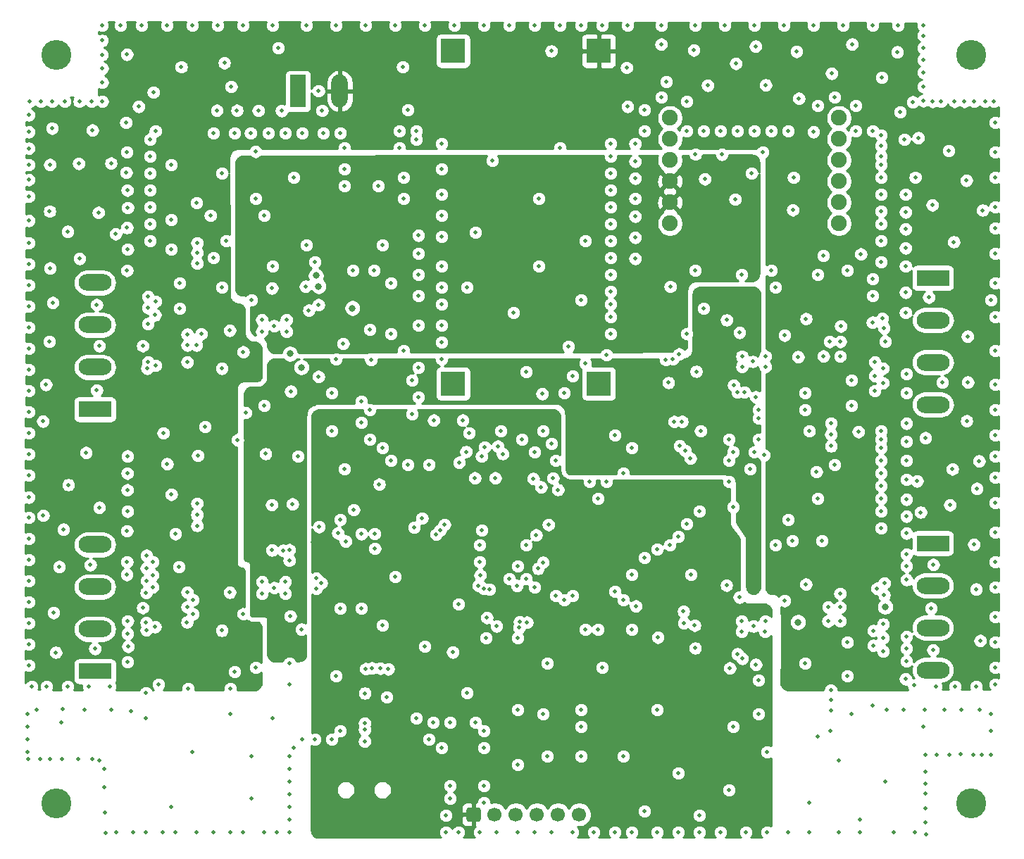
<source format=gbr>
%TF.GenerationSoftware,KiCad,Pcbnew,(5.1.9)-1*%
%TF.CreationDate,2021-03-04T00:36:31+01:00*%
%TF.ProjectId,IO_LINK,494f5f4c-494e-44b2-9e6b-696361645f70,rev?*%
%TF.SameCoordinates,Original*%
%TF.FileFunction,Copper,L3,Inr*%
%TF.FilePolarity,Positive*%
%FSLAX46Y46*%
G04 Gerber Fmt 4.6, Leading zero omitted, Abs format (unit mm)*
G04 Created by KiCad (PCBNEW (5.1.9)-1) date 2021-03-04 00:36:31*
%MOMM*%
%LPD*%
G01*
G04 APERTURE LIST*
%TA.AperFunction,ComponentPad*%
%ADD10O,1.980000X3.960000*%
%TD*%
%TA.AperFunction,ComponentPad*%
%ADD11R,1.980000X3.960000*%
%TD*%
%TA.AperFunction,ComponentPad*%
%ADD12C,1.900000*%
%TD*%
%TA.AperFunction,ComponentPad*%
%ADD13R,3.960000X1.980000*%
%TD*%
%TA.AperFunction,ComponentPad*%
%ADD14O,3.960000X1.980000*%
%TD*%
%TA.AperFunction,ComponentPad*%
%ADD15C,1.700000*%
%TD*%
%TA.AperFunction,ComponentPad*%
%ADD16R,3.000000X3.000000*%
%TD*%
%TA.AperFunction,ComponentPad*%
%ADD17C,3.600000*%
%TD*%
%TA.AperFunction,ViaPad*%
%ADD18C,0.500000*%
%TD*%
%TA.AperFunction,ViaPad*%
%ADD19C,0.800000*%
%TD*%
%TA.AperFunction,ViaPad*%
%ADD20C,0.550000*%
%TD*%
%TA.AperFunction,Conductor*%
%ADD21C,0.254000*%
%TD*%
%TA.AperFunction,Conductor*%
%ADD22C,0.100000*%
%TD*%
G04 APERTURE END LIST*
D10*
%TO.N,VCC*%
%TO.C,J1*%
X89056000Y-59358600D03*
D11*
%TO.N,Net-(D1-Pad1)*%
X84056000Y-59358600D03*
%TD*%
D12*
%TO.N,INT_ETH*%
%TO.C,M1*%
X149072700Y-62573200D03*
%TO.N,CS_ETH*%
X149072700Y-65113200D03*
%TO.N,SCLK*%
X149072700Y-67653200D03*
%TO.N,MOSI*%
X149072700Y-70193200D03*
%TO.N,GND*%
X149072700Y-72733200D03*
X149072700Y-75273200D03*
X128752700Y-75273200D03*
%TO.N,3V3*%
X128752700Y-70193200D03*
X128752700Y-72733200D03*
%TO.N,N/C*%
X128752700Y-67653200D03*
%TO.N,RST_ETH*%
X128752700Y-65113200D03*
%TO.N,MISO*%
X128752700Y-62573200D03*
%TD*%
D13*
%TO.N,Net-(C78-Pad1)*%
%TO.C,J7*%
X160360660Y-113724880D03*
D14*
%TO.N,G*%
X160360660Y-118804880D03*
%TO.N,Net-(C73-Pad1)*%
X160360660Y-123884880D03*
%TO.N,Net-(C74-Pad1)*%
X160360660Y-128964880D03*
%TD*%
D13*
%TO.N,Net-(C77-Pad1)*%
%TO.C,J6*%
X160366020Y-81813240D03*
D14*
%TO.N,G*%
X160366020Y-86893240D03*
%TO.N,Net-(C59-Pad1)*%
X160366020Y-91973240D03*
%TO.N,Net-(C60-Pad1)*%
X160366020Y-97053240D03*
%TD*%
D15*
%TO.N,N/C*%
%TO.C,J3*%
X117848500Y-146356700D03*
%TO.N,RST*%
X115308500Y-146356700D03*
%TO.N,SWDIO*%
X112768500Y-146356700D03*
%TO.N,GND*%
X110228500Y-146356700D03*
%TO.N,SWCLK*%
X107688500Y-146356700D03*
%TO.N,3V3*%
%TA.AperFunction,ComponentPad*%
G36*
G01*
X105748500Y-147206700D02*
X104548500Y-147206700D01*
G75*
G02*
X104298500Y-146956700I0J250000D01*
G01*
X104298500Y-145756700D01*
G75*
G02*
X104548500Y-145506700I250000J0D01*
G01*
X105748500Y-145506700D01*
G75*
G02*
X105998500Y-145756700I0J-250000D01*
G01*
X105998500Y-146956700D01*
G75*
G02*
X105748500Y-147206700I-250000J0D01*
G01*
G37*
%TD.AperFunction*%
%TD*%
D14*
%TO.N,Net-(C46-Pad1)*%
%TO.C,J5*%
X59634000Y-113893100D03*
%TO.N,Net-(C45-Pad1)*%
X59634000Y-118973100D03*
%TO.N,G*%
X59634000Y-124053100D03*
D13*
%TO.N,Net-(C76-Pad1)*%
X59634000Y-129133100D03*
%TD*%
D14*
%TO.N,Net-(C32-Pad1)*%
%TO.C,J4*%
X59634000Y-82393100D03*
%TO.N,Net-(C31-Pad1)*%
X59634000Y-87473100D03*
%TO.N,G*%
X59634000Y-92553100D03*
D13*
%TO.N,Net-(C75-Pad1)*%
X59634000Y-97633100D03*
%TD*%
D16*
%TO.N,G*%
%TO.C,M2*%
X102692300Y-54534100D03*
%TO.N,Net-(C18-Pad1)*%
X120192300Y-94534100D03*
%TO.N,G*%
X102692300Y-94534100D03*
%TO.N,VCC*%
X120192300Y-54534100D03*
%TD*%
D17*
%TO.N,N/C*%
%TO.C,H1*%
X55000000Y-55000000D03*
%TD*%
%TO.N,N/C*%
%TO.C,H2*%
X55000000Y-145000000D03*
%TD*%
%TO.N,N/C*%
%TO.C,H3*%
X165000000Y-55000000D03*
%TD*%
%TO.N,N/C*%
%TO.C,H4*%
X165000000Y-145000000D03*
%TD*%
D18*
%TO.N,VCC*%
X148090000Y-128270000D03*
X148100000Y-125960000D03*
X148110000Y-96570000D03*
X148090000Y-93993000D03*
X71900000Y-116950000D03*
X71890000Y-114400000D03*
X71889300Y-85529100D03*
X71899300Y-82869100D03*
X141948000Y-87135000D03*
X144361000Y-93862340D03*
X71901200Y-84210700D03*
X71901200Y-115710700D03*
X148094820Y-95240000D03*
X148089460Y-127148780D03*
X75780000Y-85580000D03*
X141962220Y-119057780D03*
X77976300Y-123801700D03*
X75552800Y-117081200D03*
X144452720Y-125778280D03*
X77860000Y-92300000D03*
D19*
%TO.N,3V3*%
X82569200Y-78264000D03*
X87858700Y-80975500D03*
X92100500Y-83312300D03*
D18*
X99823200Y-108939800D03*
D19*
X118142520Y-125840720D03*
D18*
X94488100Y-109296500D03*
X94513500Y-117653100D03*
X85826700Y-113589100D03*
X98807200Y-119252200D03*
X105119300Y-143569100D03*
X85989300Y-130299100D03*
X133899300Y-80599100D03*
X86079300Y-98849100D03*
X112289300Y-132539100D03*
X83378300Y-109012100D03*
D19*
X90386000Y-98438000D03*
D18*
X122390000Y-89675000D03*
X132428198Y-100221198D03*
X136360000Y-102756000D03*
X135920000Y-127090000D03*
X121721400Y-118156600D03*
X126769300Y-117553700D03*
X131983600Y-113746600D03*
X137421460Y-133317540D03*
X89662100Y-116134121D03*
X85890000Y-107910000D03*
X117183000Y-106312000D03*
X128429300Y-85921700D03*
X134330000Y-107180000D03*
X107404000Y-90564000D03*
X108166000Y-90564000D03*
X108928000Y-90564000D03*
X109690000Y-90564000D03*
X107150000Y-97930000D03*
X107912000Y-97930000D03*
X108674000Y-97930000D03*
X109436000Y-97930000D03*
X128310000Y-128604010D03*
%TO.N,SCL*%
X93243500Y-112573100D03*
D19*
X86512500Y-82829700D03*
D18*
X136857840Y-95534780D03*
X136859300Y-127029100D03*
X82974394Y-114511006D03*
X82974394Y-115804006D03*
X86512500Y-85039500D03*
X86512500Y-93675500D03*
%TO.N,SDA*%
X93268900Y-114351100D03*
X84937700Y-82829700D03*
X82245300Y-114579700D03*
X137720364Y-95551484D03*
X137434310Y-127600357D03*
X85337699Y-85706301D03*
D19*
%TO.N,T0_UC_IRQ*%
X90576500Y-85445900D03*
D18*
X108051700Y-102057500D03*
%TO.N,UC_T0_ENL+*%
X106476900Y-102159100D03*
X104610000Y-100470000D03*
%TO.N,UC_T0_ENCQ*%
X108635900Y-102971900D03*
X103403500Y-104013300D03*
%TO.N,UC_T0_RST*%
X106095900Y-103276700D03*
D19*
X86195000Y-81547000D03*
D18*
X89458900Y-89713100D03*
%TO.N,8V*%
X81170000Y-95410000D03*
D20*
X138900000Y-84087000D03*
D18*
X138830000Y-115720000D03*
X81242000Y-126886000D03*
X116802000Y-103772000D03*
X117564000Y-103772000D03*
X118326000Y-103772000D03*
X119088000Y-103772000D03*
X119850000Y-103772000D03*
X119850000Y-104534000D03*
X119088000Y-104534000D03*
X118326000Y-104534000D03*
X117564000Y-104534000D03*
X116802000Y-104534000D03*
X119088000Y-103010000D03*
X119850000Y-103010000D03*
X119156900Y-102179100D03*
X119918900Y-102179100D03*
%TO.N,G*%
X115532000Y-66180000D03*
X107404000Y-67704000D03*
X112992000Y-72276000D03*
X118580000Y-77356000D03*
X105372000Y-76340000D03*
X112992000Y-80404000D03*
X118072000Y-84468000D03*
X104356000Y-82944000D03*
X109944000Y-85992000D03*
X116548000Y-90056000D03*
X111468000Y-93104000D03*
X61430000Y-130950000D03*
X58890000Y-130950000D03*
X56350000Y-130950000D03*
X53810000Y-130950000D03*
X52032000Y-130950000D03*
X51651000Y-128410000D03*
X51651000Y-125870000D03*
X51651000Y-123330000D03*
X51651000Y-120790000D03*
X51651000Y-118250000D03*
X51651000Y-115710000D03*
X51651000Y-113170000D03*
X51651000Y-110630000D03*
X51651000Y-108217000D03*
X51651000Y-105550000D03*
X51651000Y-103010000D03*
X51651000Y-100470000D03*
X51651000Y-97930000D03*
X51651000Y-95390000D03*
X51651000Y-92850000D03*
X51651000Y-90310000D03*
X51651000Y-87770000D03*
X51651000Y-85230000D03*
X51651000Y-82690000D03*
X51651000Y-80150000D03*
X51651000Y-77610000D03*
X51651000Y-74943000D03*
X54490000Y-60590000D03*
X55970000Y-60590000D03*
X57740000Y-60590000D03*
X60500000Y-54970000D03*
X60500000Y-53270000D03*
X60500000Y-51448000D03*
X62700000Y-51448000D03*
X65240000Y-51448000D03*
X68288000Y-51448000D03*
X71336000Y-51448000D03*
X74384000Y-51448000D03*
X77432000Y-51448000D03*
X80988000Y-51448000D03*
X85052000Y-51448000D03*
X88608000Y-51448000D03*
X92164000Y-51448000D03*
X95720000Y-51448000D03*
X99276000Y-51448000D03*
X102832000Y-51448000D03*
X106388000Y-51448000D03*
X109436000Y-51448000D03*
X112484000Y-51448000D03*
X115532000Y-51448000D03*
X118072000Y-51448000D03*
X120612000Y-51448000D03*
X123660000Y-51448000D03*
X127724000Y-51448000D03*
X131788000Y-51448000D03*
X135344000Y-51448000D03*
X138900000Y-51448000D03*
X142456000Y-51448000D03*
X146012000Y-51448000D03*
X149568000Y-51448000D03*
X153124000Y-51448000D03*
X156172000Y-51448000D03*
X159220000Y-51448000D03*
X159210000Y-54170000D03*
X159220000Y-52680000D03*
X159210000Y-55590000D03*
X159210000Y-57090000D03*
X159210000Y-58800000D03*
X165316000Y-60592000D03*
X167710000Y-60590000D03*
X167856000Y-63132000D03*
X167856000Y-66688000D03*
X167856000Y-69736000D03*
X167856000Y-73292000D03*
X167856000Y-75832000D03*
X167856000Y-78880000D03*
X167856000Y-82436000D03*
X167856000Y-86500000D03*
X167856000Y-90564000D03*
X167856000Y-94628000D03*
X167856000Y-97676000D03*
X167856000Y-100724000D03*
X167856000Y-103264000D03*
X167856000Y-105804000D03*
X167856000Y-108852000D03*
X167856000Y-112408000D03*
X167856000Y-115964000D03*
X167856000Y-119012000D03*
X167856000Y-122568000D03*
X167856000Y-125616000D03*
X167856000Y-128664000D03*
X167856000Y-130696000D03*
X165570000Y-130950000D03*
X163030000Y-130950000D03*
X160740000Y-130950000D03*
X158077000Y-130823000D03*
X157061000Y-130061000D03*
X157188000Y-127902000D03*
X157188000Y-126378000D03*
X157188000Y-124981000D03*
X157188000Y-118123000D03*
X157188000Y-116472000D03*
X157188000Y-115075000D03*
X157188000Y-112535000D03*
X157188000Y-110503000D03*
X157188000Y-108471000D03*
X157188000Y-106058000D03*
X157188000Y-103772000D03*
X157188000Y-101486000D03*
X157188000Y-99327000D03*
X157188000Y-95644000D03*
X157188000Y-93358000D03*
X157061000Y-83579000D03*
X157061000Y-85992000D03*
X157061000Y-80404000D03*
X157061000Y-78245000D03*
X157061000Y-75959000D03*
X157061000Y-73927000D03*
X157061000Y-71768000D03*
X156934000Y-65164000D03*
X156426000Y-61862000D03*
X151092000Y-61100000D03*
X148552000Y-60084000D03*
X146520000Y-61100000D03*
X130772000Y-60592000D03*
X127724000Y-60084000D03*
X121628000Y-65672000D03*
X121628000Y-67196000D03*
X121628000Y-69228000D03*
X121628000Y-71260000D03*
X121628000Y-73292000D03*
X121628000Y-75324000D03*
X121628000Y-77356000D03*
X121628000Y-79388000D03*
X121628000Y-81420000D03*
X121628000Y-83452000D03*
X121628000Y-84976000D03*
X121628000Y-86500000D03*
X121628000Y-88532000D03*
X121120000Y-91072000D03*
X118580000Y-92088000D03*
X117056000Y-93612000D03*
X116040000Y-95644000D03*
X113373000Y-95771000D03*
X101308000Y-91580000D03*
X101308000Y-89548000D03*
X101308000Y-87516000D03*
X101308000Y-84976000D03*
X101308000Y-82944000D03*
X101308000Y-80404000D03*
X101308000Y-76848000D03*
X101308000Y-74308000D03*
X101308000Y-71768000D03*
X101308000Y-68720000D03*
X101308000Y-65672000D03*
X97244000Y-61608000D03*
X86940000Y-61690000D03*
X86510000Y-59330000D03*
X82050000Y-61730000D03*
X79260000Y-61690000D03*
X76700000Y-61680000D03*
X74280000Y-61680000D03*
X64859000Y-61227000D03*
X63335000Y-63132000D03*
X63462000Y-66688000D03*
X63380000Y-69150000D03*
X63500000Y-71280000D03*
X63570000Y-73380000D03*
X63480000Y-75790000D03*
X63550000Y-78380000D03*
X63490000Y-80930000D03*
X63540000Y-103250000D03*
X63500000Y-105320000D03*
X63500000Y-107310000D03*
X63530000Y-109890000D03*
X63470000Y-112250000D03*
X63480000Y-115964000D03*
X63450000Y-117510000D03*
X63550000Y-123080000D03*
X63540000Y-124600000D03*
X63600000Y-126150000D03*
X63540000Y-127990000D03*
X167348000Y-84468000D03*
X53130000Y-60590000D03*
X51778000Y-60600000D03*
X51651000Y-62243000D03*
X51651000Y-64275000D03*
X51651000Y-68212000D03*
X51651000Y-70020000D03*
X51651000Y-72022000D03*
X63470000Y-54960000D03*
X81650000Y-54160000D03*
X57660000Y-68080000D03*
X62120000Y-76540000D03*
X59840000Y-85050000D03*
X54130000Y-89460000D03*
X60140000Y-90010000D03*
X53730000Y-94670000D03*
X59840000Y-95320000D03*
X53360000Y-99070000D03*
X53410000Y-110390000D03*
X59610000Y-126410000D03*
X157940000Y-60660000D03*
X158590000Y-64970000D03*
X162250000Y-66520000D03*
X158240000Y-69730000D03*
X166350000Y-73680000D03*
X164510000Y-88840000D03*
X159870000Y-84160000D03*
X164420000Y-99000000D03*
X165640000Y-107150000D03*
X162410000Y-109130000D03*
X165290000Y-113890000D03*
X160420000Y-116290000D03*
X165560000Y-119240000D03*
X160140000Y-121540000D03*
X160380000Y-126570000D03*
X123530000Y-56540000D03*
X127680000Y-53720000D03*
X139040000Y-53960000D03*
X165920000Y-103830000D03*
X162720000Y-104810000D03*
X159470000Y-101040000D03*
X158460000Y-106260000D03*
X158890000Y-110000000D03*
X164570000Y-94350000D03*
X161500000Y-94390000D03*
X160290000Y-73060000D03*
X162880000Y-77490000D03*
X164390000Y-70110000D03*
X166050000Y-125430000D03*
X128310000Y-58220000D03*
X131620000Y-54430000D03*
X136670000Y-56050000D03*
X133270000Y-58680000D03*
X140270000Y-58610000D03*
X143970000Y-54610000D03*
X150630000Y-53710000D03*
X148190000Y-57240000D03*
X144260000Y-60230000D03*
X154220000Y-57710000D03*
X156080000Y-54640000D03*
X96610000Y-56440000D03*
X114470000Y-54540000D03*
X76000000Y-58820000D03*
X75180000Y-55970000D03*
X66640000Y-59490000D03*
X70010000Y-56450000D03*
X54480000Y-63840000D03*
X59330000Y-64050000D03*
X61550000Y-68020000D03*
X54200000Y-68190000D03*
X51651000Y-66230000D03*
X54180000Y-73800000D03*
X60030000Y-73960000D03*
X57770000Y-79510000D03*
X54220000Y-80640000D03*
X54550000Y-84790000D03*
X54920000Y-126850000D03*
X54650000Y-122080000D03*
X55330000Y-116540000D03*
X59080000Y-116340000D03*
X55830000Y-112040000D03*
X60140000Y-109420000D03*
X56420000Y-106700000D03*
X58550000Y-102830000D03*
X56340000Y-76230000D03*
X125692000Y-61608000D03*
X123660000Y-61227000D03*
X166630000Y-60590000D03*
X164160000Y-60610000D03*
X162970000Y-60610000D03*
X161340000Y-60590000D03*
X159210000Y-60530000D03*
X160340000Y-60610000D03*
X60510000Y-56650000D03*
X60510000Y-58310000D03*
X60510000Y-60590000D03*
X59200000Y-60600000D03*
%TO.N,3V3_T0*%
X80918200Y-83067700D03*
D19*
X84442450Y-92560950D03*
D18*
X73495000Y-74308000D03*
%TO.N,Net-(C31-Pad1)*%
X77457450Y-90719450D03*
X65360700Y-89989200D03*
%TO.N,T1_UC_IRQ*%
X90726700Y-109700700D03*
X112318900Y-105943700D03*
%TO.N,UC_T1_ENL+*%
X113258700Y-106959700D03*
X88823900Y-112522300D03*
%TO.N,UC_T1_ENCQ*%
X93802300Y-106629500D03*
X114695402Y-105885004D03*
%TO.N,UC_T1_RST*%
X115290700Y-107289898D03*
X86563300Y-111760300D03*
%TO.N,3V3_T1*%
X84442450Y-124060950D03*
X80918200Y-114567700D03*
%TO.N,Net-(C45-Pad1)*%
X65360700Y-121489200D03*
X77457450Y-122219450D03*
%TO.N,T2_UC_IRQ*%
X136401910Y-94733410D03*
X131907380Y-93065900D03*
%TO.N,UC_T2_ENCQ*%
X128259300Y-91669100D03*
X128569300Y-94419100D03*
%TO.N,3V3_T2*%
X135553570Y-86882590D03*
X146354820Y-105130820D03*
X140043000Y-103137000D03*
%TO.N,Net-(C59-Pad1)*%
X142538570Y-88724090D03*
X154635320Y-89454340D03*
%TO.N,T3_UC_IRQ*%
X131789300Y-126339100D03*
X111579300Y-123224110D03*
%TO.N,UC_T3_ENL+*%
X127299300Y-125049100D03*
X110672868Y-123185689D03*
%TO.N,UC_T3_ENCQ*%
X124639300Y-121279098D03*
X110350400Y-118808800D03*
%TO.N,UC_T3_RST*%
X110628197Y-123884274D03*
X135939300Y-128740700D03*
%TO.N,3V3_T3*%
X139072460Y-128291780D03*
X135548210Y-118798530D03*
X146476460Y-137002460D03*
%TO.N,Net-(C73-Pad1)*%
X142533210Y-120640030D03*
D19*
X154629960Y-121370280D03*
D18*
%TO.N,USB_DM*%
X107049300Y-119279100D03*
X92939300Y-128739100D03*
%TO.N,USB_DP*%
X106339959Y-119167341D03*
X92189300Y-128819100D03*
%TO.N,5V*%
X92069300Y-131759100D03*
X92039274Y-137549068D03*
%TO.N,Net-(D5-Pad1)*%
X74885700Y-92719700D03*
X75838200Y-88147700D03*
%TO.N,Net-(D10-Pad1)*%
X75838200Y-119647700D03*
X74885700Y-124219700D03*
%TO.N,Net-(D15-Pad1)*%
X144157820Y-91295840D03*
X145110320Y-86723840D03*
%TO.N,Net-(D20-Pad1)*%
X145104960Y-118639780D03*
D19*
X144152460Y-123211780D03*
D18*
%TO.N,SWDIO*%
X105737192Y-118814755D03*
X93919300Y-128769100D03*
%TO.N,SWCLK*%
X105929300Y-117559100D03*
X94899300Y-128869100D03*
%TO.N,INT_ETH*%
X100633136Y-112647149D03*
X112670820Y-112729180D03*
%TO.N,CS_ETH*%
X131199302Y-103499100D03*
%TO.N,SCLK*%
X130589300Y-102609100D03*
%TO.N,MOSI*%
X129918389Y-102034090D03*
%TO.N,RST_ETH*%
X101130123Y-112154179D03*
X106133821Y-112154179D03*
%TO.N,MISO*%
X114139300Y-111499100D03*
%TO.N,T3_UC_SIO*%
X106739300Y-122679098D03*
X130419300Y-123309100D03*
%TO.N,T3_UC_DATA*%
X131733499Y-123610111D03*
X130379296Y-121919100D03*
%TO.N,UC_T1_DATA*%
X112889300Y-116769100D03*
X86207700Y-119180011D03*
%TO.N,T1_UC_DATA*%
X113479300Y-116019100D03*
X86850000Y-118520000D03*
%TO.N,UC_T2_DATA*%
X129865218Y-90975480D03*
X130210660Y-99083160D03*
%TO.N,T2_UC_DATA*%
X129098140Y-91552060D03*
X129273400Y-99100940D03*
%TO.N,T0_UC_DATA*%
X104241700Y-102717900D03*
X107746900Y-105867500D03*
X105308500Y-105867500D03*
%TO.N,T1_UC_SIO*%
X101650900Y-111480900D03*
X86200000Y-117930000D03*
%TO.N,GND*%
X154140000Y-65926000D03*
X82639000Y-88278000D03*
X82639000Y-86855600D03*
X79692600Y-86881000D03*
X140210000Y-92490000D03*
X137410000Y-92490000D03*
X137410000Y-91240000D03*
X82512000Y-119774000D03*
X82512000Y-118377000D03*
X79718000Y-118377000D03*
X140170000Y-124346000D03*
X138773000Y-123711000D03*
X137376000Y-124346000D03*
X137376000Y-123076000D03*
X92037000Y-136157000D03*
X92037000Y-135395000D03*
X148089300Y-133820000D03*
X148089300Y-132580000D03*
X148080000Y-131390000D03*
X148110000Y-102040000D03*
X148099300Y-100639100D03*
X148109300Y-99289100D03*
X71889300Y-111610000D03*
X71880000Y-110300000D03*
X71889300Y-108930000D03*
X71890000Y-80070000D03*
X71900000Y-78780000D03*
X71900000Y-77610000D03*
X83147000Y-95440800D03*
X66002000Y-84087000D03*
D19*
X83077200Y-90941700D03*
D18*
X83110000Y-122490000D03*
X137122000Y-88405000D03*
X139077820Y-96137620D03*
X153378000Y-91961000D03*
X153378000Y-93580000D03*
X153378000Y-95390000D03*
X149187000Y-119774000D03*
X149187000Y-121425000D03*
X149187000Y-123076000D03*
X154380000Y-123460000D03*
X154390000Y-125080000D03*
X154390000Y-126710000D03*
X95720000Y-117742000D03*
X66002000Y-91961000D03*
X65875000Y-92723000D03*
X66891000Y-92342000D03*
X70701000Y-88590000D03*
X70701000Y-89929000D03*
X70701000Y-91961000D03*
X72390000Y-88570000D03*
X71844000Y-89929000D03*
X137097804Y-120233436D03*
X65830000Y-115180000D03*
X65800000Y-116730000D03*
X65840000Y-118240000D03*
X65780000Y-119670000D03*
X65780000Y-123270000D03*
X65800000Y-124150000D03*
X66870000Y-123790000D03*
X70701000Y-119647000D03*
X140210000Y-123070000D03*
X154510000Y-119970000D03*
X154520000Y-118520000D03*
X153640000Y-119170000D03*
X147770000Y-121420000D03*
X147750000Y-123100000D03*
X153220000Y-126010000D03*
X153230000Y-124230000D03*
X70700000Y-121390000D03*
X70690000Y-123210000D03*
X71410000Y-122240000D03*
X71410000Y-120520000D03*
X66580000Y-115970000D03*
X66570000Y-117560000D03*
X66560000Y-118990000D03*
X81184900Y-119063500D03*
X79718006Y-119774000D03*
X107912000Y-123711000D03*
X106642500Y-125107500D03*
X102630400Y-126833600D03*
X154370000Y-92710000D03*
X154370000Y-94450000D03*
X153080000Y-87160000D03*
X154480000Y-87840000D03*
X154280000Y-86710000D03*
X149270000Y-87630000D03*
X149240000Y-89480000D03*
X149210000Y-91250000D03*
X147940000Y-89480000D03*
X147200000Y-91220000D03*
X140210000Y-91220000D03*
X138709960Y-91880040D03*
X66000000Y-85420000D03*
X66000000Y-87320000D03*
X66860000Y-86290000D03*
X66910000Y-84650000D03*
X81172200Y-87576200D03*
X79692600Y-88252600D03*
X66256000Y-65164000D03*
X66256000Y-67196000D03*
X66256000Y-69228000D03*
X66256000Y-71260000D03*
X66256000Y-73292000D03*
X66256000Y-75324000D03*
X66256000Y-77356000D03*
X66891000Y-64148000D03*
X76416000Y-64402000D03*
X78321000Y-64402000D03*
X80480000Y-64402000D03*
X82512000Y-64402000D03*
X84544000Y-64402000D03*
X87084000Y-64402000D03*
X89116000Y-64402000D03*
X89624000Y-66180000D03*
X89624000Y-68720000D03*
X89624000Y-70752000D03*
X93688000Y-70752000D03*
X96736000Y-69736000D03*
X96736000Y-72276000D03*
X96228000Y-64148000D03*
X96228000Y-66180000D03*
X98260000Y-64148000D03*
X98260000Y-65164000D03*
X98514000Y-78880000D03*
X98514000Y-81420000D03*
X98514000Y-83960000D03*
X98514000Y-87516000D03*
X98514000Y-92596000D03*
X98514000Y-96152000D03*
X52580000Y-133720000D03*
X51524000Y-134252000D03*
X51524000Y-135776000D03*
X51524000Y-137300000D03*
X51524000Y-138824000D03*
X51560000Y-139640000D03*
X53000000Y-139660000D03*
X54230000Y-139650000D03*
X55680000Y-139640000D03*
X57610000Y-139650000D03*
X59300000Y-139670000D03*
X60770000Y-140820000D03*
X60770000Y-143020000D03*
X60840000Y-146080000D03*
X60880000Y-148550000D03*
X62192000Y-148476000D03*
X64224000Y-148476000D03*
X65748000Y-148476000D03*
X67780000Y-148476000D03*
X69304000Y-148476000D03*
X71844000Y-148476000D03*
X73876000Y-148476000D03*
X75908000Y-148476000D03*
X77432000Y-148476000D03*
X79972000Y-148476000D03*
X81496000Y-148476000D03*
X83020000Y-148476000D03*
X83020000Y-145428000D03*
X83020000Y-146952000D03*
X83020000Y-143904000D03*
X83020000Y-140856000D03*
X83020000Y-142380000D03*
X83020000Y-139332000D03*
X83528000Y-138316000D03*
X84544000Y-137300000D03*
X86068000Y-137300000D03*
X88100000Y-137300000D03*
X89116000Y-136284000D03*
X94704000Y-132220000D03*
X98260000Y-134760000D03*
X100292000Y-135268000D03*
X102324000Y-135268000D03*
X105372000Y-135268000D03*
X106388000Y-136284000D03*
X106388000Y-138316000D03*
X106388000Y-142888000D03*
X106388000Y-144920000D03*
X99784000Y-137300000D03*
X101308000Y-138316000D03*
X102324000Y-142888000D03*
X102324000Y-144412000D03*
X101816000Y-146444000D03*
X101816000Y-148476000D03*
X103340000Y-148476000D03*
X105880000Y-148476000D03*
X107912000Y-148476000D03*
X110452000Y-148476000D03*
X112484000Y-148476000D03*
X114516000Y-148476000D03*
X117056000Y-148476000D03*
X119596000Y-148476000D03*
X122136000Y-148476000D03*
X124168000Y-148476000D03*
X127216000Y-148476000D03*
X129756000Y-148476000D03*
X132296000Y-148476000D03*
X134836000Y-148476000D03*
X137884000Y-148476000D03*
X140424000Y-148476000D03*
X142964000Y-148476000D03*
X145504000Y-148476000D03*
X149060000Y-148476000D03*
X151600000Y-148476000D03*
X155664000Y-148476000D03*
X158204000Y-148476000D03*
X159510000Y-148720000D03*
X159500000Y-147280000D03*
X159500000Y-145640000D03*
X159500000Y-143860000D03*
X159500000Y-141240000D03*
X159500000Y-139140000D03*
X162370000Y-139130000D03*
X165200000Y-139130000D03*
X167348000Y-134252000D03*
X167348000Y-136284000D03*
X167340000Y-139130000D03*
X165951000Y-133744000D03*
X163792000Y-133744000D03*
X161760000Y-133744000D03*
X159347000Y-133744000D03*
X156807000Y-133744000D03*
X154775000Y-133744000D03*
X124549000Y-69863000D03*
X125692000Y-64148000D03*
X130772000Y-64148000D03*
X132804000Y-64148000D03*
X134836000Y-64148000D03*
X136868000Y-64148000D03*
X138900000Y-64148000D03*
X140932000Y-64148000D03*
X142964000Y-64148000D03*
X151092000Y-64148000D03*
X153124000Y-64148000D03*
X154140000Y-64656000D03*
X154140000Y-67196000D03*
X154140000Y-68212000D03*
X154140000Y-69736000D03*
X154140000Y-71768000D03*
X154140000Y-73800000D03*
X154140000Y-75324000D03*
X154140000Y-77356000D03*
X154140000Y-79896000D03*
X154140000Y-100216000D03*
X154140000Y-101232000D03*
X154140000Y-102248000D03*
X154140000Y-103772000D03*
X154140000Y-105296000D03*
X154140000Y-106820000D03*
X154140000Y-108344000D03*
X154140000Y-109868000D03*
X154140000Y-111900000D03*
X124549000Y-65672000D03*
X124549000Y-67831000D03*
X122136000Y-100724000D03*
X124168000Y-102248000D03*
X123152000Y-105296000D03*
X119088000Y-106312000D03*
X121120000Y-106312000D03*
X120104000Y-108344000D03*
X113500000Y-100216000D03*
X114516000Y-101740000D03*
X115024000Y-103772000D03*
X112484000Y-102756000D03*
X110960000Y-101232000D03*
X108420000Y-100216000D03*
X98960000Y-110710000D03*
X103840000Y-98930000D03*
X100350000Y-98930000D03*
X97752000Y-98184000D03*
X97752000Y-94120000D03*
X96736000Y-90564000D03*
X95212000Y-88532000D03*
X92672000Y-88024000D03*
X92810000Y-91680000D03*
X68796000Y-68212000D03*
X71844000Y-72784000D03*
X68796000Y-74816000D03*
X68796000Y-78372000D03*
X69812000Y-82436000D03*
X69812000Y-85484000D03*
X74892000Y-82944000D03*
X73876000Y-79388000D03*
X75400000Y-77356000D03*
X78956000Y-72276000D03*
X74892000Y-69228000D03*
X80988000Y-80404000D03*
X83528000Y-69736000D03*
X95212000Y-82436000D03*
X93180000Y-80912000D03*
X90640000Y-80912000D03*
X94196000Y-77864000D03*
X130772000Y-88532000D03*
X132804000Y-85484000D03*
X131788000Y-80912000D03*
X137376000Y-81420000D03*
X140932000Y-80912000D03*
X141440000Y-82944000D03*
X146012000Y-64275000D03*
X146520000Y-81420000D03*
X150076000Y-80912000D03*
X153124000Y-81928000D03*
X153124000Y-83960000D03*
X150584000Y-94120000D03*
X150584000Y-97168000D03*
X144996000Y-97676000D03*
X144996000Y-95644000D03*
X139408000Y-97676000D03*
X139408000Y-98692000D03*
X139408000Y-101232000D03*
X138900000Y-102756000D03*
X135852000Y-103772000D03*
X135852000Y-101232000D03*
X135852000Y-106312000D03*
X138392000Y-104788000D03*
X132296000Y-109868000D03*
X130772000Y-111392000D03*
X129756000Y-112916000D03*
X128740000Y-113932000D03*
X127216000Y-114440000D03*
X125692000Y-115456000D03*
X123152000Y-120536000D03*
X122136000Y-119520000D03*
X124168000Y-117488000D03*
X115024000Y-120028000D03*
X117056000Y-120028000D03*
X116040000Y-120536000D03*
X141440000Y-113932000D03*
X143472000Y-113424000D03*
X147028000Y-113424000D03*
X79972000Y-97168000D03*
X88100000Y-100216000D03*
X92672000Y-101232000D03*
X88608000Y-91580000D03*
X88100000Y-95644000D03*
X91656000Y-96660000D03*
X91656000Y-99200000D03*
X92672000Y-97676000D03*
X94196000Y-102248000D03*
X95212000Y-103772000D03*
X97244000Y-104280000D03*
X99784000Y-104280000D03*
X97990000Y-111820000D03*
X89770000Y-113480000D03*
X89116000Y-110884000D03*
X91650000Y-112610000D03*
X109436000Y-117996000D03*
X73876000Y-64402000D03*
X111468000Y-113932000D03*
X110452000Y-116472000D03*
X111468000Y-117996000D03*
X112484000Y-119012000D03*
X89116000Y-121552000D03*
X88608000Y-129680000D03*
X83020000Y-130696000D03*
X83020000Y-128156000D03*
X99276000Y-126124000D03*
X103340000Y-121044000D03*
X94196000Y-123584000D03*
X91656000Y-121552000D03*
X76416000Y-129172000D03*
X78956000Y-128664000D03*
X67272000Y-130696000D03*
X70828000Y-131204000D03*
X75908000Y-131204000D03*
X110452000Y-133744000D03*
X110452000Y-140348000D03*
X114008000Y-139332000D03*
X113500000Y-134252000D03*
X55780000Y-133650000D03*
X58370000Y-133760000D03*
X61610000Y-133740000D03*
X64000000Y-133890000D03*
X65748000Y-131712000D03*
X104356000Y-131712000D03*
X114008000Y-128156000D03*
X110452000Y-125108000D03*
X118072000Y-133744000D03*
X118072000Y-135776000D03*
X118072000Y-139332000D03*
X123152000Y-139332000D03*
X118580000Y-124092000D03*
X120104000Y-124092000D03*
X124168000Y-124092000D03*
X139408000Y-134252000D03*
X139408000Y-130188000D03*
X144996000Y-128156000D03*
X150076000Y-129680000D03*
X150076000Y-125616000D03*
X150584000Y-134252000D03*
X153124000Y-133236000D03*
X148044000Y-136284000D03*
X105880000Y-115964000D03*
X105880000Y-113932000D03*
X78448000Y-84468000D03*
X79972000Y-74308000D03*
X86068000Y-79896000D03*
X85052000Y-77864000D03*
X55588000Y-135268000D03*
X60160000Y-139840000D03*
X65748000Y-134760000D03*
X71336000Y-138824000D03*
X75908000Y-134252000D03*
X78448000Y-139332000D03*
X78448000Y-144412000D03*
X68796000Y-145428000D03*
X80988000Y-134760000D03*
X120612000Y-128664000D03*
X127216000Y-133744000D03*
X136360000Y-135776000D03*
X129756000Y-141364000D03*
X125692000Y-145936000D03*
X140424000Y-138824000D03*
X135852000Y-143396000D03*
X132296000Y-146444000D03*
X149060000Y-139840000D03*
X145504000Y-144920000D03*
X159220000Y-135776000D03*
X154648000Y-142380000D03*
X151600000Y-146952000D03*
X72860000Y-99708000D03*
X84036000Y-103264000D03*
X89624000Y-104788000D03*
X136360000Y-109360000D03*
X142964000Y-110884000D03*
X146520000Y-108344000D03*
X148552000Y-104280000D03*
X145504000Y-100216000D03*
X131280000Y-117488000D03*
X139916000Y-66688000D03*
X138570000Y-69230000D03*
X136570000Y-72360000D03*
X134990000Y-66980000D03*
X132930000Y-69930000D03*
X131820000Y-66950000D03*
X143510000Y-73650000D03*
X128780000Y-82870000D03*
X147180000Y-79140000D03*
X151710000Y-78950000D03*
X143599000Y-69736000D03*
X78920000Y-66630000D03*
X151400000Y-100330000D03*
X69720000Y-116550000D03*
X69300000Y-112600000D03*
X68820000Y-107860000D03*
X68310000Y-104170000D03*
X67830000Y-100480000D03*
X71980000Y-103180000D03*
X76770000Y-101300000D03*
X77740000Y-98030000D03*
X80140000Y-102970000D03*
X80880000Y-109100000D03*
X98514000Y-76721000D03*
X124549000Y-72276000D03*
X124549000Y-74435000D03*
X124549000Y-76975000D03*
X124549000Y-79515000D03*
X160860000Y-139130000D03*
X159500000Y-142650000D03*
X163700000Y-139120000D03*
X166260000Y-139140000D03*
%TD*%
D21*
%TO.N,VCC*%
X61941957Y-51003934D02*
X61922813Y-51032585D01*
X61856703Y-51192189D01*
X61823000Y-51361623D01*
X61823000Y-51534377D01*
X61856703Y-51703811D01*
X61922813Y-51863415D01*
X62018790Y-52007055D01*
X62140945Y-52129210D01*
X62284585Y-52225187D01*
X62444189Y-52291297D01*
X62613623Y-52325000D01*
X62786377Y-52325000D01*
X62955811Y-52291297D01*
X63115415Y-52225187D01*
X63259055Y-52129210D01*
X63381210Y-52007055D01*
X63477187Y-51863415D01*
X63543297Y-51703811D01*
X63577000Y-51534377D01*
X63577000Y-51361623D01*
X63543297Y-51192189D01*
X63477187Y-51032585D01*
X63459730Y-51006458D01*
X64479137Y-51008154D01*
X64462813Y-51032585D01*
X64396703Y-51192189D01*
X64363000Y-51361623D01*
X64363000Y-51534377D01*
X64396703Y-51703811D01*
X64462813Y-51863415D01*
X64558790Y-52007055D01*
X64680945Y-52129210D01*
X64824585Y-52225187D01*
X64984189Y-52291297D01*
X65153623Y-52325000D01*
X65326377Y-52325000D01*
X65495811Y-52291297D01*
X65655415Y-52225187D01*
X65799055Y-52129210D01*
X65921210Y-52007055D01*
X66017187Y-51863415D01*
X66083297Y-51703811D01*
X66117000Y-51534377D01*
X66117000Y-51361623D01*
X66083297Y-51192189D01*
X66017187Y-51032585D01*
X66002556Y-51010687D01*
X67523754Y-51013218D01*
X67510813Y-51032585D01*
X67444703Y-51192189D01*
X67411000Y-51361623D01*
X67411000Y-51534377D01*
X67444703Y-51703811D01*
X67510813Y-51863415D01*
X67606790Y-52007055D01*
X67728945Y-52129210D01*
X67872585Y-52225187D01*
X68032189Y-52291297D01*
X68201623Y-52325000D01*
X68374377Y-52325000D01*
X68543811Y-52291297D01*
X68703415Y-52225187D01*
X68847055Y-52129210D01*
X68969210Y-52007055D01*
X69065187Y-51863415D01*
X69131297Y-51703811D01*
X69165000Y-51534377D01*
X69165000Y-51361623D01*
X69131297Y-51192189D01*
X69065187Y-51032585D01*
X69053947Y-51015763D01*
X70568370Y-51018281D01*
X70558813Y-51032585D01*
X70492703Y-51192189D01*
X70459000Y-51361623D01*
X70459000Y-51534377D01*
X70492703Y-51703811D01*
X70558813Y-51863415D01*
X70654790Y-52007055D01*
X70776945Y-52129210D01*
X70920585Y-52225187D01*
X71080189Y-52291297D01*
X71249623Y-52325000D01*
X71422377Y-52325000D01*
X71591811Y-52291297D01*
X71751415Y-52225187D01*
X71895055Y-52129210D01*
X72017210Y-52007055D01*
X72113187Y-51863415D01*
X72179297Y-51703811D01*
X72213000Y-51534377D01*
X72213000Y-51361623D01*
X72179297Y-51192189D01*
X72113187Y-51032585D01*
X72105338Y-51020838D01*
X73612987Y-51023345D01*
X73606813Y-51032585D01*
X73540703Y-51192189D01*
X73507000Y-51361623D01*
X73507000Y-51534377D01*
X73540703Y-51703811D01*
X73606813Y-51863415D01*
X73702790Y-52007055D01*
X73824945Y-52129210D01*
X73968585Y-52225187D01*
X74128189Y-52291297D01*
X74297623Y-52325000D01*
X74470377Y-52325000D01*
X74639811Y-52291297D01*
X74799415Y-52225187D01*
X74943055Y-52129210D01*
X75065210Y-52007055D01*
X75161187Y-51863415D01*
X75227297Y-51703811D01*
X75261000Y-51534377D01*
X75261000Y-51361623D01*
X75227297Y-51192189D01*
X75161187Y-51032585D01*
X75156729Y-51025913D01*
X76657603Y-51028409D01*
X76654813Y-51032585D01*
X76588703Y-51192189D01*
X76555000Y-51361623D01*
X76555000Y-51534377D01*
X76588703Y-51703811D01*
X76654813Y-51863415D01*
X76750790Y-52007055D01*
X76872945Y-52129210D01*
X77016585Y-52225187D01*
X77176189Y-52291297D01*
X77345623Y-52325000D01*
X77518377Y-52325000D01*
X77687811Y-52291297D01*
X77847415Y-52225187D01*
X77991055Y-52129210D01*
X78113210Y-52007055D01*
X78209187Y-51863415D01*
X78275297Y-51703811D01*
X78309000Y-51534377D01*
X78309000Y-51361623D01*
X78275297Y-51192189D01*
X78209187Y-51032585D01*
X78208120Y-51030988D01*
X80210095Y-51034318D01*
X80144703Y-51192189D01*
X80111000Y-51361623D01*
X80111000Y-51534377D01*
X80144703Y-51703811D01*
X80210813Y-51863415D01*
X80306790Y-52007055D01*
X80428945Y-52129210D01*
X80572585Y-52225187D01*
X80732189Y-52291297D01*
X80901623Y-52325000D01*
X81074377Y-52325000D01*
X81243811Y-52291297D01*
X81403415Y-52225187D01*
X81547055Y-52129210D01*
X81669210Y-52007055D01*
X81765187Y-51863415D01*
X81831297Y-51703811D01*
X81865000Y-51534377D01*
X81865000Y-51361623D01*
X81831297Y-51192189D01*
X81766977Y-51036907D01*
X84271297Y-51041073D01*
X84208703Y-51192189D01*
X84175000Y-51361623D01*
X84175000Y-51534377D01*
X84208703Y-51703811D01*
X84274813Y-51863415D01*
X84370790Y-52007055D01*
X84492945Y-52129210D01*
X84636585Y-52225187D01*
X84796189Y-52291297D01*
X84965623Y-52325000D01*
X85138377Y-52325000D01*
X85307811Y-52291297D01*
X85467415Y-52225187D01*
X85611055Y-52129210D01*
X85733210Y-52007055D01*
X85829187Y-51863415D01*
X85895297Y-51703811D01*
X85929000Y-51534377D01*
X85929000Y-51361623D01*
X85895297Y-51192189D01*
X85833779Y-51043671D01*
X87824849Y-51046983D01*
X87764703Y-51192189D01*
X87731000Y-51361623D01*
X87731000Y-51534377D01*
X87764703Y-51703811D01*
X87830813Y-51863415D01*
X87926790Y-52007055D01*
X88048945Y-52129210D01*
X88192585Y-52225187D01*
X88352189Y-52291297D01*
X88521623Y-52325000D01*
X88694377Y-52325000D01*
X88863811Y-52291297D01*
X89023415Y-52225187D01*
X89167055Y-52129210D01*
X89289210Y-52007055D01*
X89385187Y-51863415D01*
X89451297Y-51703811D01*
X89485000Y-51534377D01*
X89485000Y-51361623D01*
X89451297Y-51192189D01*
X89392231Y-51049590D01*
X91378401Y-51052893D01*
X91320703Y-51192189D01*
X91287000Y-51361623D01*
X91287000Y-51534377D01*
X91320703Y-51703811D01*
X91386813Y-51863415D01*
X91482790Y-52007055D01*
X91604945Y-52129210D01*
X91748585Y-52225187D01*
X91908189Y-52291297D01*
X92077623Y-52325000D01*
X92250377Y-52325000D01*
X92419811Y-52291297D01*
X92579415Y-52225187D01*
X92723055Y-52129210D01*
X92845210Y-52007055D01*
X92941187Y-51863415D01*
X93007297Y-51703811D01*
X93041000Y-51534377D01*
X93041000Y-51361623D01*
X93007297Y-51192189D01*
X92950682Y-51055508D01*
X94931953Y-51058804D01*
X94876703Y-51192189D01*
X94843000Y-51361623D01*
X94843000Y-51534377D01*
X94876703Y-51703811D01*
X94942813Y-51863415D01*
X95038790Y-52007055D01*
X95160945Y-52129210D01*
X95304585Y-52225187D01*
X95464189Y-52291297D01*
X95633623Y-52325000D01*
X95806377Y-52325000D01*
X95975811Y-52291297D01*
X96135415Y-52225187D01*
X96279055Y-52129210D01*
X96401210Y-52007055D01*
X96497187Y-51863415D01*
X96563297Y-51703811D01*
X96597000Y-51534377D01*
X96597000Y-51361623D01*
X96563297Y-51192189D01*
X96509134Y-51061427D01*
X98485505Y-51064714D01*
X98432703Y-51192189D01*
X98399000Y-51361623D01*
X98399000Y-51534377D01*
X98432703Y-51703811D01*
X98498813Y-51863415D01*
X98594790Y-52007055D01*
X98716945Y-52129210D01*
X98860585Y-52225187D01*
X99020189Y-52291297D01*
X99189623Y-52325000D01*
X99362377Y-52325000D01*
X99531811Y-52291297D01*
X99691415Y-52225187D01*
X99835055Y-52129210D01*
X99957210Y-52007055D01*
X100053187Y-51863415D01*
X100119297Y-51703811D01*
X100153000Y-51534377D01*
X100153000Y-51361623D01*
X100119297Y-51192189D01*
X100067585Y-51067345D01*
X102039057Y-51070624D01*
X101988703Y-51192189D01*
X101955000Y-51361623D01*
X101955000Y-51534377D01*
X101988703Y-51703811D01*
X102054813Y-51863415D01*
X102150790Y-52007055D01*
X102272945Y-52129210D01*
X102416585Y-52225187D01*
X102576189Y-52291297D01*
X102745623Y-52325000D01*
X102918377Y-52325000D01*
X103087811Y-52291297D01*
X103247415Y-52225187D01*
X103391055Y-52129210D01*
X103513210Y-52007055D01*
X103609187Y-51863415D01*
X103675297Y-51703811D01*
X103709000Y-51534377D01*
X103709000Y-51361623D01*
X103675297Y-51192189D01*
X103626037Y-51073264D01*
X105592608Y-51076535D01*
X105544703Y-51192189D01*
X105511000Y-51361623D01*
X105511000Y-51534377D01*
X105544703Y-51703811D01*
X105610813Y-51863415D01*
X105706790Y-52007055D01*
X105828945Y-52129210D01*
X105972585Y-52225187D01*
X106132189Y-52291297D01*
X106301623Y-52325000D01*
X106474377Y-52325000D01*
X106643811Y-52291297D01*
X106803415Y-52225187D01*
X106947055Y-52129210D01*
X107069210Y-52007055D01*
X107165187Y-51863415D01*
X107231297Y-51703811D01*
X107265000Y-51534377D01*
X107265000Y-51361623D01*
X107231297Y-51192189D01*
X107184488Y-51079182D01*
X108638510Y-51081601D01*
X108592703Y-51192189D01*
X108559000Y-51361623D01*
X108559000Y-51534377D01*
X108592703Y-51703811D01*
X108658813Y-51863415D01*
X108754790Y-52007055D01*
X108876945Y-52129210D01*
X109020585Y-52225187D01*
X109180189Y-52291297D01*
X109349623Y-52325000D01*
X109522377Y-52325000D01*
X109691811Y-52291297D01*
X109851415Y-52225187D01*
X109995055Y-52129210D01*
X110117210Y-52007055D01*
X110213187Y-51863415D01*
X110279297Y-51703811D01*
X110313000Y-51534377D01*
X110313000Y-51361623D01*
X110279297Y-51192189D01*
X110234590Y-51084255D01*
X111684412Y-51086667D01*
X111640703Y-51192189D01*
X111607000Y-51361623D01*
X111607000Y-51534377D01*
X111640703Y-51703811D01*
X111706813Y-51863415D01*
X111802790Y-52007055D01*
X111924945Y-52129210D01*
X112068585Y-52225187D01*
X112228189Y-52291297D01*
X112397623Y-52325000D01*
X112570377Y-52325000D01*
X112739811Y-52291297D01*
X112899415Y-52225187D01*
X113043055Y-52129210D01*
X113165210Y-52007055D01*
X113261187Y-51863415D01*
X113327297Y-51703811D01*
X113361000Y-51534377D01*
X113361000Y-51361623D01*
X113327297Y-51192189D01*
X113284691Y-51089328D01*
X114730313Y-51091733D01*
X114688703Y-51192189D01*
X114655000Y-51361623D01*
X114655000Y-51534377D01*
X114688703Y-51703811D01*
X114754813Y-51863415D01*
X114850790Y-52007055D01*
X114972945Y-52129210D01*
X115116585Y-52225187D01*
X115276189Y-52291297D01*
X115445623Y-52325000D01*
X115618377Y-52325000D01*
X115787811Y-52291297D01*
X115947415Y-52225187D01*
X116091055Y-52129210D01*
X116213210Y-52007055D01*
X116309187Y-51863415D01*
X116375297Y-51703811D01*
X116409000Y-51534377D01*
X116409000Y-51361623D01*
X116375297Y-51192189D01*
X116334792Y-51094402D01*
X117268565Y-51095955D01*
X117228703Y-51192189D01*
X117195000Y-51361623D01*
X117195000Y-51534377D01*
X117228703Y-51703811D01*
X117294813Y-51863415D01*
X117390790Y-52007055D01*
X117512945Y-52129210D01*
X117656585Y-52225187D01*
X117816189Y-52291297D01*
X117985623Y-52325000D01*
X118158377Y-52325000D01*
X118327811Y-52291297D01*
X118487415Y-52225187D01*
X118631055Y-52129210D01*
X118753210Y-52007055D01*
X118849187Y-51863415D01*
X118915297Y-51703811D01*
X118949000Y-51534377D01*
X118949000Y-51361623D01*
X118915297Y-51192189D01*
X118876543Y-51098629D01*
X119806816Y-51100176D01*
X119768703Y-51192189D01*
X119735000Y-51361623D01*
X119735000Y-51534377D01*
X119768703Y-51703811D01*
X119834813Y-51863415D01*
X119930790Y-52007055D01*
X120052945Y-52129210D01*
X120196585Y-52225187D01*
X120356189Y-52291297D01*
X120525623Y-52325000D01*
X120698377Y-52325000D01*
X120867811Y-52291297D01*
X121027415Y-52225187D01*
X121171055Y-52129210D01*
X121293210Y-52007055D01*
X121389187Y-51863415D01*
X121455297Y-51703811D01*
X121489000Y-51534377D01*
X121489000Y-51361623D01*
X121455297Y-51192189D01*
X121418294Y-51102857D01*
X122852717Y-51105242D01*
X122816703Y-51192189D01*
X122783000Y-51361623D01*
X122783000Y-51534377D01*
X122816703Y-51703811D01*
X122882813Y-51863415D01*
X122978790Y-52007055D01*
X123100945Y-52129210D01*
X123244585Y-52225187D01*
X123404189Y-52291297D01*
X123573623Y-52325000D01*
X123746377Y-52325000D01*
X123915811Y-52291297D01*
X124075415Y-52225187D01*
X124219055Y-52129210D01*
X124341210Y-52007055D01*
X124437187Y-51863415D01*
X124503297Y-51703811D01*
X124537000Y-51534377D01*
X124537000Y-51361623D01*
X124503297Y-51192189D01*
X124468396Y-51107930D01*
X126913920Y-51111997D01*
X126880703Y-51192189D01*
X126847000Y-51361623D01*
X126847000Y-51534377D01*
X126880703Y-51703811D01*
X126946813Y-51863415D01*
X127042790Y-52007055D01*
X127164945Y-52129210D01*
X127308585Y-52225187D01*
X127468189Y-52291297D01*
X127637623Y-52325000D01*
X127810377Y-52325000D01*
X127979811Y-52291297D01*
X128139415Y-52225187D01*
X128283055Y-52129210D01*
X128405210Y-52007055D01*
X128501187Y-51863415D01*
X128567297Y-51703811D01*
X128601000Y-51534377D01*
X128601000Y-51361623D01*
X128567297Y-51192189D01*
X128535197Y-51114694D01*
X130975122Y-51118752D01*
X130944703Y-51192189D01*
X130911000Y-51361623D01*
X130911000Y-51534377D01*
X130944703Y-51703811D01*
X131010813Y-51863415D01*
X131106790Y-52007055D01*
X131228945Y-52129210D01*
X131372585Y-52225187D01*
X131532189Y-52291297D01*
X131701623Y-52325000D01*
X131874377Y-52325000D01*
X132043811Y-52291297D01*
X132203415Y-52225187D01*
X132347055Y-52129210D01*
X132469210Y-52007055D01*
X132565187Y-51863415D01*
X132631297Y-51703811D01*
X132665000Y-51534377D01*
X132665000Y-51361623D01*
X132631297Y-51192189D01*
X132601999Y-51121458D01*
X134528674Y-51124662D01*
X134500703Y-51192189D01*
X134467000Y-51361623D01*
X134467000Y-51534377D01*
X134500703Y-51703811D01*
X134566813Y-51863415D01*
X134662790Y-52007055D01*
X134784945Y-52129210D01*
X134928585Y-52225187D01*
X135088189Y-52291297D01*
X135257623Y-52325000D01*
X135430377Y-52325000D01*
X135599811Y-52291297D01*
X135759415Y-52225187D01*
X135903055Y-52129210D01*
X136025210Y-52007055D01*
X136121187Y-51863415D01*
X136187297Y-51703811D01*
X136221000Y-51534377D01*
X136221000Y-51361623D01*
X136187297Y-51192189D01*
X136160451Y-51127376D01*
X138082225Y-51130572D01*
X138056703Y-51192189D01*
X138023000Y-51361623D01*
X138023000Y-51534377D01*
X138056703Y-51703811D01*
X138122813Y-51863415D01*
X138218790Y-52007055D01*
X138340945Y-52129210D01*
X138484585Y-52225187D01*
X138644189Y-52291297D01*
X138813623Y-52325000D01*
X138986377Y-52325000D01*
X139155811Y-52291297D01*
X139315415Y-52225187D01*
X139459055Y-52129210D01*
X139581210Y-52007055D01*
X139677187Y-51863415D01*
X139743297Y-51703811D01*
X139777000Y-51534377D01*
X139777000Y-51361623D01*
X139743297Y-51192189D01*
X139718902Y-51133295D01*
X141635777Y-51136483D01*
X141612703Y-51192189D01*
X141579000Y-51361623D01*
X141579000Y-51534377D01*
X141612703Y-51703811D01*
X141678813Y-51863415D01*
X141774790Y-52007055D01*
X141896945Y-52129210D01*
X142040585Y-52225187D01*
X142200189Y-52291297D01*
X142369623Y-52325000D01*
X142542377Y-52325000D01*
X142711811Y-52291297D01*
X142871415Y-52225187D01*
X143015055Y-52129210D01*
X143137210Y-52007055D01*
X143233187Y-51863415D01*
X143299297Y-51703811D01*
X143333000Y-51534377D01*
X143333000Y-51361623D01*
X143299297Y-51192189D01*
X143277354Y-51139213D01*
X145189329Y-51142393D01*
X145168703Y-51192189D01*
X145135000Y-51361623D01*
X145135000Y-51534377D01*
X145168703Y-51703811D01*
X145234813Y-51863415D01*
X145330790Y-52007055D01*
X145452945Y-52129210D01*
X145596585Y-52225187D01*
X145756189Y-52291297D01*
X145925623Y-52325000D01*
X146098377Y-52325000D01*
X146267811Y-52291297D01*
X146427415Y-52225187D01*
X146571055Y-52129210D01*
X146693210Y-52007055D01*
X146789187Y-51863415D01*
X146855297Y-51703811D01*
X146889000Y-51534377D01*
X146889000Y-51361623D01*
X146855297Y-51192189D01*
X146835805Y-51145132D01*
X148742881Y-51148304D01*
X148724703Y-51192189D01*
X148691000Y-51361623D01*
X148691000Y-51534377D01*
X148724703Y-51703811D01*
X148790813Y-51863415D01*
X148886790Y-52007055D01*
X149008945Y-52129210D01*
X149152585Y-52225187D01*
X149312189Y-52291297D01*
X149481623Y-52325000D01*
X149654377Y-52325000D01*
X149823811Y-52291297D01*
X149983415Y-52225187D01*
X150127055Y-52129210D01*
X150249210Y-52007055D01*
X150345187Y-51863415D01*
X150411297Y-51703811D01*
X150445000Y-51534377D01*
X150445000Y-51361623D01*
X150411297Y-51192189D01*
X150394257Y-51151050D01*
X152296433Y-51154214D01*
X152280703Y-51192189D01*
X152247000Y-51361623D01*
X152247000Y-51534377D01*
X152280703Y-51703811D01*
X152346813Y-51863415D01*
X152442790Y-52007055D01*
X152564945Y-52129210D01*
X152708585Y-52225187D01*
X152868189Y-52291297D01*
X153037623Y-52325000D01*
X153210377Y-52325000D01*
X153379811Y-52291297D01*
X153539415Y-52225187D01*
X153683055Y-52129210D01*
X153805210Y-52007055D01*
X153901187Y-51863415D01*
X153967297Y-51703811D01*
X154001000Y-51534377D01*
X154001000Y-51361623D01*
X153967297Y-51192189D01*
X153952708Y-51156969D01*
X155342334Y-51159280D01*
X155328703Y-51192189D01*
X155295000Y-51361623D01*
X155295000Y-51534377D01*
X155328703Y-51703811D01*
X155394813Y-51863415D01*
X155490790Y-52007055D01*
X155612945Y-52129210D01*
X155756585Y-52225187D01*
X155916189Y-52291297D01*
X156085623Y-52325000D01*
X156258377Y-52325000D01*
X156427811Y-52291297D01*
X156587415Y-52225187D01*
X156731055Y-52129210D01*
X156853210Y-52007055D01*
X156949187Y-51863415D01*
X157015297Y-51703811D01*
X157049000Y-51534377D01*
X157049000Y-51361623D01*
X157015297Y-51192189D01*
X157002810Y-51162042D01*
X158388236Y-51164346D01*
X158376703Y-51192189D01*
X158343000Y-51361623D01*
X158343000Y-51534377D01*
X158376703Y-51703811D01*
X158442813Y-51863415D01*
X158538790Y-52007055D01*
X158595735Y-52064000D01*
X158538790Y-52120945D01*
X158442813Y-52264585D01*
X158376703Y-52424189D01*
X158343000Y-52593623D01*
X158343000Y-52766377D01*
X158376703Y-52935811D01*
X158442813Y-53095415D01*
X158538790Y-53239055D01*
X158660945Y-53361210D01*
X158751414Y-53421659D01*
X158650945Y-53488790D01*
X158528790Y-53610945D01*
X158432813Y-53754585D01*
X158366703Y-53914189D01*
X158333000Y-54083623D01*
X158333000Y-54256377D01*
X158366703Y-54425811D01*
X158432813Y-54585415D01*
X158528790Y-54729055D01*
X158650945Y-54851210D01*
X158694032Y-54880000D01*
X158650945Y-54908790D01*
X158528790Y-55030945D01*
X158432813Y-55174585D01*
X158366703Y-55334189D01*
X158333000Y-55503623D01*
X158333000Y-55676377D01*
X158366703Y-55845811D01*
X158432813Y-56005415D01*
X158528790Y-56149055D01*
X158650945Y-56271210D01*
X158753897Y-56340000D01*
X158650945Y-56408790D01*
X158528790Y-56530945D01*
X158432813Y-56674585D01*
X158366703Y-56834189D01*
X158333000Y-57003623D01*
X158333000Y-57176377D01*
X158366703Y-57345811D01*
X158432813Y-57505415D01*
X158528790Y-57649055D01*
X158650945Y-57771210D01*
X158794585Y-57867187D01*
X158954189Y-57933297D01*
X159013023Y-57945000D01*
X158954189Y-57956703D01*
X158794585Y-58022813D01*
X158650945Y-58118790D01*
X158528790Y-58240945D01*
X158432813Y-58384585D01*
X158366703Y-58544189D01*
X158333000Y-58713623D01*
X158333000Y-58886377D01*
X158366703Y-59055811D01*
X158432813Y-59215415D01*
X158528790Y-59359055D01*
X158650945Y-59481210D01*
X158794585Y-59577187D01*
X158954189Y-59643297D01*
X159063296Y-59665000D01*
X158954189Y-59686703D01*
X158794585Y-59752813D01*
X158650945Y-59848790D01*
X158528790Y-59970945D01*
X158513738Y-59993473D01*
X158499055Y-59978790D01*
X158355415Y-59882813D01*
X158195811Y-59816703D01*
X158026377Y-59783000D01*
X157853623Y-59783000D01*
X157684189Y-59816703D01*
X157524585Y-59882813D01*
X157380945Y-59978790D01*
X157258790Y-60100945D01*
X157162813Y-60244585D01*
X157096703Y-60404189D01*
X157063000Y-60573623D01*
X157063000Y-60746377D01*
X157096703Y-60915811D01*
X157162813Y-61075415D01*
X157258790Y-61219055D01*
X157380945Y-61341210D01*
X157524585Y-61437187D01*
X157684189Y-61503297D01*
X157853623Y-61537000D01*
X158026377Y-61537000D01*
X158195811Y-61503297D01*
X158355415Y-61437187D01*
X158499055Y-61341210D01*
X158621210Y-61219055D01*
X158636262Y-61196527D01*
X158650945Y-61211210D01*
X158794585Y-61307187D01*
X158954189Y-61373297D01*
X159123623Y-61407000D01*
X159296377Y-61407000D01*
X159465811Y-61373297D01*
X159625415Y-61307187D01*
X159728226Y-61238491D01*
X159780945Y-61291210D01*
X159924585Y-61387187D01*
X160084189Y-61453297D01*
X160253623Y-61487000D01*
X160426377Y-61487000D01*
X160595811Y-61453297D01*
X160755415Y-61387187D01*
X160854966Y-61320669D01*
X160924585Y-61367187D01*
X161084189Y-61433297D01*
X161253623Y-61467000D01*
X161426377Y-61467000D01*
X161595811Y-61433297D01*
X161755415Y-61367187D01*
X161899055Y-61271210D01*
X162021210Y-61149055D01*
X162117187Y-61005415D01*
X162150858Y-60924126D01*
X162192813Y-61025415D01*
X162288790Y-61169055D01*
X162410945Y-61291210D01*
X162554585Y-61387187D01*
X162714189Y-61453297D01*
X162883623Y-61487000D01*
X163056377Y-61487000D01*
X163225811Y-61453297D01*
X163385415Y-61387187D01*
X163529055Y-61291210D01*
X163565000Y-61255265D01*
X163600945Y-61291210D01*
X163744585Y-61387187D01*
X163904189Y-61453297D01*
X164073623Y-61487000D01*
X164246377Y-61487000D01*
X164415811Y-61453297D01*
X164575415Y-61387187D01*
X164719055Y-61291210D01*
X164747000Y-61263265D01*
X164756945Y-61273210D01*
X164900585Y-61369187D01*
X165060189Y-61435297D01*
X165229623Y-61469000D01*
X165402377Y-61469000D01*
X165571811Y-61435297D01*
X165731415Y-61369187D01*
X165875055Y-61273210D01*
X165974000Y-61174265D01*
X166070945Y-61271210D01*
X166214585Y-61367187D01*
X166374189Y-61433297D01*
X166543623Y-61467000D01*
X166716377Y-61467000D01*
X166885811Y-61433297D01*
X167045415Y-61367187D01*
X167170000Y-61283942D01*
X167294585Y-61367187D01*
X167454189Y-61433297D01*
X167623623Y-61467000D01*
X167796377Y-61467000D01*
X167965811Y-61433297D01*
X168125415Y-61367187D01*
X168269055Y-61271210D01*
X168275000Y-61265265D01*
X168275000Y-62357208D01*
X168271415Y-62354813D01*
X168111811Y-62288703D01*
X167942377Y-62255000D01*
X167769623Y-62255000D01*
X167600189Y-62288703D01*
X167440585Y-62354813D01*
X167296945Y-62450790D01*
X167174790Y-62572945D01*
X167078813Y-62716585D01*
X167012703Y-62876189D01*
X166979000Y-63045623D01*
X166979000Y-63218377D01*
X167012703Y-63387811D01*
X167078813Y-63547415D01*
X167174790Y-63691055D01*
X167296945Y-63813210D01*
X167440585Y-63909187D01*
X167600189Y-63975297D01*
X167769623Y-64009000D01*
X167942377Y-64009000D01*
X168111811Y-63975297D01*
X168271415Y-63909187D01*
X168275000Y-63906792D01*
X168275000Y-65913208D01*
X168271415Y-65910813D01*
X168111811Y-65844703D01*
X167942377Y-65811000D01*
X167769623Y-65811000D01*
X167600189Y-65844703D01*
X167440585Y-65910813D01*
X167296945Y-66006790D01*
X167174790Y-66128945D01*
X167078813Y-66272585D01*
X167012703Y-66432189D01*
X166979000Y-66601623D01*
X166979000Y-66774377D01*
X167012703Y-66943811D01*
X167078813Y-67103415D01*
X167174790Y-67247055D01*
X167296945Y-67369210D01*
X167440585Y-67465187D01*
X167600189Y-67531297D01*
X167769623Y-67565000D01*
X167942377Y-67565000D01*
X168111811Y-67531297D01*
X168271415Y-67465187D01*
X168275000Y-67462792D01*
X168275000Y-68961208D01*
X168271415Y-68958813D01*
X168111811Y-68892703D01*
X167942377Y-68859000D01*
X167769623Y-68859000D01*
X167600189Y-68892703D01*
X167440585Y-68958813D01*
X167296945Y-69054790D01*
X167174790Y-69176945D01*
X167078813Y-69320585D01*
X167012703Y-69480189D01*
X166979000Y-69649623D01*
X166979000Y-69822377D01*
X167012703Y-69991811D01*
X167078813Y-70151415D01*
X167174790Y-70295055D01*
X167296945Y-70417210D01*
X167440585Y-70513187D01*
X167600189Y-70579297D01*
X167769623Y-70613000D01*
X167942377Y-70613000D01*
X168111811Y-70579297D01*
X168271415Y-70513187D01*
X168275000Y-70510792D01*
X168275000Y-72517208D01*
X168271415Y-72514813D01*
X168111811Y-72448703D01*
X167942377Y-72415000D01*
X167769623Y-72415000D01*
X167600189Y-72448703D01*
X167440585Y-72514813D01*
X167296945Y-72610790D01*
X167174790Y-72732945D01*
X167078813Y-72876585D01*
X167012703Y-73036189D01*
X167001711Y-73091446D01*
X166909055Y-72998790D01*
X166765415Y-72902813D01*
X166605811Y-72836703D01*
X166436377Y-72803000D01*
X166263623Y-72803000D01*
X166094189Y-72836703D01*
X165934585Y-72902813D01*
X165790945Y-72998790D01*
X165668790Y-73120945D01*
X165572813Y-73264585D01*
X165506703Y-73424189D01*
X165473000Y-73593623D01*
X165473000Y-73766377D01*
X165506703Y-73935811D01*
X165572813Y-74095415D01*
X165668790Y-74239055D01*
X165790945Y-74361210D01*
X165934585Y-74457187D01*
X166094189Y-74523297D01*
X166263623Y-74557000D01*
X166436377Y-74557000D01*
X166605811Y-74523297D01*
X166765415Y-74457187D01*
X166909055Y-74361210D01*
X167031210Y-74239055D01*
X167127187Y-74095415D01*
X167193297Y-73935811D01*
X167204289Y-73880554D01*
X167296945Y-73973210D01*
X167440585Y-74069187D01*
X167600189Y-74135297D01*
X167769623Y-74169000D01*
X167942377Y-74169000D01*
X168111811Y-74135297D01*
X168271415Y-74069187D01*
X168275000Y-74066792D01*
X168275000Y-75057208D01*
X168271415Y-75054813D01*
X168111811Y-74988703D01*
X167942377Y-74955000D01*
X167769623Y-74955000D01*
X167600189Y-74988703D01*
X167440585Y-75054813D01*
X167296945Y-75150790D01*
X167174790Y-75272945D01*
X167078813Y-75416585D01*
X167012703Y-75576189D01*
X166979000Y-75745623D01*
X166979000Y-75918377D01*
X167012703Y-76087811D01*
X167078813Y-76247415D01*
X167174790Y-76391055D01*
X167296945Y-76513210D01*
X167440585Y-76609187D01*
X167600189Y-76675297D01*
X167769623Y-76709000D01*
X167942377Y-76709000D01*
X168111811Y-76675297D01*
X168271415Y-76609187D01*
X168275000Y-76606792D01*
X168275000Y-78105208D01*
X168271415Y-78102813D01*
X168111811Y-78036703D01*
X167942377Y-78003000D01*
X167769623Y-78003000D01*
X167600189Y-78036703D01*
X167440585Y-78102813D01*
X167296945Y-78198790D01*
X167174790Y-78320945D01*
X167078813Y-78464585D01*
X167012703Y-78624189D01*
X166979000Y-78793623D01*
X166979000Y-78966377D01*
X167012703Y-79135811D01*
X167078813Y-79295415D01*
X167174790Y-79439055D01*
X167296945Y-79561210D01*
X167440585Y-79657187D01*
X167600189Y-79723297D01*
X167769623Y-79757000D01*
X167942377Y-79757000D01*
X168111811Y-79723297D01*
X168271415Y-79657187D01*
X168275000Y-79654792D01*
X168275000Y-81661208D01*
X168271415Y-81658813D01*
X168111811Y-81592703D01*
X167942377Y-81559000D01*
X167769623Y-81559000D01*
X167600189Y-81592703D01*
X167440585Y-81658813D01*
X167296945Y-81754790D01*
X167174790Y-81876945D01*
X167078813Y-82020585D01*
X167012703Y-82180189D01*
X166979000Y-82349623D01*
X166979000Y-82522377D01*
X167012703Y-82691811D01*
X167078813Y-82851415D01*
X167174790Y-82995055D01*
X167296945Y-83117210D01*
X167440585Y-83213187D01*
X167600189Y-83279297D01*
X167769623Y-83313000D01*
X167942377Y-83313000D01*
X168111811Y-83279297D01*
X168271415Y-83213187D01*
X168275000Y-83210792D01*
X168275000Y-85725208D01*
X168271415Y-85722813D01*
X168111811Y-85656703D01*
X167942377Y-85623000D01*
X167769623Y-85623000D01*
X167600189Y-85656703D01*
X167440585Y-85722813D01*
X167296945Y-85818790D01*
X167174790Y-85940945D01*
X167078813Y-86084585D01*
X167012703Y-86244189D01*
X166979000Y-86413623D01*
X166979000Y-86586377D01*
X167012703Y-86755811D01*
X167078813Y-86915415D01*
X167174790Y-87059055D01*
X167296945Y-87181210D01*
X167440585Y-87277187D01*
X167600189Y-87343297D01*
X167769623Y-87377000D01*
X167942377Y-87377000D01*
X168111811Y-87343297D01*
X168271415Y-87277187D01*
X168275000Y-87274792D01*
X168275000Y-89789208D01*
X168271415Y-89786813D01*
X168111811Y-89720703D01*
X167942377Y-89687000D01*
X167769623Y-89687000D01*
X167600189Y-89720703D01*
X167440585Y-89786813D01*
X167296945Y-89882790D01*
X167174790Y-90004945D01*
X167078813Y-90148585D01*
X167012703Y-90308189D01*
X166979000Y-90477623D01*
X166979000Y-90650377D01*
X167012703Y-90819811D01*
X167078813Y-90979415D01*
X167174790Y-91123055D01*
X167296945Y-91245210D01*
X167440585Y-91341187D01*
X167600189Y-91407297D01*
X167769623Y-91441000D01*
X167942377Y-91441000D01*
X168111811Y-91407297D01*
X168271415Y-91341187D01*
X168275000Y-91338792D01*
X168275000Y-93853208D01*
X168271415Y-93850813D01*
X168111811Y-93784703D01*
X167942377Y-93751000D01*
X167769623Y-93751000D01*
X167600189Y-93784703D01*
X167440585Y-93850813D01*
X167296945Y-93946790D01*
X167174790Y-94068945D01*
X167078813Y-94212585D01*
X167012703Y-94372189D01*
X166979000Y-94541623D01*
X166979000Y-94714377D01*
X167012703Y-94883811D01*
X167078813Y-95043415D01*
X167174790Y-95187055D01*
X167296945Y-95309210D01*
X167440585Y-95405187D01*
X167600189Y-95471297D01*
X167769623Y-95505000D01*
X167942377Y-95505000D01*
X168111811Y-95471297D01*
X168271415Y-95405187D01*
X168275000Y-95402792D01*
X168275000Y-96901208D01*
X168271415Y-96898813D01*
X168111811Y-96832703D01*
X167942377Y-96799000D01*
X167769623Y-96799000D01*
X167600189Y-96832703D01*
X167440585Y-96898813D01*
X167296945Y-96994790D01*
X167174790Y-97116945D01*
X167078813Y-97260585D01*
X167012703Y-97420189D01*
X166979000Y-97589623D01*
X166979000Y-97762377D01*
X167012703Y-97931811D01*
X167078813Y-98091415D01*
X167174790Y-98235055D01*
X167296945Y-98357210D01*
X167440585Y-98453187D01*
X167600189Y-98519297D01*
X167769623Y-98553000D01*
X167942377Y-98553000D01*
X168111811Y-98519297D01*
X168271415Y-98453187D01*
X168275000Y-98450792D01*
X168275000Y-99949208D01*
X168271415Y-99946813D01*
X168111811Y-99880703D01*
X167942377Y-99847000D01*
X167769623Y-99847000D01*
X167600189Y-99880703D01*
X167440585Y-99946813D01*
X167296945Y-100042790D01*
X167174790Y-100164945D01*
X167078813Y-100308585D01*
X167012703Y-100468189D01*
X166979000Y-100637623D01*
X166979000Y-100810377D01*
X167012703Y-100979811D01*
X167078813Y-101139415D01*
X167174790Y-101283055D01*
X167296945Y-101405210D01*
X167440585Y-101501187D01*
X167600189Y-101567297D01*
X167769623Y-101601000D01*
X167942377Y-101601000D01*
X168111811Y-101567297D01*
X168271415Y-101501187D01*
X168275000Y-101498792D01*
X168275000Y-102489208D01*
X168271415Y-102486813D01*
X168111811Y-102420703D01*
X167942377Y-102387000D01*
X167769623Y-102387000D01*
X167600189Y-102420703D01*
X167440585Y-102486813D01*
X167296945Y-102582790D01*
X167174790Y-102704945D01*
X167078813Y-102848585D01*
X167012703Y-103008189D01*
X166979000Y-103177623D01*
X166979000Y-103350377D01*
X167012703Y-103519811D01*
X167078813Y-103679415D01*
X167174790Y-103823055D01*
X167296945Y-103945210D01*
X167440585Y-104041187D01*
X167600189Y-104107297D01*
X167769623Y-104141000D01*
X167942377Y-104141000D01*
X168111811Y-104107297D01*
X168271415Y-104041187D01*
X168275000Y-104038792D01*
X168275000Y-105029208D01*
X168271415Y-105026813D01*
X168111811Y-104960703D01*
X167942377Y-104927000D01*
X167769623Y-104927000D01*
X167600189Y-104960703D01*
X167440585Y-105026813D01*
X167296945Y-105122790D01*
X167174790Y-105244945D01*
X167078813Y-105388585D01*
X167012703Y-105548189D01*
X166979000Y-105717623D01*
X166979000Y-105890377D01*
X167012703Y-106059811D01*
X167078813Y-106219415D01*
X167174790Y-106363055D01*
X167296945Y-106485210D01*
X167440585Y-106581187D01*
X167600189Y-106647297D01*
X167769623Y-106681000D01*
X167942377Y-106681000D01*
X168111811Y-106647297D01*
X168271415Y-106581187D01*
X168275000Y-106578792D01*
X168275000Y-108077208D01*
X168271415Y-108074813D01*
X168111811Y-108008703D01*
X167942377Y-107975000D01*
X167769623Y-107975000D01*
X167600189Y-108008703D01*
X167440585Y-108074813D01*
X167296945Y-108170790D01*
X167174790Y-108292945D01*
X167078813Y-108436585D01*
X167012703Y-108596189D01*
X166979000Y-108765623D01*
X166979000Y-108938377D01*
X167012703Y-109107811D01*
X167078813Y-109267415D01*
X167174790Y-109411055D01*
X167296945Y-109533210D01*
X167440585Y-109629187D01*
X167600189Y-109695297D01*
X167769623Y-109729000D01*
X167942377Y-109729000D01*
X168111811Y-109695297D01*
X168271415Y-109629187D01*
X168275000Y-109626792D01*
X168275000Y-111633208D01*
X168271415Y-111630813D01*
X168111811Y-111564703D01*
X167942377Y-111531000D01*
X167769623Y-111531000D01*
X167600189Y-111564703D01*
X167440585Y-111630813D01*
X167296945Y-111726790D01*
X167174790Y-111848945D01*
X167078813Y-111992585D01*
X167012703Y-112152189D01*
X166979000Y-112321623D01*
X166979000Y-112494377D01*
X167012703Y-112663811D01*
X167078813Y-112823415D01*
X167174790Y-112967055D01*
X167296945Y-113089210D01*
X167440585Y-113185187D01*
X167600189Y-113251297D01*
X167769623Y-113285000D01*
X167942377Y-113285000D01*
X168111811Y-113251297D01*
X168271415Y-113185187D01*
X168275000Y-113182792D01*
X168275000Y-115189208D01*
X168271415Y-115186813D01*
X168111811Y-115120703D01*
X167942377Y-115087000D01*
X167769623Y-115087000D01*
X167600189Y-115120703D01*
X167440585Y-115186813D01*
X167296945Y-115282790D01*
X167174790Y-115404945D01*
X167078813Y-115548585D01*
X167012703Y-115708189D01*
X166979000Y-115877623D01*
X166979000Y-116050377D01*
X167012703Y-116219811D01*
X167078813Y-116379415D01*
X167174790Y-116523055D01*
X167296945Y-116645210D01*
X167440585Y-116741187D01*
X167600189Y-116807297D01*
X167769623Y-116841000D01*
X167942377Y-116841000D01*
X168111811Y-116807297D01*
X168271415Y-116741187D01*
X168275000Y-116738792D01*
X168275000Y-118237208D01*
X168271415Y-118234813D01*
X168111811Y-118168703D01*
X167942377Y-118135000D01*
X167769623Y-118135000D01*
X167600189Y-118168703D01*
X167440585Y-118234813D01*
X167296945Y-118330790D01*
X167174790Y-118452945D01*
X167078813Y-118596585D01*
X167012703Y-118756189D01*
X166979000Y-118925623D01*
X166979000Y-119098377D01*
X167012703Y-119267811D01*
X167078813Y-119427415D01*
X167174790Y-119571055D01*
X167296945Y-119693210D01*
X167440585Y-119789187D01*
X167600189Y-119855297D01*
X167769623Y-119889000D01*
X167942377Y-119889000D01*
X168111811Y-119855297D01*
X168271415Y-119789187D01*
X168275000Y-119786792D01*
X168275000Y-121793208D01*
X168271415Y-121790813D01*
X168111811Y-121724703D01*
X167942377Y-121691000D01*
X167769623Y-121691000D01*
X167600189Y-121724703D01*
X167440585Y-121790813D01*
X167296945Y-121886790D01*
X167174790Y-122008945D01*
X167078813Y-122152585D01*
X167012703Y-122312189D01*
X166979000Y-122481623D01*
X166979000Y-122654377D01*
X167012703Y-122823811D01*
X167078813Y-122983415D01*
X167174790Y-123127055D01*
X167296945Y-123249210D01*
X167440585Y-123345187D01*
X167600189Y-123411297D01*
X167769623Y-123445000D01*
X167942377Y-123445000D01*
X168111811Y-123411297D01*
X168271415Y-123345187D01*
X168275000Y-123342792D01*
X168275000Y-124841208D01*
X168271415Y-124838813D01*
X168111811Y-124772703D01*
X167942377Y-124739000D01*
X167769623Y-124739000D01*
X167600189Y-124772703D01*
X167440585Y-124838813D01*
X167296945Y-124934790D01*
X167174790Y-125056945D01*
X167078813Y-125200585D01*
X167012703Y-125360189D01*
X166979000Y-125529623D01*
X166979000Y-125702377D01*
X167012703Y-125871811D01*
X167078813Y-126031415D01*
X167174790Y-126175055D01*
X167296945Y-126297210D01*
X167440585Y-126393187D01*
X167600189Y-126459297D01*
X167769623Y-126493000D01*
X167942377Y-126493000D01*
X168111811Y-126459297D01*
X168271415Y-126393187D01*
X168275000Y-126390792D01*
X168275000Y-127889208D01*
X168271415Y-127886813D01*
X168111811Y-127820703D01*
X167942377Y-127787000D01*
X167769623Y-127787000D01*
X167600189Y-127820703D01*
X167440585Y-127886813D01*
X167296945Y-127982790D01*
X167174790Y-128104945D01*
X167078813Y-128248585D01*
X167012703Y-128408189D01*
X166979000Y-128577623D01*
X166979000Y-128750377D01*
X167012703Y-128919811D01*
X167078813Y-129079415D01*
X167174790Y-129223055D01*
X167296945Y-129345210D01*
X167440585Y-129441187D01*
X167600189Y-129507297D01*
X167769623Y-129541000D01*
X167942377Y-129541000D01*
X168111811Y-129507297D01*
X168271415Y-129441187D01*
X168275000Y-129438792D01*
X168275000Y-129921208D01*
X168271415Y-129918813D01*
X168111811Y-129852703D01*
X167942377Y-129819000D01*
X167769623Y-129819000D01*
X167600189Y-129852703D01*
X167440585Y-129918813D01*
X167296945Y-130014790D01*
X167174790Y-130136945D01*
X167078813Y-130280585D01*
X167012703Y-130440189D01*
X166979000Y-130609623D01*
X166979000Y-130782377D01*
X167012703Y-130951811D01*
X167078813Y-131111415D01*
X167174790Y-131255055D01*
X167240526Y-131320791D01*
X166364799Y-131322896D01*
X166413297Y-131205811D01*
X166447000Y-131036377D01*
X166447000Y-130863623D01*
X166413297Y-130694189D01*
X166347187Y-130534585D01*
X166251210Y-130390945D01*
X166129055Y-130268790D01*
X165985415Y-130172813D01*
X165825811Y-130106703D01*
X165656377Y-130073000D01*
X165483623Y-130073000D01*
X165314189Y-130106703D01*
X165154585Y-130172813D01*
X165010945Y-130268790D01*
X164888790Y-130390945D01*
X164792813Y-130534585D01*
X164726703Y-130694189D01*
X164693000Y-130863623D01*
X164693000Y-131036377D01*
X164726703Y-131205811D01*
X164776782Y-131326714D01*
X163822267Y-131329008D01*
X163873297Y-131205811D01*
X163907000Y-131036377D01*
X163907000Y-130863623D01*
X163873297Y-130694189D01*
X163807187Y-130534585D01*
X163711210Y-130390945D01*
X163589055Y-130268790D01*
X163445415Y-130172813D01*
X163285811Y-130106703D01*
X163116377Y-130073000D01*
X162943623Y-130073000D01*
X162774189Y-130106703D01*
X162614585Y-130172813D01*
X162470945Y-130268790D01*
X162348790Y-130390945D01*
X162252813Y-130534585D01*
X162186703Y-130694189D01*
X162153000Y-130863623D01*
X162153000Y-131036377D01*
X162186703Y-131205811D01*
X162239309Y-131332813D01*
X161529985Y-131334519D01*
X161583297Y-131205811D01*
X161617000Y-131036377D01*
X161617000Y-130863623D01*
X161583297Y-130694189D01*
X161532595Y-130571784D01*
X161667647Y-130558482D01*
X161972453Y-130466021D01*
X162253363Y-130315871D01*
X162499583Y-130113803D01*
X162701651Y-129867583D01*
X162851801Y-129586673D01*
X162944262Y-129281867D01*
X162975483Y-128964880D01*
X162944262Y-128647893D01*
X162851801Y-128343087D01*
X162701651Y-128062177D01*
X162499583Y-127815957D01*
X162253363Y-127613889D01*
X161972453Y-127463739D01*
X161667647Y-127371278D01*
X161430087Y-127347880D01*
X160793742Y-127347880D01*
X160795415Y-127347187D01*
X160939055Y-127251210D01*
X161061210Y-127129055D01*
X161157187Y-126985415D01*
X161223297Y-126825811D01*
X161257000Y-126656377D01*
X161257000Y-126483623D01*
X161223297Y-126314189D01*
X161157187Y-126154585D01*
X161061210Y-126010945D01*
X160939055Y-125888790D01*
X160795415Y-125792813D01*
X160635811Y-125726703D01*
X160466377Y-125693000D01*
X160293623Y-125693000D01*
X160124189Y-125726703D01*
X159964585Y-125792813D01*
X159820945Y-125888790D01*
X159698790Y-126010945D01*
X159602813Y-126154585D01*
X159536703Y-126314189D01*
X159503000Y-126483623D01*
X159503000Y-126656377D01*
X159536703Y-126825811D01*
X159602813Y-126985415D01*
X159698790Y-127129055D01*
X159820945Y-127251210D01*
X159964585Y-127347187D01*
X159966258Y-127347880D01*
X159291233Y-127347880D01*
X159053673Y-127371278D01*
X158748867Y-127463739D01*
X158467957Y-127613889D01*
X158221737Y-127815957D01*
X158060126Y-128012880D01*
X158065000Y-127988377D01*
X158065000Y-127815623D01*
X158031297Y-127646189D01*
X157965187Y-127486585D01*
X157869210Y-127342945D01*
X157747055Y-127220790D01*
X157626144Y-127140000D01*
X157747055Y-127059210D01*
X157869210Y-126937055D01*
X157965187Y-126793415D01*
X158031297Y-126633811D01*
X158065000Y-126464377D01*
X158065000Y-126291623D01*
X158031297Y-126122189D01*
X157965187Y-125962585D01*
X157869210Y-125818945D01*
X157747055Y-125696790D01*
X157721179Y-125679500D01*
X157747055Y-125662210D01*
X157869210Y-125540055D01*
X157965187Y-125396415D01*
X158031297Y-125236811D01*
X158065000Y-125067377D01*
X158065000Y-124894623D01*
X158051399Y-124826246D01*
X158221737Y-125033803D01*
X158467957Y-125235871D01*
X158748867Y-125386021D01*
X159053673Y-125478482D01*
X159291233Y-125501880D01*
X161430087Y-125501880D01*
X161667647Y-125478482D01*
X161972453Y-125386021D01*
X162051773Y-125343623D01*
X165173000Y-125343623D01*
X165173000Y-125516377D01*
X165206703Y-125685811D01*
X165272813Y-125845415D01*
X165368790Y-125989055D01*
X165490945Y-126111210D01*
X165634585Y-126207187D01*
X165794189Y-126273297D01*
X165963623Y-126307000D01*
X166136377Y-126307000D01*
X166305811Y-126273297D01*
X166465415Y-126207187D01*
X166609055Y-126111210D01*
X166731210Y-125989055D01*
X166827187Y-125845415D01*
X166893297Y-125685811D01*
X166927000Y-125516377D01*
X166927000Y-125343623D01*
X166893297Y-125174189D01*
X166827187Y-125014585D01*
X166731210Y-124870945D01*
X166609055Y-124748790D01*
X166465415Y-124652813D01*
X166305811Y-124586703D01*
X166136377Y-124553000D01*
X165963623Y-124553000D01*
X165794189Y-124586703D01*
X165634585Y-124652813D01*
X165490945Y-124748790D01*
X165368790Y-124870945D01*
X165272813Y-125014585D01*
X165206703Y-125174189D01*
X165173000Y-125343623D01*
X162051773Y-125343623D01*
X162253363Y-125235871D01*
X162499583Y-125033803D01*
X162701651Y-124787583D01*
X162851801Y-124506673D01*
X162944262Y-124201867D01*
X162975483Y-123884880D01*
X162944262Y-123567893D01*
X162851801Y-123263087D01*
X162701651Y-122982177D01*
X162499583Y-122735957D01*
X162253363Y-122533889D01*
X161972453Y-122383739D01*
X161667647Y-122291278D01*
X161430087Y-122267880D01*
X160629208Y-122267880D01*
X160699055Y-122221210D01*
X160821210Y-122099055D01*
X160917187Y-121955415D01*
X160983297Y-121795811D01*
X161017000Y-121626377D01*
X161017000Y-121453623D01*
X160983297Y-121284189D01*
X160917187Y-121124585D01*
X160821210Y-120980945D01*
X160699055Y-120858790D01*
X160555415Y-120762813D01*
X160395811Y-120696703D01*
X160226377Y-120663000D01*
X160053623Y-120663000D01*
X159884189Y-120696703D01*
X159724585Y-120762813D01*
X159580945Y-120858790D01*
X159458790Y-120980945D01*
X159362813Y-121124585D01*
X159296703Y-121284189D01*
X159263000Y-121453623D01*
X159263000Y-121626377D01*
X159296703Y-121795811D01*
X159362813Y-121955415D01*
X159458790Y-122099055D01*
X159580945Y-122221210D01*
X159650792Y-122267880D01*
X159291233Y-122267880D01*
X159053673Y-122291278D01*
X158748867Y-122383739D01*
X158467957Y-122533889D01*
X158221737Y-122735957D01*
X158019669Y-122982177D01*
X157869519Y-123263087D01*
X157777058Y-123567893D01*
X157745837Y-123884880D01*
X157777058Y-124201867D01*
X157832761Y-124385496D01*
X157747055Y-124299790D01*
X157603415Y-124203813D01*
X157443811Y-124137703D01*
X157274377Y-124104000D01*
X157101623Y-124104000D01*
X156932189Y-124137703D01*
X156772585Y-124203813D01*
X156628945Y-124299790D01*
X156506790Y-124421945D01*
X156410813Y-124565585D01*
X156344703Y-124725189D01*
X156311000Y-124894623D01*
X156311000Y-125067377D01*
X156344703Y-125236811D01*
X156410813Y-125396415D01*
X156506790Y-125540055D01*
X156628945Y-125662210D01*
X156654821Y-125679500D01*
X156628945Y-125696790D01*
X156506790Y-125818945D01*
X156410813Y-125962585D01*
X156344703Y-126122189D01*
X156311000Y-126291623D01*
X156311000Y-126464377D01*
X156344703Y-126633811D01*
X156410813Y-126793415D01*
X156506790Y-126937055D01*
X156628945Y-127059210D01*
X156749856Y-127140000D01*
X156628945Y-127220790D01*
X156506790Y-127342945D01*
X156410813Y-127486585D01*
X156344703Y-127646189D01*
X156311000Y-127815623D01*
X156311000Y-127988377D01*
X156344703Y-128157811D01*
X156410813Y-128317415D01*
X156506790Y-128461055D01*
X156628945Y-128583210D01*
X156772585Y-128679187D01*
X156932189Y-128745297D01*
X157101623Y-128779000D01*
X157274377Y-128779000D01*
X157443811Y-128745297D01*
X157603415Y-128679187D01*
X157747055Y-128583210D01*
X157818287Y-128511978D01*
X157777058Y-128647893D01*
X157745837Y-128964880D01*
X157777058Y-129281867D01*
X157869519Y-129586673D01*
X158019669Y-129867583D01*
X158084024Y-129946000D01*
X157990623Y-129946000D01*
X157934526Y-129957159D01*
X157904297Y-129805189D01*
X157838187Y-129645585D01*
X157742210Y-129501945D01*
X157620055Y-129379790D01*
X157476415Y-129283813D01*
X157316811Y-129217703D01*
X157147377Y-129184000D01*
X156974623Y-129184000D01*
X156805189Y-129217703D01*
X156645585Y-129283813D01*
X156501945Y-129379790D01*
X156379790Y-129501945D01*
X156283813Y-129645585D01*
X156217703Y-129805189D01*
X156184000Y-129974623D01*
X156184000Y-130147377D01*
X156217703Y-130316811D01*
X156283813Y-130476415D01*
X156379790Y-130620055D01*
X156501945Y-130742210D01*
X156645585Y-130838187D01*
X156805189Y-130904297D01*
X156974623Y-130938000D01*
X157147377Y-130938000D01*
X157203474Y-130926841D01*
X157233703Y-131078811D01*
X157299813Y-131238415D01*
X157370708Y-131344517D01*
X148957000Y-131364742D01*
X148957000Y-131303623D01*
X148923297Y-131134189D01*
X148857187Y-130974585D01*
X148761210Y-130830945D01*
X148639055Y-130708790D01*
X148495415Y-130612813D01*
X148335811Y-130546703D01*
X148166377Y-130513000D01*
X147993623Y-130513000D01*
X147824189Y-130546703D01*
X147664585Y-130612813D01*
X147520945Y-130708790D01*
X147398790Y-130830945D01*
X147302813Y-130974585D01*
X147236703Y-131134189D01*
X147203000Y-131303623D01*
X147203000Y-131368959D01*
X143011198Y-131379035D01*
X142832612Y-131361665D01*
X142667055Y-131311234D01*
X142514701Y-131229105D01*
X142381558Y-131118515D01*
X142272875Y-130983822D01*
X142192919Y-130830320D01*
X142144840Y-130664050D01*
X142130009Y-130485244D01*
X142144814Y-129593623D01*
X149199000Y-129593623D01*
X149199000Y-129766377D01*
X149232703Y-129935811D01*
X149298813Y-130095415D01*
X149394790Y-130239055D01*
X149516945Y-130361210D01*
X149660585Y-130457187D01*
X149820189Y-130523297D01*
X149989623Y-130557000D01*
X150162377Y-130557000D01*
X150331811Y-130523297D01*
X150491415Y-130457187D01*
X150635055Y-130361210D01*
X150757210Y-130239055D01*
X150853187Y-130095415D01*
X150919297Y-129935811D01*
X150953000Y-129766377D01*
X150953000Y-129593623D01*
X150919297Y-129424189D01*
X150853187Y-129264585D01*
X150757210Y-129120945D01*
X150635055Y-128998790D01*
X150491415Y-128902813D01*
X150331811Y-128836703D01*
X150162377Y-128803000D01*
X149989623Y-128803000D01*
X149820189Y-128836703D01*
X149660585Y-128902813D01*
X149516945Y-128998790D01*
X149394790Y-129120945D01*
X149298813Y-129264585D01*
X149232703Y-129424189D01*
X149199000Y-129593623D01*
X142144814Y-129593623D01*
X142170120Y-128069623D01*
X144119000Y-128069623D01*
X144119000Y-128242377D01*
X144152703Y-128411811D01*
X144218813Y-128571415D01*
X144314790Y-128715055D01*
X144436945Y-128837210D01*
X144580585Y-128933187D01*
X144740189Y-128999297D01*
X144909623Y-129033000D01*
X145082377Y-129033000D01*
X145251811Y-128999297D01*
X145411415Y-128933187D01*
X145555055Y-128837210D01*
X145677210Y-128715055D01*
X145773187Y-128571415D01*
X145839297Y-128411811D01*
X145873000Y-128242377D01*
X145873000Y-128069623D01*
X145839297Y-127900189D01*
X145773187Y-127740585D01*
X145677210Y-127596945D01*
X145555055Y-127474790D01*
X145411415Y-127378813D01*
X145251811Y-127312703D01*
X145082377Y-127279000D01*
X144909623Y-127279000D01*
X144740189Y-127312703D01*
X144580585Y-127378813D01*
X144436945Y-127474790D01*
X144314790Y-127596945D01*
X144218813Y-127740585D01*
X144152703Y-127900189D01*
X144119000Y-128069623D01*
X142170120Y-128069623D01*
X142196031Y-126509224D01*
X142196049Y-126507304D01*
X142196094Y-126477074D01*
X142196082Y-126475154D01*
X142183197Y-125529623D01*
X149199000Y-125529623D01*
X149199000Y-125702377D01*
X149232703Y-125871811D01*
X149298813Y-126031415D01*
X149394790Y-126175055D01*
X149516945Y-126297210D01*
X149660585Y-126393187D01*
X149820189Y-126459297D01*
X149989623Y-126493000D01*
X150162377Y-126493000D01*
X150331811Y-126459297D01*
X150491415Y-126393187D01*
X150635055Y-126297210D01*
X150757210Y-126175055D01*
X150853187Y-126031415D01*
X150897835Y-125923623D01*
X152343000Y-125923623D01*
X152343000Y-126096377D01*
X152376703Y-126265811D01*
X152442813Y-126425415D01*
X152538790Y-126569055D01*
X152660945Y-126691210D01*
X152804585Y-126787187D01*
X152964189Y-126853297D01*
X153133623Y-126887000D01*
X153306377Y-126887000D01*
X153475811Y-126853297D01*
X153520630Y-126834733D01*
X153546703Y-126965811D01*
X153612813Y-127125415D01*
X153708790Y-127269055D01*
X153830945Y-127391210D01*
X153974585Y-127487187D01*
X154134189Y-127553297D01*
X154303623Y-127587000D01*
X154476377Y-127587000D01*
X154645811Y-127553297D01*
X154805415Y-127487187D01*
X154949055Y-127391210D01*
X155071210Y-127269055D01*
X155167187Y-127125415D01*
X155233297Y-126965811D01*
X155267000Y-126796377D01*
X155267000Y-126623623D01*
X155233297Y-126454189D01*
X155167187Y-126294585D01*
X155071210Y-126150945D01*
X154949055Y-126028790D01*
X154805415Y-125932813D01*
X154714126Y-125895000D01*
X154805415Y-125857187D01*
X154949055Y-125761210D01*
X155071210Y-125639055D01*
X155167187Y-125495415D01*
X155233297Y-125335811D01*
X155267000Y-125166377D01*
X155267000Y-124993623D01*
X155233297Y-124824189D01*
X155167187Y-124664585D01*
X155071210Y-124520945D01*
X154949055Y-124398790D01*
X154805415Y-124302813D01*
X154721197Y-124267929D01*
X154795415Y-124237187D01*
X154939055Y-124141210D01*
X155061210Y-124019055D01*
X155157187Y-123875415D01*
X155223297Y-123715811D01*
X155257000Y-123546377D01*
X155257000Y-123373623D01*
X155223297Y-123204189D01*
X155157187Y-123044585D01*
X155061210Y-122900945D01*
X154939055Y-122778790D01*
X154795415Y-122682813D01*
X154635811Y-122616703D01*
X154466377Y-122583000D01*
X154293623Y-122583000D01*
X154124189Y-122616703D01*
X153964585Y-122682813D01*
X153820945Y-122778790D01*
X153698790Y-122900945D01*
X153602813Y-123044585D01*
X153536703Y-123204189D01*
X153503000Y-123373623D01*
X153503000Y-123393823D01*
X153485811Y-123386703D01*
X153316377Y-123353000D01*
X153143623Y-123353000D01*
X152974189Y-123386703D01*
X152814585Y-123452813D01*
X152670945Y-123548790D01*
X152548790Y-123670945D01*
X152452813Y-123814585D01*
X152386703Y-123974189D01*
X152353000Y-124143623D01*
X152353000Y-124316377D01*
X152386703Y-124485811D01*
X152452813Y-124645415D01*
X152548790Y-124789055D01*
X152670945Y-124911210D01*
X152814585Y-125007187D01*
X152974189Y-125073297D01*
X153143623Y-125107000D01*
X153316377Y-125107000D01*
X153485811Y-125073297D01*
X153513000Y-125062035D01*
X153513000Y-125166377D01*
X153516410Y-125183520D01*
X153475811Y-125166703D01*
X153306377Y-125133000D01*
X153133623Y-125133000D01*
X152964189Y-125166703D01*
X152804585Y-125232813D01*
X152660945Y-125328790D01*
X152538790Y-125450945D01*
X152442813Y-125594585D01*
X152376703Y-125754189D01*
X152343000Y-125923623D01*
X150897835Y-125923623D01*
X150919297Y-125871811D01*
X150953000Y-125702377D01*
X150953000Y-125529623D01*
X150919297Y-125360189D01*
X150853187Y-125200585D01*
X150757210Y-125056945D01*
X150635055Y-124934790D01*
X150491415Y-124838813D01*
X150331811Y-124772703D01*
X150162377Y-124739000D01*
X149989623Y-124739000D01*
X149820189Y-124772703D01*
X149660585Y-124838813D01*
X149516945Y-124934790D01*
X149394790Y-125056945D01*
X149298813Y-125200585D01*
X149232703Y-125360189D01*
X149199000Y-125529623D01*
X142183197Y-125529623D01*
X142150230Y-123110629D01*
X143125460Y-123110629D01*
X143125460Y-123312931D01*
X143164927Y-123511345D01*
X143242345Y-123698247D01*
X143354737Y-123866454D01*
X143497786Y-124009503D01*
X143665993Y-124121895D01*
X143852895Y-124199313D01*
X144051309Y-124238780D01*
X144253611Y-124238780D01*
X144452025Y-124199313D01*
X144638927Y-124121895D01*
X144807134Y-124009503D01*
X144950183Y-123866454D01*
X145062575Y-123698247D01*
X145139993Y-123511345D01*
X145179460Y-123312931D01*
X145179460Y-123110629D01*
X145160165Y-123013623D01*
X146873000Y-123013623D01*
X146873000Y-123186377D01*
X146906703Y-123355811D01*
X146972813Y-123515415D01*
X147068790Y-123659055D01*
X147190945Y-123781210D01*
X147334585Y-123877187D01*
X147494189Y-123943297D01*
X147663623Y-123977000D01*
X147836377Y-123977000D01*
X148005811Y-123943297D01*
X148165415Y-123877187D01*
X148309055Y-123781210D01*
X148431210Y-123659055D01*
X148476518Y-123591246D01*
X148505790Y-123635055D01*
X148627945Y-123757210D01*
X148771585Y-123853187D01*
X148931189Y-123919297D01*
X149100623Y-123953000D01*
X149273377Y-123953000D01*
X149442811Y-123919297D01*
X149602415Y-123853187D01*
X149746055Y-123757210D01*
X149868210Y-123635055D01*
X149964187Y-123491415D01*
X150030297Y-123331811D01*
X150064000Y-123162377D01*
X150064000Y-122989623D01*
X150030297Y-122820189D01*
X149964187Y-122660585D01*
X149868210Y-122516945D01*
X149746055Y-122394790D01*
X149602415Y-122298813D01*
X149485777Y-122250500D01*
X149602415Y-122202187D01*
X149746055Y-122106210D01*
X149868210Y-121984055D01*
X149964187Y-121840415D01*
X150030297Y-121680811D01*
X150064000Y-121511377D01*
X150064000Y-121338623D01*
X150030297Y-121169189D01*
X149964187Y-121009585D01*
X149868210Y-120865945D01*
X149746055Y-120743790D01*
X149602415Y-120647813D01*
X149485777Y-120599500D01*
X149602415Y-120551187D01*
X149746055Y-120455210D01*
X149868210Y-120333055D01*
X149964187Y-120189415D01*
X150030297Y-120029811D01*
X150064000Y-119860377D01*
X150064000Y-119687623D01*
X150030297Y-119518189D01*
X149964187Y-119358585D01*
X149868210Y-119214945D01*
X149746055Y-119092790D01*
X149732336Y-119083623D01*
X152763000Y-119083623D01*
X152763000Y-119256377D01*
X152796703Y-119425811D01*
X152862813Y-119585415D01*
X152958790Y-119729055D01*
X153080945Y-119851210D01*
X153224585Y-119947187D01*
X153384189Y-120013297D01*
X153553623Y-120047000D01*
X153633000Y-120047000D01*
X153633000Y-120056377D01*
X153666703Y-120225811D01*
X153732813Y-120385415D01*
X153828790Y-120529055D01*
X153923789Y-120624054D01*
X153832237Y-120715606D01*
X153719845Y-120883813D01*
X153642427Y-121070715D01*
X153602960Y-121269129D01*
X153602960Y-121471431D01*
X153642427Y-121669845D01*
X153719845Y-121856747D01*
X153832237Y-122024954D01*
X153975286Y-122168003D01*
X154143493Y-122280395D01*
X154330395Y-122357813D01*
X154528809Y-122397280D01*
X154731111Y-122397280D01*
X154929525Y-122357813D01*
X155116427Y-122280395D01*
X155284634Y-122168003D01*
X155427683Y-122024954D01*
X155540075Y-121856747D01*
X155617493Y-121669845D01*
X155656960Y-121471431D01*
X155656960Y-121269129D01*
X155617493Y-121070715D01*
X155540075Y-120883813D01*
X155427683Y-120715606D01*
X155284634Y-120572557D01*
X155199951Y-120515974D01*
X155287187Y-120385415D01*
X155353297Y-120225811D01*
X155387000Y-120056377D01*
X155387000Y-119883623D01*
X155353297Y-119714189D01*
X155287187Y-119554585D01*
X155191210Y-119410945D01*
X155069055Y-119288790D01*
X155008519Y-119248341D01*
X155079055Y-119201210D01*
X155201210Y-119079055D01*
X155297187Y-118935415D01*
X155363297Y-118775811D01*
X155397000Y-118606377D01*
X155397000Y-118433623D01*
X155363297Y-118264189D01*
X155297187Y-118104585D01*
X155201210Y-117960945D01*
X155079055Y-117838790D01*
X154935415Y-117742813D01*
X154775811Y-117676703D01*
X154606377Y-117643000D01*
X154433623Y-117643000D01*
X154264189Y-117676703D01*
X154104585Y-117742813D01*
X153960945Y-117838790D01*
X153838790Y-117960945D01*
X153742813Y-118104585D01*
X153676703Y-118264189D01*
X153670972Y-118293000D01*
X153553623Y-118293000D01*
X153384189Y-118326703D01*
X153224585Y-118392813D01*
X153080945Y-118488790D01*
X152958790Y-118610945D01*
X152862813Y-118754585D01*
X152796703Y-118914189D01*
X152763000Y-119083623D01*
X149732336Y-119083623D01*
X149602415Y-118996813D01*
X149442811Y-118930703D01*
X149273377Y-118897000D01*
X149100623Y-118897000D01*
X148931189Y-118930703D01*
X148771585Y-118996813D01*
X148627945Y-119092790D01*
X148505790Y-119214945D01*
X148409813Y-119358585D01*
X148343703Y-119518189D01*
X148310000Y-119687623D01*
X148310000Y-119860377D01*
X148343703Y-120029811D01*
X148409813Y-120189415D01*
X148505790Y-120333055D01*
X148627945Y-120455210D01*
X148771585Y-120551187D01*
X148888223Y-120599500D01*
X148771585Y-120647813D01*
X148627945Y-120743790D01*
X148505790Y-120865945D01*
X148480170Y-120904287D01*
X148451210Y-120860945D01*
X148329055Y-120738790D01*
X148185415Y-120642813D01*
X148025811Y-120576703D01*
X147856377Y-120543000D01*
X147683623Y-120543000D01*
X147514189Y-120576703D01*
X147354585Y-120642813D01*
X147210945Y-120738790D01*
X147088790Y-120860945D01*
X146992813Y-121004585D01*
X146926703Y-121164189D01*
X146893000Y-121333623D01*
X146893000Y-121506377D01*
X146926703Y-121675811D01*
X146992813Y-121835415D01*
X147088790Y-121979055D01*
X147210945Y-122101210D01*
X147354585Y-122197187D01*
X147496946Y-122256155D01*
X147494189Y-122256703D01*
X147334585Y-122322813D01*
X147190945Y-122418790D01*
X147068790Y-122540945D01*
X146972813Y-122684585D01*
X146906703Y-122844189D01*
X146873000Y-123013623D01*
X145160165Y-123013623D01*
X145139993Y-122912215D01*
X145062575Y-122725313D01*
X144950183Y-122557106D01*
X144807134Y-122414057D01*
X144638927Y-122301665D01*
X144452025Y-122224247D01*
X144253611Y-122184780D01*
X144051309Y-122184780D01*
X143852895Y-122224247D01*
X143665993Y-122301665D01*
X143497786Y-122414057D01*
X143354737Y-122557106D01*
X143242345Y-122725313D01*
X143164927Y-122912215D01*
X143125460Y-123110629D01*
X142150230Y-123110629D01*
X142127205Y-121421115D01*
X142277399Y-121483327D01*
X142446833Y-121517030D01*
X142619587Y-121517030D01*
X142789021Y-121483327D01*
X142948625Y-121417217D01*
X143092265Y-121321240D01*
X143214420Y-121199085D01*
X143310397Y-121055445D01*
X143376507Y-120895841D01*
X143410210Y-120726407D01*
X143410210Y-120553653D01*
X143376507Y-120384219D01*
X143310397Y-120224615D01*
X143214420Y-120080975D01*
X143092265Y-119958820D01*
X142948625Y-119862843D01*
X142789021Y-119796733D01*
X142619587Y-119763030D01*
X142446833Y-119763030D01*
X142277399Y-119796733D01*
X142117795Y-119862843D01*
X141974155Y-119958820D01*
X141852000Y-120080975D01*
X141843466Y-120093748D01*
X141738499Y-119990202D01*
X141716355Y-119972753D01*
X141547083Y-119867538D01*
X141521634Y-119855405D01*
X141333320Y-119790128D01*
X141305822Y-119783908D01*
X141107747Y-119761785D01*
X141093650Y-119761000D01*
X140977129Y-119761000D01*
X140828880Y-119744296D01*
X140694833Y-119697391D01*
X140574587Y-119621836D01*
X140474164Y-119521413D01*
X140398609Y-119401167D01*
X140351704Y-119267120D01*
X140335000Y-119118871D01*
X140335000Y-118553403D01*
X144227960Y-118553403D01*
X144227960Y-118726157D01*
X144261663Y-118895591D01*
X144327773Y-119055195D01*
X144423750Y-119198835D01*
X144545905Y-119320990D01*
X144689545Y-119416967D01*
X144849149Y-119483077D01*
X145018583Y-119516780D01*
X145191337Y-119516780D01*
X145360771Y-119483077D01*
X145520375Y-119416967D01*
X145664015Y-119320990D01*
X145786170Y-119198835D01*
X145882147Y-119055195D01*
X145948257Y-118895591D01*
X145981960Y-118726157D01*
X145981960Y-118553403D01*
X145948257Y-118383969D01*
X145882147Y-118224365D01*
X145786170Y-118080725D01*
X145664015Y-117958570D01*
X145520375Y-117862593D01*
X145360771Y-117796483D01*
X145191337Y-117762780D01*
X145018583Y-117762780D01*
X144849149Y-117796483D01*
X144689545Y-117862593D01*
X144545905Y-117958570D01*
X144423750Y-118080725D01*
X144327773Y-118224365D01*
X144261663Y-118383969D01*
X144227960Y-118553403D01*
X140335000Y-118553403D01*
X140335000Y-113845623D01*
X140563000Y-113845623D01*
X140563000Y-114018377D01*
X140596703Y-114187811D01*
X140662813Y-114347415D01*
X140758790Y-114491055D01*
X140880945Y-114613210D01*
X141024585Y-114709187D01*
X141184189Y-114775297D01*
X141353623Y-114809000D01*
X141526377Y-114809000D01*
X141695811Y-114775297D01*
X141855415Y-114709187D01*
X141999055Y-114613210D01*
X142121210Y-114491055D01*
X142217187Y-114347415D01*
X142283297Y-114187811D01*
X142317000Y-114018377D01*
X142317000Y-113845623D01*
X142283297Y-113676189D01*
X142217187Y-113516585D01*
X142121210Y-113372945D01*
X142085888Y-113337623D01*
X142595000Y-113337623D01*
X142595000Y-113510377D01*
X142628703Y-113679811D01*
X142694813Y-113839415D01*
X142790790Y-113983055D01*
X142912945Y-114105210D01*
X143056585Y-114201187D01*
X143216189Y-114267297D01*
X143385623Y-114301000D01*
X143558377Y-114301000D01*
X143727811Y-114267297D01*
X143887415Y-114201187D01*
X144031055Y-114105210D01*
X144153210Y-113983055D01*
X144249187Y-113839415D01*
X144315297Y-113679811D01*
X144349000Y-113510377D01*
X144349000Y-113337623D01*
X146151000Y-113337623D01*
X146151000Y-113510377D01*
X146184703Y-113679811D01*
X146250813Y-113839415D01*
X146346790Y-113983055D01*
X146468945Y-114105210D01*
X146612585Y-114201187D01*
X146772189Y-114267297D01*
X146941623Y-114301000D01*
X147114377Y-114301000D01*
X147283811Y-114267297D01*
X147443415Y-114201187D01*
X147587055Y-114105210D01*
X147709210Y-113983055D01*
X147805187Y-113839415D01*
X147871297Y-113679811D01*
X147905000Y-113510377D01*
X147905000Y-113337623D01*
X147871297Y-113168189D01*
X147805187Y-113008585D01*
X147709210Y-112864945D01*
X147587055Y-112742790D01*
X147443415Y-112646813D01*
X147283811Y-112580703D01*
X147114377Y-112547000D01*
X146941623Y-112547000D01*
X146772189Y-112580703D01*
X146612585Y-112646813D01*
X146468945Y-112742790D01*
X146346790Y-112864945D01*
X146250813Y-113008585D01*
X146184703Y-113168189D01*
X146151000Y-113337623D01*
X144349000Y-113337623D01*
X144315297Y-113168189D01*
X144249187Y-113008585D01*
X144153210Y-112864945D01*
X144031055Y-112742790D01*
X143887415Y-112646813D01*
X143727811Y-112580703D01*
X143558377Y-112547000D01*
X143385623Y-112547000D01*
X143216189Y-112580703D01*
X143056585Y-112646813D01*
X142912945Y-112742790D01*
X142790790Y-112864945D01*
X142694813Y-113008585D01*
X142628703Y-113168189D01*
X142595000Y-113337623D01*
X142085888Y-113337623D01*
X141999055Y-113250790D01*
X141855415Y-113154813D01*
X141695811Y-113088703D01*
X141526377Y-113055000D01*
X141353623Y-113055000D01*
X141184189Y-113088703D01*
X141024585Y-113154813D01*
X140880945Y-113250790D01*
X140758790Y-113372945D01*
X140662813Y-113516585D01*
X140596703Y-113676189D01*
X140563000Y-113845623D01*
X140335000Y-113845623D01*
X140335000Y-111813623D01*
X153263000Y-111813623D01*
X153263000Y-111986377D01*
X153296703Y-112155811D01*
X153362813Y-112315415D01*
X153458790Y-112459055D01*
X153580945Y-112581210D01*
X153724585Y-112677187D01*
X153884189Y-112743297D01*
X154053623Y-112777000D01*
X154226377Y-112777000D01*
X154395811Y-112743297D01*
X154555415Y-112677187D01*
X154699055Y-112581210D01*
X154821210Y-112459055D01*
X154828180Y-112448623D01*
X156311000Y-112448623D01*
X156311000Y-112621377D01*
X156344703Y-112790811D01*
X156410813Y-112950415D01*
X156506790Y-113094055D01*
X156628945Y-113216210D01*
X156772585Y-113312187D01*
X156932189Y-113378297D01*
X157101623Y-113412000D01*
X157274377Y-113412000D01*
X157443811Y-113378297D01*
X157603415Y-113312187D01*
X157747055Y-113216210D01*
X157750627Y-113212638D01*
X157750627Y-114397362D01*
X157747055Y-114393790D01*
X157603415Y-114297813D01*
X157443811Y-114231703D01*
X157274377Y-114198000D01*
X157101623Y-114198000D01*
X156932189Y-114231703D01*
X156772585Y-114297813D01*
X156628945Y-114393790D01*
X156506790Y-114515945D01*
X156410813Y-114659585D01*
X156344703Y-114819189D01*
X156311000Y-114988623D01*
X156311000Y-115161377D01*
X156344703Y-115330811D01*
X156410813Y-115490415D01*
X156506790Y-115634055D01*
X156628945Y-115756210D01*
X156654821Y-115773500D01*
X156628945Y-115790790D01*
X156506790Y-115912945D01*
X156410813Y-116056585D01*
X156344703Y-116216189D01*
X156311000Y-116385623D01*
X156311000Y-116558377D01*
X156344703Y-116727811D01*
X156410813Y-116887415D01*
X156506790Y-117031055D01*
X156628945Y-117153210D01*
X156772585Y-117249187D01*
X156889223Y-117297500D01*
X156772585Y-117345813D01*
X156628945Y-117441790D01*
X156506790Y-117563945D01*
X156410813Y-117707585D01*
X156344703Y-117867189D01*
X156311000Y-118036623D01*
X156311000Y-118209377D01*
X156344703Y-118378811D01*
X156410813Y-118538415D01*
X156506790Y-118682055D01*
X156628945Y-118804210D01*
X156772585Y-118900187D01*
X156932189Y-118966297D01*
X157101623Y-119000000D01*
X157274377Y-119000000D01*
X157443811Y-118966297D01*
X157603415Y-118900187D01*
X157745850Y-118805015D01*
X157777058Y-119121867D01*
X157869519Y-119426673D01*
X158019669Y-119707583D01*
X158221737Y-119953803D01*
X158467957Y-120155871D01*
X158748867Y-120306021D01*
X159053673Y-120398482D01*
X159291233Y-120421880D01*
X161430087Y-120421880D01*
X161667647Y-120398482D01*
X161972453Y-120306021D01*
X162253363Y-120155871D01*
X162499583Y-119953803D01*
X162701651Y-119707583D01*
X162851801Y-119426673D01*
X162934629Y-119153623D01*
X164683000Y-119153623D01*
X164683000Y-119326377D01*
X164716703Y-119495811D01*
X164782813Y-119655415D01*
X164878790Y-119799055D01*
X165000945Y-119921210D01*
X165144585Y-120017187D01*
X165304189Y-120083297D01*
X165473623Y-120117000D01*
X165646377Y-120117000D01*
X165815811Y-120083297D01*
X165975415Y-120017187D01*
X166119055Y-119921210D01*
X166241210Y-119799055D01*
X166337187Y-119655415D01*
X166403297Y-119495811D01*
X166437000Y-119326377D01*
X166437000Y-119153623D01*
X166403297Y-118984189D01*
X166337187Y-118824585D01*
X166241210Y-118680945D01*
X166119055Y-118558790D01*
X165975415Y-118462813D01*
X165815811Y-118396703D01*
X165646377Y-118363000D01*
X165473623Y-118363000D01*
X165304189Y-118396703D01*
X165144585Y-118462813D01*
X165000945Y-118558790D01*
X164878790Y-118680945D01*
X164782813Y-118824585D01*
X164716703Y-118984189D01*
X164683000Y-119153623D01*
X162934629Y-119153623D01*
X162944262Y-119121867D01*
X162975483Y-118804880D01*
X162944262Y-118487893D01*
X162851801Y-118183087D01*
X162701651Y-117902177D01*
X162499583Y-117655957D01*
X162253363Y-117453889D01*
X161972453Y-117303739D01*
X161667647Y-117211278D01*
X161430087Y-117187880D01*
X159291233Y-117187880D01*
X159053673Y-117211278D01*
X158748867Y-117303739D01*
X158467957Y-117453889D01*
X158221737Y-117655957D01*
X158034630Y-117883947D01*
X158031297Y-117867189D01*
X157965187Y-117707585D01*
X157869210Y-117563945D01*
X157747055Y-117441790D01*
X157603415Y-117345813D01*
X157486777Y-117297500D01*
X157603415Y-117249187D01*
X157747055Y-117153210D01*
X157869210Y-117031055D01*
X157965187Y-116887415D01*
X158031297Y-116727811D01*
X158065000Y-116558377D01*
X158065000Y-116385623D01*
X158031297Y-116216189D01*
X158026093Y-116203623D01*
X159543000Y-116203623D01*
X159543000Y-116376377D01*
X159576703Y-116545811D01*
X159642813Y-116705415D01*
X159738790Y-116849055D01*
X159860945Y-116971210D01*
X160004585Y-117067187D01*
X160164189Y-117133297D01*
X160333623Y-117167000D01*
X160506377Y-117167000D01*
X160675811Y-117133297D01*
X160835415Y-117067187D01*
X160979055Y-116971210D01*
X161101210Y-116849055D01*
X161197187Y-116705415D01*
X161263297Y-116545811D01*
X161297000Y-116376377D01*
X161297000Y-116203623D01*
X161263297Y-116034189D01*
X161197187Y-115874585D01*
X161101210Y-115730945D01*
X160979055Y-115608790D01*
X160835415Y-115512813D01*
X160675811Y-115446703D01*
X160506377Y-115413000D01*
X160333623Y-115413000D01*
X160164189Y-115446703D01*
X160004585Y-115512813D01*
X159860945Y-115608790D01*
X159738790Y-115730945D01*
X159642813Y-115874585D01*
X159576703Y-116034189D01*
X159543000Y-116203623D01*
X158026093Y-116203623D01*
X157965187Y-116056585D01*
X157869210Y-115912945D01*
X157747055Y-115790790D01*
X157721179Y-115773500D01*
X157747055Y-115756210D01*
X157869210Y-115634055D01*
X157965187Y-115490415D01*
X158031297Y-115330811D01*
X158047789Y-115247903D01*
X158139557Y-115296955D01*
X158257747Y-115332807D01*
X158380660Y-115344913D01*
X162340660Y-115344913D01*
X162463573Y-115332807D01*
X162581763Y-115296955D01*
X162690688Y-115238733D01*
X162786161Y-115160381D01*
X162864513Y-115064908D01*
X162922735Y-114955983D01*
X162958587Y-114837793D01*
X162970693Y-114714880D01*
X162970693Y-113803623D01*
X164413000Y-113803623D01*
X164413000Y-113976377D01*
X164446703Y-114145811D01*
X164512813Y-114305415D01*
X164608790Y-114449055D01*
X164730945Y-114571210D01*
X164874585Y-114667187D01*
X165034189Y-114733297D01*
X165203623Y-114767000D01*
X165376377Y-114767000D01*
X165545811Y-114733297D01*
X165705415Y-114667187D01*
X165849055Y-114571210D01*
X165971210Y-114449055D01*
X166067187Y-114305415D01*
X166133297Y-114145811D01*
X166167000Y-113976377D01*
X166167000Y-113803623D01*
X166133297Y-113634189D01*
X166067187Y-113474585D01*
X165971210Y-113330945D01*
X165849055Y-113208790D01*
X165705415Y-113112813D01*
X165545811Y-113046703D01*
X165376377Y-113013000D01*
X165203623Y-113013000D01*
X165034189Y-113046703D01*
X164874585Y-113112813D01*
X164730945Y-113208790D01*
X164608790Y-113330945D01*
X164512813Y-113474585D01*
X164446703Y-113634189D01*
X164413000Y-113803623D01*
X162970693Y-113803623D01*
X162970693Y-112734880D01*
X162958587Y-112611967D01*
X162922735Y-112493777D01*
X162864513Y-112384852D01*
X162786161Y-112289379D01*
X162690688Y-112211027D01*
X162581763Y-112152805D01*
X162463573Y-112116953D01*
X162340660Y-112104847D01*
X158380660Y-112104847D01*
X158257747Y-112116953D01*
X158139557Y-112152805D01*
X158030632Y-112211027D01*
X158010057Y-112227912D01*
X157965187Y-112119585D01*
X157869210Y-111975945D01*
X157747055Y-111853790D01*
X157603415Y-111757813D01*
X157443811Y-111691703D01*
X157274377Y-111658000D01*
X157101623Y-111658000D01*
X156932189Y-111691703D01*
X156772585Y-111757813D01*
X156628945Y-111853790D01*
X156506790Y-111975945D01*
X156410813Y-112119585D01*
X156344703Y-112279189D01*
X156311000Y-112448623D01*
X154828180Y-112448623D01*
X154917187Y-112315415D01*
X154983297Y-112155811D01*
X155017000Y-111986377D01*
X155017000Y-111813623D01*
X154983297Y-111644189D01*
X154917187Y-111484585D01*
X154821210Y-111340945D01*
X154699055Y-111218790D01*
X154555415Y-111122813D01*
X154395811Y-111056703D01*
X154226377Y-111023000D01*
X154053623Y-111023000D01*
X153884189Y-111056703D01*
X153724585Y-111122813D01*
X153580945Y-111218790D01*
X153458790Y-111340945D01*
X153362813Y-111484585D01*
X153296703Y-111644189D01*
X153263000Y-111813623D01*
X140335000Y-111813623D01*
X140335000Y-110797623D01*
X142087000Y-110797623D01*
X142087000Y-110970377D01*
X142120703Y-111139811D01*
X142186813Y-111299415D01*
X142282790Y-111443055D01*
X142404945Y-111565210D01*
X142548585Y-111661187D01*
X142708189Y-111727297D01*
X142877623Y-111761000D01*
X143050377Y-111761000D01*
X143219811Y-111727297D01*
X143379415Y-111661187D01*
X143523055Y-111565210D01*
X143645210Y-111443055D01*
X143741187Y-111299415D01*
X143807297Y-111139811D01*
X143841000Y-110970377D01*
X143841000Y-110797623D01*
X143807297Y-110628189D01*
X143741187Y-110468585D01*
X143645210Y-110324945D01*
X143523055Y-110202790D01*
X143379415Y-110106813D01*
X143219811Y-110040703D01*
X143050377Y-110007000D01*
X142877623Y-110007000D01*
X142708189Y-110040703D01*
X142548585Y-110106813D01*
X142404945Y-110202790D01*
X142282790Y-110324945D01*
X142186813Y-110468585D01*
X142120703Y-110628189D01*
X142087000Y-110797623D01*
X140335000Y-110797623D01*
X140335000Y-108257623D01*
X145643000Y-108257623D01*
X145643000Y-108430377D01*
X145676703Y-108599811D01*
X145742813Y-108759415D01*
X145838790Y-108903055D01*
X145960945Y-109025210D01*
X146104585Y-109121187D01*
X146264189Y-109187297D01*
X146433623Y-109221000D01*
X146606377Y-109221000D01*
X146775811Y-109187297D01*
X146935415Y-109121187D01*
X147079055Y-109025210D01*
X147201210Y-108903055D01*
X147297187Y-108759415D01*
X147363297Y-108599811D01*
X147397000Y-108430377D01*
X147397000Y-108257623D01*
X147363297Y-108088189D01*
X147297187Y-107928585D01*
X147201210Y-107784945D01*
X147079055Y-107662790D01*
X146935415Y-107566813D01*
X146775811Y-107500703D01*
X146606377Y-107467000D01*
X146433623Y-107467000D01*
X146264189Y-107500703D01*
X146104585Y-107566813D01*
X145960945Y-107662790D01*
X145838790Y-107784945D01*
X145742813Y-107928585D01*
X145676703Y-108088189D01*
X145643000Y-108257623D01*
X140335000Y-108257623D01*
X140335000Y-105044443D01*
X145477820Y-105044443D01*
X145477820Y-105217197D01*
X145511523Y-105386631D01*
X145577633Y-105546235D01*
X145673610Y-105689875D01*
X145795765Y-105812030D01*
X145939405Y-105908007D01*
X146099009Y-105974117D01*
X146268443Y-106007820D01*
X146441197Y-106007820D01*
X146610631Y-105974117D01*
X146770235Y-105908007D01*
X146913875Y-105812030D01*
X147036030Y-105689875D01*
X147132007Y-105546235D01*
X147198117Y-105386631D01*
X147231820Y-105217197D01*
X147231820Y-105044443D01*
X147198117Y-104875009D01*
X147132007Y-104715405D01*
X147036030Y-104571765D01*
X146913875Y-104449610D01*
X146770235Y-104353633D01*
X146610631Y-104287523D01*
X146441197Y-104253820D01*
X146268443Y-104253820D01*
X146099009Y-104287523D01*
X145939405Y-104353633D01*
X145795765Y-104449610D01*
X145673610Y-104571765D01*
X145577633Y-104715405D01*
X145511523Y-104875009D01*
X145477820Y-105044443D01*
X140335000Y-105044443D01*
X140335000Y-104193623D01*
X147675000Y-104193623D01*
X147675000Y-104366377D01*
X147708703Y-104535811D01*
X147774813Y-104695415D01*
X147870790Y-104839055D01*
X147992945Y-104961210D01*
X148136585Y-105057187D01*
X148296189Y-105123297D01*
X148465623Y-105157000D01*
X148638377Y-105157000D01*
X148807811Y-105123297D01*
X148967415Y-105057187D01*
X149111055Y-104961210D01*
X149233210Y-104839055D01*
X149329187Y-104695415D01*
X149395297Y-104535811D01*
X149429000Y-104366377D01*
X149429000Y-104193623D01*
X149395297Y-104024189D01*
X149329187Y-103864585D01*
X149233210Y-103720945D01*
X149111055Y-103598790D01*
X148967415Y-103502813D01*
X148807811Y-103436703D01*
X148638377Y-103403000D01*
X148465623Y-103403000D01*
X148296189Y-103436703D01*
X148136585Y-103502813D01*
X147992945Y-103598790D01*
X147870790Y-103720945D01*
X147774813Y-103864585D01*
X147708703Y-104024189D01*
X147675000Y-104193623D01*
X140335000Y-104193623D01*
X140335000Y-103965307D01*
X140458415Y-103914187D01*
X140602055Y-103818210D01*
X140724210Y-103696055D01*
X140820187Y-103552415D01*
X140886297Y-103392811D01*
X140920000Y-103223377D01*
X140920000Y-103050623D01*
X140886297Y-102881189D01*
X140820187Y-102721585D01*
X140724210Y-102577945D01*
X140602055Y-102455790D01*
X140458415Y-102359813D01*
X140335000Y-102308693D01*
X140335000Y-100129623D01*
X144627000Y-100129623D01*
X144627000Y-100302377D01*
X144660703Y-100471811D01*
X144726813Y-100631415D01*
X144822790Y-100775055D01*
X144944945Y-100897210D01*
X145088585Y-100993187D01*
X145248189Y-101059297D01*
X145417623Y-101093000D01*
X145590377Y-101093000D01*
X145759811Y-101059297D01*
X145919415Y-100993187D01*
X146063055Y-100897210D01*
X146185210Y-100775055D01*
X146281187Y-100631415D01*
X146313782Y-100552723D01*
X147222300Y-100552723D01*
X147222300Y-100725477D01*
X147256003Y-100894911D01*
X147322113Y-101054515D01*
X147418090Y-101198155D01*
X147540245Y-101320310D01*
X147574390Y-101343125D01*
X147550945Y-101358790D01*
X147428790Y-101480945D01*
X147332813Y-101624585D01*
X147266703Y-101784189D01*
X147233000Y-101953623D01*
X147233000Y-102126377D01*
X147266703Y-102295811D01*
X147332813Y-102455415D01*
X147428790Y-102599055D01*
X147550945Y-102721210D01*
X147694585Y-102817187D01*
X147854189Y-102883297D01*
X148023623Y-102917000D01*
X148196377Y-102917000D01*
X148365811Y-102883297D01*
X148525415Y-102817187D01*
X148669055Y-102721210D01*
X148791210Y-102599055D01*
X148887187Y-102455415D01*
X148953297Y-102295811D01*
X148987000Y-102126377D01*
X148987000Y-101953623D01*
X148953297Y-101784189D01*
X148887187Y-101624585D01*
X148791210Y-101480945D01*
X148669055Y-101358790D01*
X148634910Y-101335975D01*
X148658355Y-101320310D01*
X148780510Y-101198155D01*
X148876487Y-101054515D01*
X148942597Y-100894911D01*
X148976300Y-100725477D01*
X148976300Y-100552723D01*
X148942597Y-100383289D01*
X148884746Y-100243623D01*
X150523000Y-100243623D01*
X150523000Y-100416377D01*
X150556703Y-100585811D01*
X150622813Y-100745415D01*
X150718790Y-100889055D01*
X150840945Y-101011210D01*
X150984585Y-101107187D01*
X151144189Y-101173297D01*
X151313623Y-101207000D01*
X151486377Y-101207000D01*
X151655811Y-101173297D01*
X151815415Y-101107187D01*
X151959055Y-101011210D01*
X152081210Y-100889055D01*
X152177187Y-100745415D01*
X152243297Y-100585811D01*
X152277000Y-100416377D01*
X152277000Y-100243623D01*
X152254324Y-100129623D01*
X153263000Y-100129623D01*
X153263000Y-100302377D01*
X153296703Y-100471811D01*
X153362813Y-100631415D01*
X153424676Y-100724000D01*
X153362813Y-100816585D01*
X153296703Y-100976189D01*
X153263000Y-101145623D01*
X153263000Y-101318377D01*
X153296703Y-101487811D01*
X153362813Y-101647415D01*
X153424676Y-101740000D01*
X153362813Y-101832585D01*
X153296703Y-101992189D01*
X153263000Y-102161623D01*
X153263000Y-102334377D01*
X153296703Y-102503811D01*
X153362813Y-102663415D01*
X153458790Y-102807055D01*
X153580945Y-102929210D01*
X153701856Y-103010000D01*
X153580945Y-103090790D01*
X153458790Y-103212945D01*
X153362813Y-103356585D01*
X153296703Y-103516189D01*
X153263000Y-103685623D01*
X153263000Y-103858377D01*
X153296703Y-104027811D01*
X153362813Y-104187415D01*
X153458790Y-104331055D01*
X153580945Y-104453210D01*
X153701856Y-104534000D01*
X153580945Y-104614790D01*
X153458790Y-104736945D01*
X153362813Y-104880585D01*
X153296703Y-105040189D01*
X153263000Y-105209623D01*
X153263000Y-105382377D01*
X153296703Y-105551811D01*
X153362813Y-105711415D01*
X153458790Y-105855055D01*
X153580945Y-105977210D01*
X153701856Y-106058000D01*
X153580945Y-106138790D01*
X153458790Y-106260945D01*
X153362813Y-106404585D01*
X153296703Y-106564189D01*
X153263000Y-106733623D01*
X153263000Y-106906377D01*
X153296703Y-107075811D01*
X153362813Y-107235415D01*
X153458790Y-107379055D01*
X153580945Y-107501210D01*
X153701856Y-107582000D01*
X153580945Y-107662790D01*
X153458790Y-107784945D01*
X153362813Y-107928585D01*
X153296703Y-108088189D01*
X153263000Y-108257623D01*
X153263000Y-108430377D01*
X153296703Y-108599811D01*
X153362813Y-108759415D01*
X153458790Y-108903055D01*
X153580945Y-109025210D01*
X153701856Y-109106000D01*
X153580945Y-109186790D01*
X153458790Y-109308945D01*
X153362813Y-109452585D01*
X153296703Y-109612189D01*
X153263000Y-109781623D01*
X153263000Y-109954377D01*
X153296703Y-110123811D01*
X153362813Y-110283415D01*
X153458790Y-110427055D01*
X153580945Y-110549210D01*
X153724585Y-110645187D01*
X153884189Y-110711297D01*
X154053623Y-110745000D01*
X154226377Y-110745000D01*
X154395811Y-110711297D01*
X154555415Y-110645187D01*
X154699055Y-110549210D01*
X154821210Y-110427055D01*
X154828180Y-110416623D01*
X156311000Y-110416623D01*
X156311000Y-110589377D01*
X156344703Y-110758811D01*
X156410813Y-110918415D01*
X156506790Y-111062055D01*
X156628945Y-111184210D01*
X156772585Y-111280187D01*
X156932189Y-111346297D01*
X157101623Y-111380000D01*
X157274377Y-111380000D01*
X157443811Y-111346297D01*
X157603415Y-111280187D01*
X157747055Y-111184210D01*
X157869210Y-111062055D01*
X157965187Y-110918415D01*
X158031297Y-110758811D01*
X158065000Y-110589377D01*
X158065000Y-110416623D01*
X158031297Y-110247189D01*
X157965187Y-110087585D01*
X157869210Y-109943945D01*
X157838888Y-109913623D01*
X158013000Y-109913623D01*
X158013000Y-110086377D01*
X158046703Y-110255811D01*
X158112813Y-110415415D01*
X158208790Y-110559055D01*
X158330945Y-110681210D01*
X158474585Y-110777187D01*
X158634189Y-110843297D01*
X158803623Y-110877000D01*
X158976377Y-110877000D01*
X159145811Y-110843297D01*
X159305415Y-110777187D01*
X159449055Y-110681210D01*
X159571210Y-110559055D01*
X159667187Y-110415415D01*
X159733297Y-110255811D01*
X159767000Y-110086377D01*
X159767000Y-109913623D01*
X159733297Y-109744189D01*
X159667187Y-109584585D01*
X159571210Y-109440945D01*
X159449055Y-109318790D01*
X159305415Y-109222813D01*
X159145811Y-109156703D01*
X158976377Y-109123000D01*
X158803623Y-109123000D01*
X158634189Y-109156703D01*
X158474585Y-109222813D01*
X158330945Y-109318790D01*
X158208790Y-109440945D01*
X158112813Y-109584585D01*
X158046703Y-109744189D01*
X158013000Y-109913623D01*
X157838888Y-109913623D01*
X157747055Y-109821790D01*
X157603415Y-109725813D01*
X157443811Y-109659703D01*
X157274377Y-109626000D01*
X157101623Y-109626000D01*
X156932189Y-109659703D01*
X156772585Y-109725813D01*
X156628945Y-109821790D01*
X156506790Y-109943945D01*
X156410813Y-110087585D01*
X156344703Y-110247189D01*
X156311000Y-110416623D01*
X154828180Y-110416623D01*
X154917187Y-110283415D01*
X154983297Y-110123811D01*
X155017000Y-109954377D01*
X155017000Y-109781623D01*
X154983297Y-109612189D01*
X154917187Y-109452585D01*
X154821210Y-109308945D01*
X154699055Y-109186790D01*
X154578144Y-109106000D01*
X154699055Y-109025210D01*
X154821210Y-108903055D01*
X154917187Y-108759415D01*
X154983297Y-108599811D01*
X155017000Y-108430377D01*
X155017000Y-108384623D01*
X156311000Y-108384623D01*
X156311000Y-108557377D01*
X156344703Y-108726811D01*
X156410813Y-108886415D01*
X156506790Y-109030055D01*
X156628945Y-109152210D01*
X156772585Y-109248187D01*
X156932189Y-109314297D01*
X157101623Y-109348000D01*
X157274377Y-109348000D01*
X157443811Y-109314297D01*
X157603415Y-109248187D01*
X157747055Y-109152210D01*
X157855642Y-109043623D01*
X161533000Y-109043623D01*
X161533000Y-109216377D01*
X161566703Y-109385811D01*
X161632813Y-109545415D01*
X161728790Y-109689055D01*
X161850945Y-109811210D01*
X161994585Y-109907187D01*
X162154189Y-109973297D01*
X162323623Y-110007000D01*
X162496377Y-110007000D01*
X162665811Y-109973297D01*
X162825415Y-109907187D01*
X162969055Y-109811210D01*
X163091210Y-109689055D01*
X163187187Y-109545415D01*
X163253297Y-109385811D01*
X163287000Y-109216377D01*
X163287000Y-109043623D01*
X163253297Y-108874189D01*
X163187187Y-108714585D01*
X163091210Y-108570945D01*
X162969055Y-108448790D01*
X162825415Y-108352813D01*
X162665811Y-108286703D01*
X162496377Y-108253000D01*
X162323623Y-108253000D01*
X162154189Y-108286703D01*
X161994585Y-108352813D01*
X161850945Y-108448790D01*
X161728790Y-108570945D01*
X161632813Y-108714585D01*
X161566703Y-108874189D01*
X161533000Y-109043623D01*
X157855642Y-109043623D01*
X157869210Y-109030055D01*
X157965187Y-108886415D01*
X158031297Y-108726811D01*
X158065000Y-108557377D01*
X158065000Y-108384623D01*
X158031297Y-108215189D01*
X157965187Y-108055585D01*
X157869210Y-107911945D01*
X157747055Y-107789790D01*
X157603415Y-107693813D01*
X157443811Y-107627703D01*
X157274377Y-107594000D01*
X157101623Y-107594000D01*
X156932189Y-107627703D01*
X156772585Y-107693813D01*
X156628945Y-107789790D01*
X156506790Y-107911945D01*
X156410813Y-108055585D01*
X156344703Y-108215189D01*
X156311000Y-108384623D01*
X155017000Y-108384623D01*
X155017000Y-108257623D01*
X154983297Y-108088189D01*
X154917187Y-107928585D01*
X154821210Y-107784945D01*
X154699055Y-107662790D01*
X154578144Y-107582000D01*
X154699055Y-107501210D01*
X154821210Y-107379055D01*
X154917187Y-107235415D01*
X154983297Y-107075811D01*
X155017000Y-106906377D01*
X155017000Y-106733623D01*
X154983297Y-106564189D01*
X154917187Y-106404585D01*
X154821210Y-106260945D01*
X154699055Y-106138790D01*
X154578144Y-106058000D01*
X154699055Y-105977210D01*
X154704642Y-105971623D01*
X156311000Y-105971623D01*
X156311000Y-106144377D01*
X156344703Y-106313811D01*
X156410813Y-106473415D01*
X156506790Y-106617055D01*
X156628945Y-106739210D01*
X156772585Y-106835187D01*
X156932189Y-106901297D01*
X157101623Y-106935000D01*
X157274377Y-106935000D01*
X157443811Y-106901297D01*
X157603415Y-106835187D01*
X157732111Y-106749195D01*
X157778790Y-106819055D01*
X157900945Y-106941210D01*
X158044585Y-107037187D01*
X158204189Y-107103297D01*
X158373623Y-107137000D01*
X158546377Y-107137000D01*
X158715811Y-107103297D01*
X158811592Y-107063623D01*
X164763000Y-107063623D01*
X164763000Y-107236377D01*
X164796703Y-107405811D01*
X164862813Y-107565415D01*
X164958790Y-107709055D01*
X165080945Y-107831210D01*
X165224585Y-107927187D01*
X165384189Y-107993297D01*
X165553623Y-108027000D01*
X165726377Y-108027000D01*
X165895811Y-107993297D01*
X166055415Y-107927187D01*
X166199055Y-107831210D01*
X166321210Y-107709055D01*
X166417187Y-107565415D01*
X166483297Y-107405811D01*
X166517000Y-107236377D01*
X166517000Y-107063623D01*
X166483297Y-106894189D01*
X166417187Y-106734585D01*
X166321210Y-106590945D01*
X166199055Y-106468790D01*
X166055415Y-106372813D01*
X165895811Y-106306703D01*
X165726377Y-106273000D01*
X165553623Y-106273000D01*
X165384189Y-106306703D01*
X165224585Y-106372813D01*
X165080945Y-106468790D01*
X164958790Y-106590945D01*
X164862813Y-106734585D01*
X164796703Y-106894189D01*
X164763000Y-107063623D01*
X158811592Y-107063623D01*
X158875415Y-107037187D01*
X159019055Y-106941210D01*
X159141210Y-106819055D01*
X159237187Y-106675415D01*
X159303297Y-106515811D01*
X159337000Y-106346377D01*
X159337000Y-106173623D01*
X159303297Y-106004189D01*
X159237187Y-105844585D01*
X159141210Y-105700945D01*
X159019055Y-105578790D01*
X158875415Y-105482813D01*
X158715811Y-105416703D01*
X158546377Y-105383000D01*
X158373623Y-105383000D01*
X158204189Y-105416703D01*
X158044585Y-105482813D01*
X157915889Y-105568805D01*
X157869210Y-105498945D01*
X157747055Y-105376790D01*
X157603415Y-105280813D01*
X157443811Y-105214703D01*
X157274377Y-105181000D01*
X157101623Y-105181000D01*
X156932189Y-105214703D01*
X156772585Y-105280813D01*
X156628945Y-105376790D01*
X156506790Y-105498945D01*
X156410813Y-105642585D01*
X156344703Y-105802189D01*
X156311000Y-105971623D01*
X154704642Y-105971623D01*
X154821210Y-105855055D01*
X154917187Y-105711415D01*
X154983297Y-105551811D01*
X155017000Y-105382377D01*
X155017000Y-105209623D01*
X154983297Y-105040189D01*
X154917187Y-104880585D01*
X154821210Y-104736945D01*
X154807888Y-104723623D01*
X161843000Y-104723623D01*
X161843000Y-104896377D01*
X161876703Y-105065811D01*
X161942813Y-105225415D01*
X162038790Y-105369055D01*
X162160945Y-105491210D01*
X162304585Y-105587187D01*
X162464189Y-105653297D01*
X162633623Y-105687000D01*
X162806377Y-105687000D01*
X162975811Y-105653297D01*
X163135415Y-105587187D01*
X163279055Y-105491210D01*
X163401210Y-105369055D01*
X163497187Y-105225415D01*
X163563297Y-105065811D01*
X163597000Y-104896377D01*
X163597000Y-104723623D01*
X163563297Y-104554189D01*
X163497187Y-104394585D01*
X163401210Y-104250945D01*
X163279055Y-104128790D01*
X163135415Y-104032813D01*
X162975811Y-103966703D01*
X162806377Y-103933000D01*
X162633623Y-103933000D01*
X162464189Y-103966703D01*
X162304585Y-104032813D01*
X162160945Y-104128790D01*
X162038790Y-104250945D01*
X161942813Y-104394585D01*
X161876703Y-104554189D01*
X161843000Y-104723623D01*
X154807888Y-104723623D01*
X154699055Y-104614790D01*
X154578144Y-104534000D01*
X154699055Y-104453210D01*
X154821210Y-104331055D01*
X154917187Y-104187415D01*
X154983297Y-104027811D01*
X155017000Y-103858377D01*
X155017000Y-103685623D01*
X156311000Y-103685623D01*
X156311000Y-103858377D01*
X156344703Y-104027811D01*
X156410813Y-104187415D01*
X156506790Y-104331055D01*
X156628945Y-104453210D01*
X156772585Y-104549187D01*
X156932189Y-104615297D01*
X157101623Y-104649000D01*
X157274377Y-104649000D01*
X157443811Y-104615297D01*
X157603415Y-104549187D01*
X157747055Y-104453210D01*
X157869210Y-104331055D01*
X157965187Y-104187415D01*
X158031297Y-104027811D01*
X158065000Y-103858377D01*
X158065000Y-103743623D01*
X165043000Y-103743623D01*
X165043000Y-103916377D01*
X165076703Y-104085811D01*
X165142813Y-104245415D01*
X165238790Y-104389055D01*
X165360945Y-104511210D01*
X165504585Y-104607187D01*
X165664189Y-104673297D01*
X165833623Y-104707000D01*
X166006377Y-104707000D01*
X166175811Y-104673297D01*
X166335415Y-104607187D01*
X166479055Y-104511210D01*
X166601210Y-104389055D01*
X166697187Y-104245415D01*
X166763297Y-104085811D01*
X166797000Y-103916377D01*
X166797000Y-103743623D01*
X166763297Y-103574189D01*
X166697187Y-103414585D01*
X166601210Y-103270945D01*
X166479055Y-103148790D01*
X166335415Y-103052813D01*
X166175811Y-102986703D01*
X166006377Y-102953000D01*
X165833623Y-102953000D01*
X165664189Y-102986703D01*
X165504585Y-103052813D01*
X165360945Y-103148790D01*
X165238790Y-103270945D01*
X165142813Y-103414585D01*
X165076703Y-103574189D01*
X165043000Y-103743623D01*
X158065000Y-103743623D01*
X158065000Y-103685623D01*
X158031297Y-103516189D01*
X157965187Y-103356585D01*
X157869210Y-103212945D01*
X157747055Y-103090790D01*
X157603415Y-102994813D01*
X157443811Y-102928703D01*
X157274377Y-102895000D01*
X157101623Y-102895000D01*
X156932189Y-102928703D01*
X156772585Y-102994813D01*
X156628945Y-103090790D01*
X156506790Y-103212945D01*
X156410813Y-103356585D01*
X156344703Y-103516189D01*
X156311000Y-103685623D01*
X155017000Y-103685623D01*
X154983297Y-103516189D01*
X154917187Y-103356585D01*
X154821210Y-103212945D01*
X154699055Y-103090790D01*
X154578144Y-103010000D01*
X154699055Y-102929210D01*
X154821210Y-102807055D01*
X154917187Y-102663415D01*
X154983297Y-102503811D01*
X155017000Y-102334377D01*
X155017000Y-102161623D01*
X154983297Y-101992189D01*
X154917187Y-101832585D01*
X154855324Y-101740000D01*
X154917187Y-101647415D01*
X154983297Y-101487811D01*
X155000838Y-101399623D01*
X156311000Y-101399623D01*
X156311000Y-101572377D01*
X156344703Y-101741811D01*
X156410813Y-101901415D01*
X156506790Y-102045055D01*
X156628945Y-102167210D01*
X156772585Y-102263187D01*
X156932189Y-102329297D01*
X157101623Y-102363000D01*
X157274377Y-102363000D01*
X157443811Y-102329297D01*
X157603415Y-102263187D01*
X157747055Y-102167210D01*
X157869210Y-102045055D01*
X157965187Y-101901415D01*
X158031297Y-101741811D01*
X158065000Y-101572377D01*
X158065000Y-101399623D01*
X158031297Y-101230189D01*
X157965187Y-101070585D01*
X157887036Y-100953623D01*
X158593000Y-100953623D01*
X158593000Y-101126377D01*
X158626703Y-101295811D01*
X158692813Y-101455415D01*
X158788790Y-101599055D01*
X158910945Y-101721210D01*
X159054585Y-101817187D01*
X159214189Y-101883297D01*
X159383623Y-101917000D01*
X159556377Y-101917000D01*
X159725811Y-101883297D01*
X159885415Y-101817187D01*
X160029055Y-101721210D01*
X160151210Y-101599055D01*
X160247187Y-101455415D01*
X160313297Y-101295811D01*
X160347000Y-101126377D01*
X160347000Y-100953623D01*
X160313297Y-100784189D01*
X160247187Y-100624585D01*
X160151210Y-100480945D01*
X160029055Y-100358790D01*
X159885415Y-100262813D01*
X159725811Y-100196703D01*
X159556377Y-100163000D01*
X159383623Y-100163000D01*
X159214189Y-100196703D01*
X159054585Y-100262813D01*
X158910945Y-100358790D01*
X158788790Y-100480945D01*
X158692813Y-100624585D01*
X158626703Y-100784189D01*
X158593000Y-100953623D01*
X157887036Y-100953623D01*
X157869210Y-100926945D01*
X157747055Y-100804790D01*
X157603415Y-100708813D01*
X157443811Y-100642703D01*
X157274377Y-100609000D01*
X157101623Y-100609000D01*
X156932189Y-100642703D01*
X156772585Y-100708813D01*
X156628945Y-100804790D01*
X156506790Y-100926945D01*
X156410813Y-101070585D01*
X156344703Y-101230189D01*
X156311000Y-101399623D01*
X155000838Y-101399623D01*
X155017000Y-101318377D01*
X155017000Y-101145623D01*
X154983297Y-100976189D01*
X154917187Y-100816585D01*
X154855324Y-100724000D01*
X154917187Y-100631415D01*
X154983297Y-100471811D01*
X155017000Y-100302377D01*
X155017000Y-100129623D01*
X154983297Y-99960189D01*
X154917187Y-99800585D01*
X154821210Y-99656945D01*
X154699055Y-99534790D01*
X154555415Y-99438813D01*
X154395811Y-99372703D01*
X154226377Y-99339000D01*
X154053623Y-99339000D01*
X153884189Y-99372703D01*
X153724585Y-99438813D01*
X153580945Y-99534790D01*
X153458790Y-99656945D01*
X153362813Y-99800585D01*
X153296703Y-99960189D01*
X153263000Y-100129623D01*
X152254324Y-100129623D01*
X152243297Y-100074189D01*
X152177187Y-99914585D01*
X152081210Y-99770945D01*
X151959055Y-99648790D01*
X151815415Y-99552813D01*
X151655811Y-99486703D01*
X151486377Y-99453000D01*
X151313623Y-99453000D01*
X151144189Y-99486703D01*
X150984585Y-99552813D01*
X150840945Y-99648790D01*
X150718790Y-99770945D01*
X150622813Y-99914585D01*
X150556703Y-100074189D01*
X150523000Y-100243623D01*
X148884746Y-100243623D01*
X148876487Y-100223685D01*
X148780510Y-100080045D01*
X148669565Y-99969100D01*
X148790510Y-99848155D01*
X148886487Y-99704515D01*
X148952597Y-99544911D01*
X148986300Y-99375477D01*
X148986300Y-99240623D01*
X156311000Y-99240623D01*
X156311000Y-99413377D01*
X156344703Y-99582811D01*
X156410813Y-99742415D01*
X156506790Y-99886055D01*
X156628945Y-100008210D01*
X156772585Y-100104187D01*
X156932189Y-100170297D01*
X157101623Y-100204000D01*
X157274377Y-100204000D01*
X157443811Y-100170297D01*
X157603415Y-100104187D01*
X157747055Y-100008210D01*
X157869210Y-99886055D01*
X157965187Y-99742415D01*
X158031297Y-99582811D01*
X158065000Y-99413377D01*
X158065000Y-99240623D01*
X158031297Y-99071189D01*
X157966032Y-98913623D01*
X163543000Y-98913623D01*
X163543000Y-99086377D01*
X163576703Y-99255811D01*
X163642813Y-99415415D01*
X163738790Y-99559055D01*
X163860945Y-99681210D01*
X164004585Y-99777187D01*
X164164189Y-99843297D01*
X164333623Y-99877000D01*
X164506377Y-99877000D01*
X164675811Y-99843297D01*
X164835415Y-99777187D01*
X164979055Y-99681210D01*
X165101210Y-99559055D01*
X165197187Y-99415415D01*
X165263297Y-99255811D01*
X165297000Y-99086377D01*
X165297000Y-98913623D01*
X165263297Y-98744189D01*
X165197187Y-98584585D01*
X165101210Y-98440945D01*
X164979055Y-98318790D01*
X164835415Y-98222813D01*
X164675811Y-98156703D01*
X164506377Y-98123000D01*
X164333623Y-98123000D01*
X164164189Y-98156703D01*
X164004585Y-98222813D01*
X163860945Y-98318790D01*
X163738790Y-98440945D01*
X163642813Y-98584585D01*
X163576703Y-98744189D01*
X163543000Y-98913623D01*
X157966032Y-98913623D01*
X157965187Y-98911585D01*
X157869210Y-98767945D01*
X157747055Y-98645790D01*
X157603415Y-98549813D01*
X157443811Y-98483703D01*
X157274377Y-98450000D01*
X157101623Y-98450000D01*
X156932189Y-98483703D01*
X156772585Y-98549813D01*
X156628945Y-98645790D01*
X156506790Y-98767945D01*
X156410813Y-98911585D01*
X156344703Y-99071189D01*
X156311000Y-99240623D01*
X148986300Y-99240623D01*
X148986300Y-99202723D01*
X148952597Y-99033289D01*
X148886487Y-98873685D01*
X148790510Y-98730045D01*
X148668355Y-98607890D01*
X148524715Y-98511913D01*
X148365111Y-98445803D01*
X148195677Y-98412100D01*
X148022923Y-98412100D01*
X147853489Y-98445803D01*
X147693885Y-98511913D01*
X147550245Y-98607890D01*
X147428090Y-98730045D01*
X147332113Y-98873685D01*
X147266003Y-99033289D01*
X147232300Y-99202723D01*
X147232300Y-99375477D01*
X147266003Y-99544911D01*
X147332113Y-99704515D01*
X147428090Y-99848155D01*
X147539035Y-99959100D01*
X147418090Y-100080045D01*
X147322113Y-100223685D01*
X147256003Y-100383289D01*
X147222300Y-100552723D01*
X146313782Y-100552723D01*
X146347297Y-100471811D01*
X146381000Y-100302377D01*
X146381000Y-100129623D01*
X146347297Y-99960189D01*
X146281187Y-99800585D01*
X146185210Y-99656945D01*
X146063055Y-99534790D01*
X145919415Y-99438813D01*
X145759811Y-99372703D01*
X145590377Y-99339000D01*
X145417623Y-99339000D01*
X145248189Y-99372703D01*
X145088585Y-99438813D01*
X144944945Y-99534790D01*
X144822790Y-99656945D01*
X144726813Y-99800585D01*
X144660703Y-99960189D01*
X144627000Y-100129623D01*
X140335000Y-100129623D01*
X140335000Y-97589623D01*
X144119000Y-97589623D01*
X144119000Y-97762377D01*
X144152703Y-97931811D01*
X144218813Y-98091415D01*
X144314790Y-98235055D01*
X144436945Y-98357210D01*
X144580585Y-98453187D01*
X144740189Y-98519297D01*
X144909623Y-98553000D01*
X145082377Y-98553000D01*
X145251811Y-98519297D01*
X145411415Y-98453187D01*
X145555055Y-98357210D01*
X145677210Y-98235055D01*
X145773187Y-98091415D01*
X145839297Y-97931811D01*
X145873000Y-97762377D01*
X145873000Y-97589623D01*
X145839297Y-97420189D01*
X145773187Y-97260585D01*
X145677210Y-97116945D01*
X145641888Y-97081623D01*
X149707000Y-97081623D01*
X149707000Y-97254377D01*
X149740703Y-97423811D01*
X149806813Y-97583415D01*
X149902790Y-97727055D01*
X150024945Y-97849210D01*
X150168585Y-97945187D01*
X150328189Y-98011297D01*
X150497623Y-98045000D01*
X150670377Y-98045000D01*
X150839811Y-98011297D01*
X150999415Y-97945187D01*
X151143055Y-97849210D01*
X151265210Y-97727055D01*
X151361187Y-97583415D01*
X151427297Y-97423811D01*
X151461000Y-97254377D01*
X151461000Y-97081623D01*
X151455355Y-97053240D01*
X157751197Y-97053240D01*
X157782418Y-97370227D01*
X157874879Y-97675033D01*
X158025029Y-97955943D01*
X158227097Y-98202163D01*
X158473317Y-98404231D01*
X158754227Y-98554381D01*
X159059033Y-98646842D01*
X159296593Y-98670240D01*
X161435447Y-98670240D01*
X161673007Y-98646842D01*
X161977813Y-98554381D01*
X162258723Y-98404231D01*
X162504943Y-98202163D01*
X162707011Y-97955943D01*
X162857161Y-97675033D01*
X162949622Y-97370227D01*
X162980843Y-97053240D01*
X162949622Y-96736253D01*
X162857161Y-96431447D01*
X162707011Y-96150537D01*
X162504943Y-95904317D01*
X162258723Y-95702249D01*
X161977813Y-95552099D01*
X161673007Y-95459638D01*
X161435447Y-95436240D01*
X159296593Y-95436240D01*
X159059033Y-95459638D01*
X158754227Y-95552099D01*
X158473317Y-95702249D01*
X158227097Y-95904317D01*
X158025029Y-96150537D01*
X157874879Y-96431447D01*
X157782418Y-96736253D01*
X157751197Y-97053240D01*
X151455355Y-97053240D01*
X151427297Y-96912189D01*
X151361187Y-96752585D01*
X151265210Y-96608945D01*
X151143055Y-96486790D01*
X150999415Y-96390813D01*
X150839811Y-96324703D01*
X150670377Y-96291000D01*
X150497623Y-96291000D01*
X150328189Y-96324703D01*
X150168585Y-96390813D01*
X150024945Y-96486790D01*
X149902790Y-96608945D01*
X149806813Y-96752585D01*
X149740703Y-96912189D01*
X149707000Y-97081623D01*
X145641888Y-97081623D01*
X145555055Y-96994790D01*
X145411415Y-96898813D01*
X145251811Y-96832703D01*
X145082377Y-96799000D01*
X144909623Y-96799000D01*
X144740189Y-96832703D01*
X144580585Y-96898813D01*
X144436945Y-96994790D01*
X144314790Y-97116945D01*
X144218813Y-97260585D01*
X144152703Y-97420189D01*
X144119000Y-97589623D01*
X140335000Y-97589623D01*
X140335000Y-95557623D01*
X144119000Y-95557623D01*
X144119000Y-95730377D01*
X144152703Y-95899811D01*
X144218813Y-96059415D01*
X144314790Y-96203055D01*
X144436945Y-96325210D01*
X144580585Y-96421187D01*
X144740189Y-96487297D01*
X144909623Y-96521000D01*
X145082377Y-96521000D01*
X145251811Y-96487297D01*
X145411415Y-96421187D01*
X145555055Y-96325210D01*
X145677210Y-96203055D01*
X145773187Y-96059415D01*
X145839297Y-95899811D01*
X145873000Y-95730377D01*
X145873000Y-95557623D01*
X145839297Y-95388189D01*
X145773187Y-95228585D01*
X145677210Y-95084945D01*
X145555055Y-94962790D01*
X145411415Y-94866813D01*
X145251811Y-94800703D01*
X145082377Y-94767000D01*
X144909623Y-94767000D01*
X144740189Y-94800703D01*
X144580585Y-94866813D01*
X144436945Y-94962790D01*
X144314790Y-95084945D01*
X144218813Y-95228585D01*
X144152703Y-95388189D01*
X144119000Y-95557623D01*
X140335000Y-95557623D01*
X140335000Y-94033623D01*
X149707000Y-94033623D01*
X149707000Y-94206377D01*
X149740703Y-94375811D01*
X149806813Y-94535415D01*
X149902790Y-94679055D01*
X150024945Y-94801210D01*
X150168585Y-94897187D01*
X150328189Y-94963297D01*
X150497623Y-94997000D01*
X150670377Y-94997000D01*
X150839811Y-94963297D01*
X150999415Y-94897187D01*
X151143055Y-94801210D01*
X151265210Y-94679055D01*
X151361187Y-94535415D01*
X151427297Y-94375811D01*
X151461000Y-94206377D01*
X151461000Y-94033623D01*
X151427297Y-93864189D01*
X151361187Y-93704585D01*
X151265210Y-93560945D01*
X151143055Y-93438790D01*
X150999415Y-93342813D01*
X150839811Y-93276703D01*
X150670377Y-93243000D01*
X150497623Y-93243000D01*
X150328189Y-93276703D01*
X150168585Y-93342813D01*
X150024945Y-93438790D01*
X149902790Y-93560945D01*
X149806813Y-93704585D01*
X149740703Y-93864189D01*
X149707000Y-94033623D01*
X140335000Y-94033623D01*
X140335000Y-93359318D01*
X140465811Y-93333297D01*
X140625415Y-93267187D01*
X140769055Y-93171210D01*
X140891210Y-93049055D01*
X140987187Y-92905415D01*
X141053297Y-92745811D01*
X141087000Y-92576377D01*
X141087000Y-92403623D01*
X141053297Y-92234189D01*
X140987187Y-92074585D01*
X140891210Y-91930945D01*
X140815265Y-91855000D01*
X140891210Y-91779055D01*
X140987187Y-91635415D01*
X141053297Y-91475811D01*
X141087000Y-91306377D01*
X141087000Y-91209463D01*
X143280820Y-91209463D01*
X143280820Y-91382217D01*
X143314523Y-91551651D01*
X143380633Y-91711255D01*
X143476610Y-91854895D01*
X143598765Y-91977050D01*
X143742405Y-92073027D01*
X143902009Y-92139137D01*
X144071443Y-92172840D01*
X144244197Y-92172840D01*
X144413631Y-92139137D01*
X144573235Y-92073027D01*
X144716875Y-91977050D01*
X144839030Y-91854895D01*
X144935007Y-91711255D01*
X145001117Y-91551651D01*
X145034820Y-91382217D01*
X145034820Y-91209463D01*
X145019735Y-91133623D01*
X146323000Y-91133623D01*
X146323000Y-91306377D01*
X146356703Y-91475811D01*
X146422813Y-91635415D01*
X146518790Y-91779055D01*
X146640945Y-91901210D01*
X146784585Y-91997187D01*
X146944189Y-92063297D01*
X147113623Y-92097000D01*
X147286377Y-92097000D01*
X147455811Y-92063297D01*
X147615415Y-91997187D01*
X147759055Y-91901210D01*
X147881210Y-91779055D01*
X147977187Y-91635415D01*
X148043297Y-91475811D01*
X148077000Y-91306377D01*
X148077000Y-91163623D01*
X148333000Y-91163623D01*
X148333000Y-91336377D01*
X148366703Y-91505811D01*
X148432813Y-91665415D01*
X148528790Y-91809055D01*
X148650945Y-91931210D01*
X148794585Y-92027187D01*
X148954189Y-92093297D01*
X149123623Y-92127000D01*
X149296377Y-92127000D01*
X149465811Y-92093297D01*
X149625415Y-92027187D01*
X149769055Y-91931210D01*
X149825642Y-91874623D01*
X152501000Y-91874623D01*
X152501000Y-92047377D01*
X152534703Y-92216811D01*
X152600813Y-92376415D01*
X152696790Y-92520055D01*
X152818945Y-92642210D01*
X152962585Y-92738187D01*
X153040596Y-92770500D01*
X152962585Y-92802813D01*
X152818945Y-92898790D01*
X152696790Y-93020945D01*
X152600813Y-93164585D01*
X152534703Y-93324189D01*
X152501000Y-93493623D01*
X152501000Y-93666377D01*
X152534703Y-93835811D01*
X152600813Y-93995415D01*
X152696790Y-94139055D01*
X152818945Y-94261210D01*
X152962585Y-94357187D01*
X153122189Y-94423297D01*
X153291623Y-94457000D01*
X153464377Y-94457000D01*
X153493000Y-94451306D01*
X153493000Y-94518694D01*
X153464377Y-94513000D01*
X153291623Y-94513000D01*
X153122189Y-94546703D01*
X152962585Y-94612813D01*
X152818945Y-94708790D01*
X152696790Y-94830945D01*
X152600813Y-94974585D01*
X152534703Y-95134189D01*
X152501000Y-95303623D01*
X152501000Y-95476377D01*
X152534703Y-95645811D01*
X152600813Y-95805415D01*
X152696790Y-95949055D01*
X152818945Y-96071210D01*
X152962585Y-96167187D01*
X153122189Y-96233297D01*
X153291623Y-96267000D01*
X153464377Y-96267000D01*
X153633811Y-96233297D01*
X153793415Y-96167187D01*
X153937055Y-96071210D01*
X154059210Y-95949055D01*
X154155187Y-95805415D01*
X154221297Y-95645811D01*
X154238838Y-95557623D01*
X156311000Y-95557623D01*
X156311000Y-95730377D01*
X156344703Y-95899811D01*
X156410813Y-96059415D01*
X156506790Y-96203055D01*
X156628945Y-96325210D01*
X156772585Y-96421187D01*
X156932189Y-96487297D01*
X157101623Y-96521000D01*
X157274377Y-96521000D01*
X157443811Y-96487297D01*
X157603415Y-96421187D01*
X157747055Y-96325210D01*
X157869210Y-96203055D01*
X157965187Y-96059415D01*
X158031297Y-95899811D01*
X158065000Y-95730377D01*
X158065000Y-95557623D01*
X158031297Y-95388189D01*
X157965187Y-95228585D01*
X157869210Y-95084945D01*
X157747055Y-94962790D01*
X157603415Y-94866813D01*
X157443811Y-94800703D01*
X157274377Y-94767000D01*
X157101623Y-94767000D01*
X156932189Y-94800703D01*
X156772585Y-94866813D01*
X156628945Y-94962790D01*
X156506790Y-95084945D01*
X156410813Y-95228585D01*
X156344703Y-95388189D01*
X156311000Y-95557623D01*
X154238838Y-95557623D01*
X154255000Y-95476377D01*
X154255000Y-95321306D01*
X154283623Y-95327000D01*
X154456377Y-95327000D01*
X154625811Y-95293297D01*
X154785415Y-95227187D01*
X154929055Y-95131210D01*
X155051210Y-95009055D01*
X155147187Y-94865415D01*
X155213297Y-94705811D01*
X155247000Y-94536377D01*
X155247000Y-94363623D01*
X155213297Y-94194189D01*
X155147187Y-94034585D01*
X155051210Y-93890945D01*
X154929055Y-93768790D01*
X154785415Y-93672813D01*
X154625811Y-93606703D01*
X154491568Y-93580000D01*
X154625811Y-93553297D01*
X154785415Y-93487187D01*
X154929055Y-93391210D01*
X155048642Y-93271623D01*
X156311000Y-93271623D01*
X156311000Y-93444377D01*
X156344703Y-93613811D01*
X156410813Y-93773415D01*
X156506790Y-93917055D01*
X156628945Y-94039210D01*
X156772585Y-94135187D01*
X156932189Y-94201297D01*
X157101623Y-94235000D01*
X157274377Y-94235000D01*
X157443811Y-94201297D01*
X157603415Y-94135187D01*
X157747055Y-94039210D01*
X157869210Y-93917055D01*
X157965187Y-93773415D01*
X158031297Y-93613811D01*
X158065000Y-93444377D01*
X158065000Y-93271623D01*
X158031297Y-93102189D01*
X157965187Y-92942585D01*
X157869210Y-92798945D01*
X157747055Y-92676790D01*
X157603415Y-92580813D01*
X157443811Y-92514703D01*
X157274377Y-92481000D01*
X157101623Y-92481000D01*
X156932189Y-92514703D01*
X156772585Y-92580813D01*
X156628945Y-92676790D01*
X156506790Y-92798945D01*
X156410813Y-92942585D01*
X156344703Y-93102189D01*
X156311000Y-93271623D01*
X155048642Y-93271623D01*
X155051210Y-93269055D01*
X155147187Y-93125415D01*
X155213297Y-92965811D01*
X155247000Y-92796377D01*
X155247000Y-92623623D01*
X155213297Y-92454189D01*
X155147187Y-92294585D01*
X155051210Y-92150945D01*
X154929055Y-92028790D01*
X154845919Y-91973240D01*
X157751197Y-91973240D01*
X157782418Y-92290227D01*
X157874879Y-92595033D01*
X158025029Y-92875943D01*
X158227097Y-93122163D01*
X158473317Y-93324231D01*
X158754227Y-93474381D01*
X159059033Y-93566842D01*
X159296593Y-93590240D01*
X161139081Y-93590240D01*
X161084585Y-93612813D01*
X160940945Y-93708790D01*
X160818790Y-93830945D01*
X160722813Y-93974585D01*
X160656703Y-94134189D01*
X160623000Y-94303623D01*
X160623000Y-94476377D01*
X160656703Y-94645811D01*
X160722813Y-94805415D01*
X160818790Y-94949055D01*
X160940945Y-95071210D01*
X161084585Y-95167187D01*
X161244189Y-95233297D01*
X161413623Y-95267000D01*
X161586377Y-95267000D01*
X161755811Y-95233297D01*
X161915415Y-95167187D01*
X162059055Y-95071210D01*
X162181210Y-94949055D01*
X162277187Y-94805415D01*
X162343297Y-94645811D01*
X162377000Y-94476377D01*
X162377000Y-94303623D01*
X162369044Y-94263623D01*
X163693000Y-94263623D01*
X163693000Y-94436377D01*
X163726703Y-94605811D01*
X163792813Y-94765415D01*
X163888790Y-94909055D01*
X164010945Y-95031210D01*
X164154585Y-95127187D01*
X164314189Y-95193297D01*
X164483623Y-95227000D01*
X164656377Y-95227000D01*
X164825811Y-95193297D01*
X164985415Y-95127187D01*
X165129055Y-95031210D01*
X165251210Y-94909055D01*
X165347187Y-94765415D01*
X165413297Y-94605811D01*
X165447000Y-94436377D01*
X165447000Y-94263623D01*
X165413297Y-94094189D01*
X165347187Y-93934585D01*
X165251210Y-93790945D01*
X165129055Y-93668790D01*
X164985415Y-93572813D01*
X164825811Y-93506703D01*
X164656377Y-93473000D01*
X164483623Y-93473000D01*
X164314189Y-93506703D01*
X164154585Y-93572813D01*
X164010945Y-93668790D01*
X163888790Y-93790945D01*
X163792813Y-93934585D01*
X163726703Y-94094189D01*
X163693000Y-94263623D01*
X162369044Y-94263623D01*
X162343297Y-94134189D01*
X162277187Y-93974585D01*
X162181210Y-93830945D01*
X162059055Y-93708790D01*
X161915415Y-93612813D01*
X161755811Y-93546703D01*
X161745898Y-93544731D01*
X161977813Y-93474381D01*
X162258723Y-93324231D01*
X162504943Y-93122163D01*
X162707011Y-92875943D01*
X162857161Y-92595033D01*
X162949622Y-92290227D01*
X162980843Y-91973240D01*
X162949622Y-91656253D01*
X162857161Y-91351447D01*
X162707011Y-91070537D01*
X162504943Y-90824317D01*
X162258723Y-90622249D01*
X161977813Y-90472099D01*
X161673007Y-90379638D01*
X161435447Y-90356240D01*
X159296593Y-90356240D01*
X159059033Y-90379638D01*
X158754227Y-90472099D01*
X158473317Y-90622249D01*
X158227097Y-90824317D01*
X158025029Y-91070537D01*
X157874879Y-91351447D01*
X157782418Y-91656253D01*
X157751197Y-91973240D01*
X154845919Y-91973240D01*
X154785415Y-91932813D01*
X154625811Y-91866703D01*
X154456377Y-91833000D01*
X154283623Y-91833000D01*
X154248125Y-91840061D01*
X154221297Y-91705189D01*
X154155187Y-91545585D01*
X154059210Y-91401945D01*
X153937055Y-91279790D01*
X153793415Y-91183813D01*
X153633811Y-91117703D01*
X153464377Y-91084000D01*
X153291623Y-91084000D01*
X153122189Y-91117703D01*
X152962585Y-91183813D01*
X152818945Y-91279790D01*
X152696790Y-91401945D01*
X152600813Y-91545585D01*
X152534703Y-91705189D01*
X152501000Y-91874623D01*
X149825642Y-91874623D01*
X149891210Y-91809055D01*
X149987187Y-91665415D01*
X150053297Y-91505811D01*
X150087000Y-91336377D01*
X150087000Y-91163623D01*
X150053297Y-90994189D01*
X149987187Y-90834585D01*
X149891210Y-90690945D01*
X149769055Y-90568790D01*
X149625415Y-90472813D01*
X149465811Y-90406703D01*
X149296377Y-90373000D01*
X149123623Y-90373000D01*
X148954189Y-90406703D01*
X148794585Y-90472813D01*
X148650945Y-90568790D01*
X148528790Y-90690945D01*
X148432813Y-90834585D01*
X148366703Y-90994189D01*
X148333000Y-91163623D01*
X148077000Y-91163623D01*
X148077000Y-91133623D01*
X148043297Y-90964189D01*
X147977187Y-90804585D01*
X147881210Y-90660945D01*
X147759055Y-90538790D01*
X147615415Y-90442813D01*
X147455811Y-90376703D01*
X147286377Y-90343000D01*
X147113623Y-90343000D01*
X146944189Y-90376703D01*
X146784585Y-90442813D01*
X146640945Y-90538790D01*
X146518790Y-90660945D01*
X146422813Y-90804585D01*
X146356703Y-90964189D01*
X146323000Y-91133623D01*
X145019735Y-91133623D01*
X145001117Y-91040029D01*
X144935007Y-90880425D01*
X144839030Y-90736785D01*
X144716875Y-90614630D01*
X144573235Y-90518653D01*
X144413631Y-90452543D01*
X144244197Y-90418840D01*
X144071443Y-90418840D01*
X143902009Y-90452543D01*
X143742405Y-90518653D01*
X143598765Y-90614630D01*
X143476610Y-90736785D01*
X143380633Y-90880425D01*
X143314523Y-91040029D01*
X143280820Y-91209463D01*
X141087000Y-91209463D01*
X141087000Y-91133623D01*
X141053297Y-90964189D01*
X140987187Y-90804585D01*
X140891210Y-90660945D01*
X140769055Y-90538790D01*
X140625415Y-90442813D01*
X140465811Y-90376703D01*
X140335000Y-90350682D01*
X140335000Y-88637713D01*
X141661570Y-88637713D01*
X141661570Y-88810467D01*
X141695273Y-88979901D01*
X141761383Y-89139505D01*
X141857360Y-89283145D01*
X141979515Y-89405300D01*
X142123155Y-89501277D01*
X142282759Y-89567387D01*
X142452193Y-89601090D01*
X142624947Y-89601090D01*
X142794381Y-89567387D01*
X142953985Y-89501277D01*
X143097625Y-89405300D01*
X143109302Y-89393623D01*
X147063000Y-89393623D01*
X147063000Y-89566377D01*
X147096703Y-89735811D01*
X147162813Y-89895415D01*
X147258790Y-90039055D01*
X147380945Y-90161210D01*
X147524585Y-90257187D01*
X147684189Y-90323297D01*
X147853623Y-90357000D01*
X148026377Y-90357000D01*
X148195811Y-90323297D01*
X148355415Y-90257187D01*
X148499055Y-90161210D01*
X148590000Y-90070265D01*
X148680945Y-90161210D01*
X148824585Y-90257187D01*
X148984189Y-90323297D01*
X149153623Y-90357000D01*
X149326377Y-90357000D01*
X149495811Y-90323297D01*
X149655415Y-90257187D01*
X149799055Y-90161210D01*
X149921210Y-90039055D01*
X150017187Y-89895415D01*
X150083297Y-89735811D01*
X150117000Y-89566377D01*
X150117000Y-89393623D01*
X150083297Y-89224189D01*
X150017187Y-89064585D01*
X149921210Y-88920945D01*
X149799055Y-88798790D01*
X149655415Y-88702813D01*
X149495811Y-88636703D01*
X149326377Y-88603000D01*
X149153623Y-88603000D01*
X148984189Y-88636703D01*
X148824585Y-88702813D01*
X148680945Y-88798790D01*
X148590000Y-88889735D01*
X148499055Y-88798790D01*
X148355415Y-88702813D01*
X148195811Y-88636703D01*
X148026377Y-88603000D01*
X147853623Y-88603000D01*
X147684189Y-88636703D01*
X147524585Y-88702813D01*
X147380945Y-88798790D01*
X147258790Y-88920945D01*
X147162813Y-89064585D01*
X147096703Y-89224189D01*
X147063000Y-89393623D01*
X143109302Y-89393623D01*
X143219780Y-89283145D01*
X143315757Y-89139505D01*
X143381867Y-88979901D01*
X143415570Y-88810467D01*
X143415570Y-88637713D01*
X143381867Y-88468279D01*
X143315757Y-88308675D01*
X143219780Y-88165035D01*
X143097625Y-88042880D01*
X142953985Y-87946903D01*
X142794381Y-87880793D01*
X142624947Y-87847090D01*
X142452193Y-87847090D01*
X142282759Y-87880793D01*
X142123155Y-87946903D01*
X141979515Y-88042880D01*
X141857360Y-88165035D01*
X141761383Y-88308675D01*
X141695273Y-88468279D01*
X141661570Y-88637713D01*
X140335000Y-88637713D01*
X140335000Y-86637463D01*
X144233320Y-86637463D01*
X144233320Y-86810217D01*
X144267023Y-86979651D01*
X144333133Y-87139255D01*
X144429110Y-87282895D01*
X144551265Y-87405050D01*
X144694905Y-87501027D01*
X144854509Y-87567137D01*
X145023943Y-87600840D01*
X145196697Y-87600840D01*
X145366131Y-87567137D01*
X145422898Y-87543623D01*
X148393000Y-87543623D01*
X148393000Y-87716377D01*
X148426703Y-87885811D01*
X148492813Y-88045415D01*
X148588790Y-88189055D01*
X148710945Y-88311210D01*
X148854585Y-88407187D01*
X149014189Y-88473297D01*
X149183623Y-88507000D01*
X149356377Y-88507000D01*
X149525811Y-88473297D01*
X149685415Y-88407187D01*
X149829055Y-88311210D01*
X149951210Y-88189055D01*
X150047187Y-88045415D01*
X150113297Y-87885811D01*
X150147000Y-87716377D01*
X150147000Y-87543623D01*
X150113297Y-87374189D01*
X150047187Y-87214585D01*
X149953000Y-87073623D01*
X152203000Y-87073623D01*
X152203000Y-87246377D01*
X152236703Y-87415811D01*
X152302813Y-87575415D01*
X152398790Y-87719055D01*
X152520945Y-87841210D01*
X152664585Y-87937187D01*
X152824189Y-88003297D01*
X152993623Y-88037000D01*
X153166377Y-88037000D01*
X153335811Y-88003297D01*
X153495415Y-87937187D01*
X153603000Y-87865301D01*
X153603000Y-87926377D01*
X153636703Y-88095811D01*
X153702813Y-88255415D01*
X153798790Y-88399055D01*
X153920945Y-88521210D01*
X154064585Y-88617187D01*
X154215868Y-88679850D01*
X154076265Y-88773130D01*
X153954110Y-88895285D01*
X153858133Y-89038925D01*
X153792023Y-89198529D01*
X153758320Y-89367963D01*
X153758320Y-89540717D01*
X153792023Y-89710151D01*
X153858133Y-89869755D01*
X153954110Y-90013395D01*
X154076265Y-90135550D01*
X154219905Y-90231527D01*
X154379509Y-90297637D01*
X154548943Y-90331340D01*
X154721697Y-90331340D01*
X154891131Y-90297637D01*
X155050735Y-90231527D01*
X155194375Y-90135550D01*
X155316530Y-90013395D01*
X155412507Y-89869755D01*
X155478617Y-89710151D01*
X155512320Y-89540717D01*
X155512320Y-89367963D01*
X155478617Y-89198529D01*
X155412507Y-89038925D01*
X155316530Y-88895285D01*
X155194375Y-88773130D01*
X155165181Y-88753623D01*
X163633000Y-88753623D01*
X163633000Y-88926377D01*
X163666703Y-89095811D01*
X163732813Y-89255415D01*
X163828790Y-89399055D01*
X163950945Y-89521210D01*
X164094585Y-89617187D01*
X164254189Y-89683297D01*
X164423623Y-89717000D01*
X164596377Y-89717000D01*
X164765811Y-89683297D01*
X164925415Y-89617187D01*
X165069055Y-89521210D01*
X165191210Y-89399055D01*
X165287187Y-89255415D01*
X165353297Y-89095811D01*
X165387000Y-88926377D01*
X165387000Y-88753623D01*
X165353297Y-88584189D01*
X165287187Y-88424585D01*
X165191210Y-88280945D01*
X165069055Y-88158790D01*
X164925415Y-88062813D01*
X164765811Y-87996703D01*
X164596377Y-87963000D01*
X164423623Y-87963000D01*
X164254189Y-87996703D01*
X164094585Y-88062813D01*
X163950945Y-88158790D01*
X163828790Y-88280945D01*
X163732813Y-88424585D01*
X163666703Y-88584189D01*
X163633000Y-88753623D01*
X155165181Y-88753623D01*
X155050735Y-88677153D01*
X154899452Y-88614490D01*
X155039055Y-88521210D01*
X155161210Y-88399055D01*
X155257187Y-88255415D01*
X155323297Y-88095811D01*
X155357000Y-87926377D01*
X155357000Y-87753623D01*
X155323297Y-87584189D01*
X155257187Y-87424585D01*
X155161210Y-87280945D01*
X155039055Y-87158790D01*
X155036173Y-87156864D01*
X155057187Y-87125415D01*
X155123297Y-86965811D01*
X155157000Y-86796377D01*
X155157000Y-86623623D01*
X155123297Y-86454189D01*
X155057187Y-86294585D01*
X154961210Y-86150945D01*
X154839055Y-86028790D01*
X154695415Y-85932813D01*
X154629773Y-85905623D01*
X156184000Y-85905623D01*
X156184000Y-86078377D01*
X156217703Y-86247811D01*
X156283813Y-86407415D01*
X156379790Y-86551055D01*
X156501945Y-86673210D01*
X156645585Y-86769187D01*
X156805189Y-86835297D01*
X156974623Y-86869000D01*
X157147377Y-86869000D01*
X157316811Y-86835297D01*
X157476415Y-86769187D01*
X157620055Y-86673210D01*
X157742210Y-86551055D01*
X157829848Y-86419895D01*
X157782418Y-86576253D01*
X157751197Y-86893240D01*
X157782418Y-87210227D01*
X157874879Y-87515033D01*
X158025029Y-87795943D01*
X158227097Y-88042163D01*
X158473317Y-88244231D01*
X158754227Y-88394381D01*
X159059033Y-88486842D01*
X159296593Y-88510240D01*
X161435447Y-88510240D01*
X161673007Y-88486842D01*
X161977813Y-88394381D01*
X162258723Y-88244231D01*
X162504943Y-88042163D01*
X162707011Y-87795943D01*
X162857161Y-87515033D01*
X162949622Y-87210227D01*
X162980843Y-86893240D01*
X162949622Y-86576253D01*
X162857161Y-86271447D01*
X162707011Y-85990537D01*
X162504943Y-85744317D01*
X162258723Y-85542249D01*
X161977813Y-85392099D01*
X161673007Y-85299638D01*
X161435447Y-85276240D01*
X159296593Y-85276240D01*
X159059033Y-85299638D01*
X158754227Y-85392099D01*
X158473317Y-85542249D01*
X158227097Y-85744317D01*
X158025029Y-85990537D01*
X157914245Y-86197798D01*
X157938000Y-86078377D01*
X157938000Y-85905623D01*
X157904297Y-85736189D01*
X157838187Y-85576585D01*
X157742210Y-85432945D01*
X157620055Y-85310790D01*
X157476415Y-85214813D01*
X157316811Y-85148703D01*
X157147377Y-85115000D01*
X156974623Y-85115000D01*
X156805189Y-85148703D01*
X156645585Y-85214813D01*
X156501945Y-85310790D01*
X156379790Y-85432945D01*
X156283813Y-85576585D01*
X156217703Y-85736189D01*
X156184000Y-85905623D01*
X154629773Y-85905623D01*
X154535811Y-85866703D01*
X154366377Y-85833000D01*
X154193623Y-85833000D01*
X154024189Y-85866703D01*
X153864585Y-85932813D01*
X153720945Y-86028790D01*
X153598790Y-86150945D01*
X153502813Y-86294585D01*
X153470536Y-86372508D01*
X153335811Y-86316703D01*
X153166377Y-86283000D01*
X152993623Y-86283000D01*
X152824189Y-86316703D01*
X152664585Y-86382813D01*
X152520945Y-86478790D01*
X152398790Y-86600945D01*
X152302813Y-86744585D01*
X152236703Y-86904189D01*
X152203000Y-87073623D01*
X149953000Y-87073623D01*
X149951210Y-87070945D01*
X149829055Y-86948790D01*
X149685415Y-86852813D01*
X149525811Y-86786703D01*
X149356377Y-86753000D01*
X149183623Y-86753000D01*
X149014189Y-86786703D01*
X148854585Y-86852813D01*
X148710945Y-86948790D01*
X148588790Y-87070945D01*
X148492813Y-87214585D01*
X148426703Y-87374189D01*
X148393000Y-87543623D01*
X145422898Y-87543623D01*
X145525735Y-87501027D01*
X145669375Y-87405050D01*
X145791530Y-87282895D01*
X145887507Y-87139255D01*
X145953617Y-86979651D01*
X145987320Y-86810217D01*
X145987320Y-86637463D01*
X145953617Y-86468029D01*
X145887507Y-86308425D01*
X145791530Y-86164785D01*
X145669375Y-86042630D01*
X145525735Y-85946653D01*
X145366131Y-85880543D01*
X145196697Y-85846840D01*
X145023943Y-85846840D01*
X144854509Y-85880543D01*
X144694905Y-85946653D01*
X144551265Y-86042630D01*
X144429110Y-86164785D01*
X144333133Y-86308425D01*
X144267023Y-86468029D01*
X144233320Y-86637463D01*
X140335000Y-86637463D01*
X140335000Y-83873623D01*
X152247000Y-83873623D01*
X152247000Y-84046377D01*
X152280703Y-84215811D01*
X152346813Y-84375415D01*
X152442790Y-84519055D01*
X152564945Y-84641210D01*
X152708585Y-84737187D01*
X152868189Y-84803297D01*
X153037623Y-84837000D01*
X153210377Y-84837000D01*
X153379811Y-84803297D01*
X153539415Y-84737187D01*
X153683055Y-84641210D01*
X153805210Y-84519055D01*
X153901187Y-84375415D01*
X153967297Y-84215811D01*
X154001000Y-84046377D01*
X154001000Y-83873623D01*
X153967297Y-83704189D01*
X153901187Y-83544585D01*
X153866468Y-83492623D01*
X156184000Y-83492623D01*
X156184000Y-83665377D01*
X156217703Y-83834811D01*
X156283813Y-83994415D01*
X156379790Y-84138055D01*
X156501945Y-84260210D01*
X156645585Y-84356187D01*
X156805189Y-84422297D01*
X156974623Y-84456000D01*
X157147377Y-84456000D01*
X157316811Y-84422297D01*
X157476415Y-84356187D01*
X157620055Y-84260210D01*
X157742210Y-84138055D01*
X157838187Y-83994415D01*
X157904297Y-83834811D01*
X157938000Y-83665377D01*
X157938000Y-83492623D01*
X157904297Y-83323189D01*
X157838187Y-83163585D01*
X157742210Y-83019945D01*
X157620055Y-82897790D01*
X157476415Y-82801813D01*
X157316811Y-82735703D01*
X157147377Y-82702000D01*
X156974623Y-82702000D01*
X156805189Y-82735703D01*
X156645585Y-82801813D01*
X156501945Y-82897790D01*
X156379790Y-83019945D01*
X156283813Y-83163585D01*
X156217703Y-83323189D01*
X156184000Y-83492623D01*
X153866468Y-83492623D01*
X153805210Y-83400945D01*
X153683055Y-83278790D01*
X153539415Y-83182813D01*
X153379811Y-83116703D01*
X153210377Y-83083000D01*
X153037623Y-83083000D01*
X152868189Y-83116703D01*
X152708585Y-83182813D01*
X152564945Y-83278790D01*
X152442790Y-83400945D01*
X152346813Y-83544585D01*
X152280703Y-83704189D01*
X152247000Y-83873623D01*
X140335000Y-83873623D01*
X140335000Y-82857623D01*
X140563000Y-82857623D01*
X140563000Y-83030377D01*
X140596703Y-83199811D01*
X140662813Y-83359415D01*
X140758790Y-83503055D01*
X140880945Y-83625210D01*
X141024585Y-83721187D01*
X141184189Y-83787297D01*
X141353623Y-83821000D01*
X141526377Y-83821000D01*
X141695811Y-83787297D01*
X141855415Y-83721187D01*
X141999055Y-83625210D01*
X142121210Y-83503055D01*
X142217187Y-83359415D01*
X142283297Y-83199811D01*
X142317000Y-83030377D01*
X142317000Y-82857623D01*
X142283297Y-82688189D01*
X142217187Y-82528585D01*
X142121210Y-82384945D01*
X141999055Y-82262790D01*
X141855415Y-82166813D01*
X141695811Y-82100703D01*
X141526377Y-82067000D01*
X141353623Y-82067000D01*
X141184189Y-82100703D01*
X141024585Y-82166813D01*
X140880945Y-82262790D01*
X140758790Y-82384945D01*
X140662813Y-82528585D01*
X140596703Y-82688189D01*
X140563000Y-82857623D01*
X140335000Y-82857623D01*
X140335000Y-81555265D01*
X140372945Y-81593210D01*
X140516585Y-81689187D01*
X140676189Y-81755297D01*
X140845623Y-81789000D01*
X141018377Y-81789000D01*
X141187811Y-81755297D01*
X141347415Y-81689187D01*
X141491055Y-81593210D01*
X141613210Y-81471055D01*
X141705038Y-81333623D01*
X145643000Y-81333623D01*
X145643000Y-81506377D01*
X145676703Y-81675811D01*
X145742813Y-81835415D01*
X145838790Y-81979055D01*
X145960945Y-82101210D01*
X146104585Y-82197187D01*
X146264189Y-82263297D01*
X146433623Y-82297000D01*
X146606377Y-82297000D01*
X146775811Y-82263297D01*
X146935415Y-82197187D01*
X147079055Y-82101210D01*
X147201210Y-81979055D01*
X147293038Y-81841623D01*
X152247000Y-81841623D01*
X152247000Y-82014377D01*
X152280703Y-82183811D01*
X152346813Y-82343415D01*
X152442790Y-82487055D01*
X152564945Y-82609210D01*
X152708585Y-82705187D01*
X152868189Y-82771297D01*
X153037623Y-82805000D01*
X153210377Y-82805000D01*
X153379811Y-82771297D01*
X153539415Y-82705187D01*
X153683055Y-82609210D01*
X153805210Y-82487055D01*
X153901187Y-82343415D01*
X153967297Y-82183811D01*
X154001000Y-82014377D01*
X154001000Y-81841623D01*
X153967297Y-81672189D01*
X153901187Y-81512585D01*
X153805210Y-81368945D01*
X153683055Y-81246790D01*
X153539415Y-81150813D01*
X153379811Y-81084703D01*
X153210377Y-81051000D01*
X153037623Y-81051000D01*
X152868189Y-81084703D01*
X152708585Y-81150813D01*
X152564945Y-81246790D01*
X152442790Y-81368945D01*
X152346813Y-81512585D01*
X152280703Y-81672189D01*
X152247000Y-81841623D01*
X147293038Y-81841623D01*
X147297187Y-81835415D01*
X147363297Y-81675811D01*
X147397000Y-81506377D01*
X147397000Y-81333623D01*
X147363297Y-81164189D01*
X147297187Y-81004585D01*
X147201210Y-80860945D01*
X147165888Y-80825623D01*
X149199000Y-80825623D01*
X149199000Y-80998377D01*
X149232703Y-81167811D01*
X149298813Y-81327415D01*
X149394790Y-81471055D01*
X149516945Y-81593210D01*
X149660585Y-81689187D01*
X149820189Y-81755297D01*
X149989623Y-81789000D01*
X150162377Y-81789000D01*
X150331811Y-81755297D01*
X150491415Y-81689187D01*
X150635055Y-81593210D01*
X150757210Y-81471055D01*
X150853187Y-81327415D01*
X150919297Y-81167811D01*
X150953000Y-80998377D01*
X150953000Y-80825623D01*
X150919297Y-80656189D01*
X150853187Y-80496585D01*
X150757210Y-80352945D01*
X150635055Y-80230790D01*
X150491415Y-80134813D01*
X150331811Y-80068703D01*
X150162377Y-80035000D01*
X149989623Y-80035000D01*
X149820189Y-80068703D01*
X149660585Y-80134813D01*
X149516945Y-80230790D01*
X149394790Y-80352945D01*
X149298813Y-80496585D01*
X149232703Y-80656189D01*
X149199000Y-80825623D01*
X147165888Y-80825623D01*
X147079055Y-80738790D01*
X146935415Y-80642813D01*
X146775811Y-80576703D01*
X146606377Y-80543000D01*
X146433623Y-80543000D01*
X146264189Y-80576703D01*
X146104585Y-80642813D01*
X145960945Y-80738790D01*
X145838790Y-80860945D01*
X145742813Y-81004585D01*
X145676703Y-81164189D01*
X145643000Y-81333623D01*
X141705038Y-81333623D01*
X141709187Y-81327415D01*
X141775297Y-81167811D01*
X141809000Y-80998377D01*
X141809000Y-80825623D01*
X141775297Y-80656189D01*
X141709187Y-80496585D01*
X141613210Y-80352945D01*
X141491055Y-80230790D01*
X141347415Y-80134813D01*
X141187811Y-80068703D01*
X141018377Y-80035000D01*
X140845623Y-80035000D01*
X140676189Y-80068703D01*
X140516585Y-80134813D01*
X140372945Y-80230790D01*
X140335000Y-80268735D01*
X140335000Y-79053623D01*
X146303000Y-79053623D01*
X146303000Y-79226377D01*
X146336703Y-79395811D01*
X146402813Y-79555415D01*
X146498790Y-79699055D01*
X146620945Y-79821210D01*
X146764585Y-79917187D01*
X146924189Y-79983297D01*
X147093623Y-80017000D01*
X147266377Y-80017000D01*
X147435811Y-79983297D01*
X147595415Y-79917187D01*
X147739055Y-79821210D01*
X147861210Y-79699055D01*
X147957187Y-79555415D01*
X148023297Y-79395811D01*
X148057000Y-79226377D01*
X148057000Y-79053623D01*
X148023297Y-78884189D01*
X148014779Y-78863623D01*
X150833000Y-78863623D01*
X150833000Y-79036377D01*
X150866703Y-79205811D01*
X150932813Y-79365415D01*
X151028790Y-79509055D01*
X151150945Y-79631210D01*
X151294585Y-79727187D01*
X151454189Y-79793297D01*
X151623623Y-79827000D01*
X151796377Y-79827000D01*
X151883735Y-79809623D01*
X153263000Y-79809623D01*
X153263000Y-79982377D01*
X153296703Y-80151811D01*
X153362813Y-80311415D01*
X153458790Y-80455055D01*
X153580945Y-80577210D01*
X153724585Y-80673187D01*
X153884189Y-80739297D01*
X154053623Y-80773000D01*
X154226377Y-80773000D01*
X154395811Y-80739297D01*
X154555415Y-80673187D01*
X154699055Y-80577210D01*
X154821210Y-80455055D01*
X154913038Y-80317623D01*
X156184000Y-80317623D01*
X156184000Y-80490377D01*
X156217703Y-80659811D01*
X156283813Y-80819415D01*
X156379790Y-80963055D01*
X156501945Y-81085210D01*
X156645585Y-81181187D01*
X156805189Y-81247297D01*
X156974623Y-81281000D01*
X157147377Y-81281000D01*
X157316811Y-81247297D01*
X157476415Y-81181187D01*
X157620055Y-81085210D01*
X157742210Y-80963055D01*
X157755987Y-80942436D01*
X157755987Y-82803240D01*
X157768093Y-82926153D01*
X157803945Y-83044343D01*
X157862167Y-83153268D01*
X157940519Y-83248741D01*
X158035992Y-83327093D01*
X158144917Y-83385315D01*
X158263107Y-83421167D01*
X158386020Y-83433273D01*
X159379066Y-83433273D01*
X159310945Y-83478790D01*
X159188790Y-83600945D01*
X159092813Y-83744585D01*
X159026703Y-83904189D01*
X158993000Y-84073623D01*
X158993000Y-84246377D01*
X159026703Y-84415811D01*
X159092813Y-84575415D01*
X159188790Y-84719055D01*
X159310945Y-84841210D01*
X159454585Y-84937187D01*
X159614189Y-85003297D01*
X159783623Y-85037000D01*
X159956377Y-85037000D01*
X160125811Y-85003297D01*
X160285415Y-84937187D01*
X160429055Y-84841210D01*
X160551210Y-84719055D01*
X160647187Y-84575415D01*
X160713297Y-84415811D01*
X160720097Y-84381623D01*
X166471000Y-84381623D01*
X166471000Y-84554377D01*
X166504703Y-84723811D01*
X166570813Y-84883415D01*
X166666790Y-85027055D01*
X166788945Y-85149210D01*
X166932585Y-85245187D01*
X167092189Y-85311297D01*
X167261623Y-85345000D01*
X167434377Y-85345000D01*
X167603811Y-85311297D01*
X167763415Y-85245187D01*
X167907055Y-85149210D01*
X168029210Y-85027055D01*
X168125187Y-84883415D01*
X168191297Y-84723811D01*
X168225000Y-84554377D01*
X168225000Y-84381623D01*
X168191297Y-84212189D01*
X168125187Y-84052585D01*
X168029210Y-83908945D01*
X167907055Y-83786790D01*
X167763415Y-83690813D01*
X167603811Y-83624703D01*
X167434377Y-83591000D01*
X167261623Y-83591000D01*
X167092189Y-83624703D01*
X166932585Y-83690813D01*
X166788945Y-83786790D01*
X166666790Y-83908945D01*
X166570813Y-84052585D01*
X166504703Y-84212189D01*
X166471000Y-84381623D01*
X160720097Y-84381623D01*
X160747000Y-84246377D01*
X160747000Y-84073623D01*
X160713297Y-83904189D01*
X160647187Y-83744585D01*
X160551210Y-83600945D01*
X160429055Y-83478790D01*
X160360934Y-83433273D01*
X162346020Y-83433273D01*
X162468933Y-83421167D01*
X162587123Y-83385315D01*
X162696048Y-83327093D01*
X162791521Y-83248741D01*
X162869873Y-83153268D01*
X162928095Y-83044343D01*
X162963947Y-82926153D01*
X162976053Y-82803240D01*
X162976053Y-80823240D01*
X162963947Y-80700327D01*
X162928095Y-80582137D01*
X162869873Y-80473212D01*
X162791521Y-80377739D01*
X162696048Y-80299387D01*
X162587123Y-80241165D01*
X162468933Y-80205313D01*
X162346020Y-80193207D01*
X158386020Y-80193207D01*
X158263107Y-80205313D01*
X158144917Y-80241165D01*
X158035992Y-80299387D01*
X157940519Y-80377739D01*
X157938000Y-80380808D01*
X157938000Y-80317623D01*
X157904297Y-80148189D01*
X157838187Y-79988585D01*
X157742210Y-79844945D01*
X157620055Y-79722790D01*
X157476415Y-79626813D01*
X157316811Y-79560703D01*
X157147377Y-79527000D01*
X156974623Y-79527000D01*
X156805189Y-79560703D01*
X156645585Y-79626813D01*
X156501945Y-79722790D01*
X156379790Y-79844945D01*
X156283813Y-79988585D01*
X156217703Y-80148189D01*
X156184000Y-80317623D01*
X154913038Y-80317623D01*
X154917187Y-80311415D01*
X154983297Y-80151811D01*
X155017000Y-79982377D01*
X155017000Y-79809623D01*
X154983297Y-79640189D01*
X154917187Y-79480585D01*
X154821210Y-79336945D01*
X154699055Y-79214790D01*
X154555415Y-79118813D01*
X154395811Y-79052703D01*
X154226377Y-79019000D01*
X154053623Y-79019000D01*
X153884189Y-79052703D01*
X153724585Y-79118813D01*
X153580945Y-79214790D01*
X153458790Y-79336945D01*
X153362813Y-79480585D01*
X153296703Y-79640189D01*
X153263000Y-79809623D01*
X151883735Y-79809623D01*
X151965811Y-79793297D01*
X152125415Y-79727187D01*
X152269055Y-79631210D01*
X152391210Y-79509055D01*
X152487187Y-79365415D01*
X152553297Y-79205811D01*
X152587000Y-79036377D01*
X152587000Y-78863623D01*
X152553297Y-78694189D01*
X152487187Y-78534585D01*
X152391210Y-78390945D01*
X152269055Y-78268790D01*
X152125415Y-78172813D01*
X151965811Y-78106703D01*
X151796377Y-78073000D01*
X151623623Y-78073000D01*
X151454189Y-78106703D01*
X151294585Y-78172813D01*
X151150945Y-78268790D01*
X151028790Y-78390945D01*
X150932813Y-78534585D01*
X150866703Y-78694189D01*
X150833000Y-78863623D01*
X148014779Y-78863623D01*
X147957187Y-78724585D01*
X147861210Y-78580945D01*
X147739055Y-78458790D01*
X147595415Y-78362813D01*
X147435811Y-78296703D01*
X147266377Y-78263000D01*
X147093623Y-78263000D01*
X146924189Y-78296703D01*
X146764585Y-78362813D01*
X146620945Y-78458790D01*
X146498790Y-78580945D01*
X146402813Y-78724585D01*
X146336703Y-78884189D01*
X146303000Y-79053623D01*
X140335000Y-79053623D01*
X140335000Y-77269623D01*
X153263000Y-77269623D01*
X153263000Y-77442377D01*
X153296703Y-77611811D01*
X153362813Y-77771415D01*
X153458790Y-77915055D01*
X153580945Y-78037210D01*
X153724585Y-78133187D01*
X153884189Y-78199297D01*
X154053623Y-78233000D01*
X154226377Y-78233000D01*
X154395811Y-78199297D01*
X154494006Y-78158623D01*
X156184000Y-78158623D01*
X156184000Y-78331377D01*
X156217703Y-78500811D01*
X156283813Y-78660415D01*
X156379790Y-78804055D01*
X156501945Y-78926210D01*
X156645585Y-79022187D01*
X156805189Y-79088297D01*
X156974623Y-79122000D01*
X157147377Y-79122000D01*
X157316811Y-79088297D01*
X157476415Y-79022187D01*
X157620055Y-78926210D01*
X157742210Y-78804055D01*
X157838187Y-78660415D01*
X157904297Y-78500811D01*
X157938000Y-78331377D01*
X157938000Y-78158623D01*
X157904297Y-77989189D01*
X157838187Y-77829585D01*
X157742210Y-77685945D01*
X157620055Y-77563790D01*
X157476415Y-77467813D01*
X157321447Y-77403623D01*
X162003000Y-77403623D01*
X162003000Y-77576377D01*
X162036703Y-77745811D01*
X162102813Y-77905415D01*
X162198790Y-78049055D01*
X162320945Y-78171210D01*
X162464585Y-78267187D01*
X162624189Y-78333297D01*
X162793623Y-78367000D01*
X162966377Y-78367000D01*
X163135811Y-78333297D01*
X163295415Y-78267187D01*
X163439055Y-78171210D01*
X163561210Y-78049055D01*
X163657187Y-77905415D01*
X163723297Y-77745811D01*
X163757000Y-77576377D01*
X163757000Y-77403623D01*
X163723297Y-77234189D01*
X163657187Y-77074585D01*
X163561210Y-76930945D01*
X163439055Y-76808790D01*
X163295415Y-76712813D01*
X163135811Y-76646703D01*
X162966377Y-76613000D01*
X162793623Y-76613000D01*
X162624189Y-76646703D01*
X162464585Y-76712813D01*
X162320945Y-76808790D01*
X162198790Y-76930945D01*
X162102813Y-77074585D01*
X162036703Y-77234189D01*
X162003000Y-77403623D01*
X157321447Y-77403623D01*
X157316811Y-77401703D01*
X157147377Y-77368000D01*
X156974623Y-77368000D01*
X156805189Y-77401703D01*
X156645585Y-77467813D01*
X156501945Y-77563790D01*
X156379790Y-77685945D01*
X156283813Y-77829585D01*
X156217703Y-77989189D01*
X156184000Y-78158623D01*
X154494006Y-78158623D01*
X154555415Y-78133187D01*
X154699055Y-78037210D01*
X154821210Y-77915055D01*
X154917187Y-77771415D01*
X154983297Y-77611811D01*
X155017000Y-77442377D01*
X155017000Y-77269623D01*
X154983297Y-77100189D01*
X154917187Y-76940585D01*
X154821210Y-76796945D01*
X154699055Y-76674790D01*
X154555415Y-76578813D01*
X154395811Y-76512703D01*
X154226377Y-76479000D01*
X154053623Y-76479000D01*
X153884189Y-76512703D01*
X153724585Y-76578813D01*
X153580945Y-76674790D01*
X153458790Y-76796945D01*
X153362813Y-76940585D01*
X153296703Y-77100189D01*
X153263000Y-77269623D01*
X140335000Y-77269623D01*
X140335000Y-73563623D01*
X142633000Y-73563623D01*
X142633000Y-73736377D01*
X142666703Y-73905811D01*
X142732813Y-74065415D01*
X142828790Y-74209055D01*
X142950945Y-74331210D01*
X143094585Y-74427187D01*
X143254189Y-74493297D01*
X143423623Y-74527000D01*
X143596377Y-74527000D01*
X143765811Y-74493297D01*
X143925415Y-74427187D01*
X144069055Y-74331210D01*
X144191210Y-74209055D01*
X144287187Y-74065415D01*
X144353297Y-73905811D01*
X144387000Y-73736377D01*
X144387000Y-73563623D01*
X144353297Y-73394189D01*
X144287187Y-73234585D01*
X144191210Y-73090945D01*
X144069055Y-72968790D01*
X143925415Y-72872813D01*
X143765811Y-72806703D01*
X143596377Y-72773000D01*
X143423623Y-72773000D01*
X143254189Y-72806703D01*
X143094585Y-72872813D01*
X142950945Y-72968790D01*
X142828790Y-73090945D01*
X142732813Y-73234585D01*
X142666703Y-73394189D01*
X142633000Y-73563623D01*
X140335000Y-73563623D01*
X140335000Y-69649623D01*
X142722000Y-69649623D01*
X142722000Y-69822377D01*
X142755703Y-69991811D01*
X142821813Y-70151415D01*
X142917790Y-70295055D01*
X143039945Y-70417210D01*
X143183585Y-70513187D01*
X143343189Y-70579297D01*
X143512623Y-70613000D01*
X143685377Y-70613000D01*
X143854811Y-70579297D01*
X144014415Y-70513187D01*
X144158055Y-70417210D01*
X144280210Y-70295055D01*
X144376187Y-70151415D01*
X144442297Y-69991811D01*
X144476000Y-69822377D01*
X144476000Y-69649623D01*
X144442297Y-69480189D01*
X144376187Y-69320585D01*
X144280210Y-69176945D01*
X144158055Y-69054790D01*
X144014415Y-68958813D01*
X143854811Y-68892703D01*
X143685377Y-68859000D01*
X143512623Y-68859000D01*
X143343189Y-68892703D01*
X143183585Y-68958813D01*
X143039945Y-69054790D01*
X142917790Y-69176945D01*
X142821813Y-69320585D01*
X142755703Y-69480189D01*
X142722000Y-69649623D01*
X140335000Y-69649623D01*
X140335000Y-67462792D01*
X140475055Y-67369210D01*
X140597210Y-67247055D01*
X140693187Y-67103415D01*
X140759297Y-66943811D01*
X140793000Y-66774377D01*
X140793000Y-66601623D01*
X140759297Y-66432189D01*
X140693187Y-66272585D01*
X140597210Y-66128945D01*
X140475055Y-66006790D01*
X140331415Y-65910813D01*
X140171811Y-65844703D01*
X140002377Y-65811000D01*
X139829623Y-65811000D01*
X139660189Y-65844703D01*
X139500585Y-65910813D01*
X139356945Y-66006790D01*
X139234790Y-66128945D01*
X139163901Y-66235038D01*
X135477630Y-66251066D01*
X135405415Y-66202813D01*
X135245811Y-66136703D01*
X135076377Y-66103000D01*
X134903623Y-66103000D01*
X134734189Y-66136703D01*
X134574585Y-66202813D01*
X134495982Y-66255334D01*
X132372732Y-66264565D01*
X132235415Y-66172813D01*
X132075811Y-66106703D01*
X131906377Y-66073000D01*
X131733623Y-66073000D01*
X131564189Y-66106703D01*
X131404585Y-66172813D01*
X131260945Y-66268790D01*
X131260333Y-66269402D01*
X129820453Y-66275662D01*
X129977636Y-66118479D01*
X130150219Y-65860189D01*
X130269096Y-65573194D01*
X130329700Y-65268521D01*
X130329700Y-64957879D01*
X130318079Y-64899458D01*
X130356585Y-64925187D01*
X130516189Y-64991297D01*
X130685623Y-65025000D01*
X130858377Y-65025000D01*
X131027811Y-64991297D01*
X131187415Y-64925187D01*
X131331055Y-64829210D01*
X131453210Y-64707055D01*
X131549187Y-64563415D01*
X131615297Y-64403811D01*
X131649000Y-64234377D01*
X131649000Y-64061623D01*
X131927000Y-64061623D01*
X131927000Y-64234377D01*
X131960703Y-64403811D01*
X132026813Y-64563415D01*
X132122790Y-64707055D01*
X132244945Y-64829210D01*
X132388585Y-64925187D01*
X132548189Y-64991297D01*
X132717623Y-65025000D01*
X132890377Y-65025000D01*
X133059811Y-64991297D01*
X133219415Y-64925187D01*
X133363055Y-64829210D01*
X133485210Y-64707055D01*
X133581187Y-64563415D01*
X133647297Y-64403811D01*
X133681000Y-64234377D01*
X133681000Y-64061623D01*
X133959000Y-64061623D01*
X133959000Y-64234377D01*
X133992703Y-64403811D01*
X134058813Y-64563415D01*
X134154790Y-64707055D01*
X134276945Y-64829210D01*
X134420585Y-64925187D01*
X134580189Y-64991297D01*
X134749623Y-65025000D01*
X134922377Y-65025000D01*
X135091811Y-64991297D01*
X135251415Y-64925187D01*
X135395055Y-64829210D01*
X135517210Y-64707055D01*
X135613187Y-64563415D01*
X135679297Y-64403811D01*
X135713000Y-64234377D01*
X135713000Y-64061623D01*
X135991000Y-64061623D01*
X135991000Y-64234377D01*
X136024703Y-64403811D01*
X136090813Y-64563415D01*
X136186790Y-64707055D01*
X136308945Y-64829210D01*
X136452585Y-64925187D01*
X136612189Y-64991297D01*
X136781623Y-65025000D01*
X136954377Y-65025000D01*
X137123811Y-64991297D01*
X137283415Y-64925187D01*
X137427055Y-64829210D01*
X137549210Y-64707055D01*
X137645187Y-64563415D01*
X137711297Y-64403811D01*
X137745000Y-64234377D01*
X137745000Y-64061623D01*
X138023000Y-64061623D01*
X138023000Y-64234377D01*
X138056703Y-64403811D01*
X138122813Y-64563415D01*
X138218790Y-64707055D01*
X138340945Y-64829210D01*
X138484585Y-64925187D01*
X138644189Y-64991297D01*
X138813623Y-65025000D01*
X138986377Y-65025000D01*
X139155811Y-64991297D01*
X139315415Y-64925187D01*
X139459055Y-64829210D01*
X139581210Y-64707055D01*
X139677187Y-64563415D01*
X139743297Y-64403811D01*
X139777000Y-64234377D01*
X139777000Y-64061623D01*
X140055000Y-64061623D01*
X140055000Y-64234377D01*
X140088703Y-64403811D01*
X140154813Y-64563415D01*
X140250790Y-64707055D01*
X140372945Y-64829210D01*
X140516585Y-64925187D01*
X140676189Y-64991297D01*
X140845623Y-65025000D01*
X141018377Y-65025000D01*
X141187811Y-64991297D01*
X141347415Y-64925187D01*
X141491055Y-64829210D01*
X141613210Y-64707055D01*
X141709187Y-64563415D01*
X141775297Y-64403811D01*
X141809000Y-64234377D01*
X141809000Y-64061623D01*
X142087000Y-64061623D01*
X142087000Y-64234377D01*
X142120703Y-64403811D01*
X142186813Y-64563415D01*
X142282790Y-64707055D01*
X142404945Y-64829210D01*
X142548585Y-64925187D01*
X142708189Y-64991297D01*
X142877623Y-65025000D01*
X143050377Y-65025000D01*
X143219811Y-64991297D01*
X143379415Y-64925187D01*
X143523055Y-64829210D01*
X143645210Y-64707055D01*
X143741187Y-64563415D01*
X143807297Y-64403811D01*
X143841000Y-64234377D01*
X143841000Y-64188623D01*
X145135000Y-64188623D01*
X145135000Y-64361377D01*
X145168703Y-64530811D01*
X145234813Y-64690415D01*
X145330790Y-64834055D01*
X145452945Y-64956210D01*
X145596585Y-65052187D01*
X145756189Y-65118297D01*
X145925623Y-65152000D01*
X146098377Y-65152000D01*
X146267811Y-65118297D01*
X146427415Y-65052187D01*
X146571055Y-64956210D01*
X146693210Y-64834055D01*
X146789187Y-64690415D01*
X146855297Y-64530811D01*
X146889000Y-64361377D01*
X146889000Y-64188623D01*
X146855297Y-64019189D01*
X146789187Y-63859585D01*
X146693210Y-63715945D01*
X146571055Y-63593790D01*
X146427415Y-63497813D01*
X146267811Y-63431703D01*
X146098377Y-63398000D01*
X145925623Y-63398000D01*
X145756189Y-63431703D01*
X145596585Y-63497813D01*
X145452945Y-63593790D01*
X145330790Y-63715945D01*
X145234813Y-63859585D01*
X145168703Y-64019189D01*
X145135000Y-64188623D01*
X143841000Y-64188623D01*
X143841000Y-64061623D01*
X143807297Y-63892189D01*
X143741187Y-63732585D01*
X143645210Y-63588945D01*
X143523055Y-63466790D01*
X143379415Y-63370813D01*
X143219811Y-63304703D01*
X143050377Y-63271000D01*
X142877623Y-63271000D01*
X142708189Y-63304703D01*
X142548585Y-63370813D01*
X142404945Y-63466790D01*
X142282790Y-63588945D01*
X142186813Y-63732585D01*
X142120703Y-63892189D01*
X142087000Y-64061623D01*
X141809000Y-64061623D01*
X141775297Y-63892189D01*
X141709187Y-63732585D01*
X141613210Y-63588945D01*
X141491055Y-63466790D01*
X141347415Y-63370813D01*
X141187811Y-63304703D01*
X141018377Y-63271000D01*
X140845623Y-63271000D01*
X140676189Y-63304703D01*
X140516585Y-63370813D01*
X140372945Y-63466790D01*
X140250790Y-63588945D01*
X140154813Y-63732585D01*
X140088703Y-63892189D01*
X140055000Y-64061623D01*
X139777000Y-64061623D01*
X139743297Y-63892189D01*
X139677187Y-63732585D01*
X139581210Y-63588945D01*
X139459055Y-63466790D01*
X139315415Y-63370813D01*
X139155811Y-63304703D01*
X138986377Y-63271000D01*
X138813623Y-63271000D01*
X138644189Y-63304703D01*
X138484585Y-63370813D01*
X138340945Y-63466790D01*
X138218790Y-63588945D01*
X138122813Y-63732585D01*
X138056703Y-63892189D01*
X138023000Y-64061623D01*
X137745000Y-64061623D01*
X137711297Y-63892189D01*
X137645187Y-63732585D01*
X137549210Y-63588945D01*
X137427055Y-63466790D01*
X137283415Y-63370813D01*
X137123811Y-63304703D01*
X136954377Y-63271000D01*
X136781623Y-63271000D01*
X136612189Y-63304703D01*
X136452585Y-63370813D01*
X136308945Y-63466790D01*
X136186790Y-63588945D01*
X136090813Y-63732585D01*
X136024703Y-63892189D01*
X135991000Y-64061623D01*
X135713000Y-64061623D01*
X135679297Y-63892189D01*
X135613187Y-63732585D01*
X135517210Y-63588945D01*
X135395055Y-63466790D01*
X135251415Y-63370813D01*
X135091811Y-63304703D01*
X134922377Y-63271000D01*
X134749623Y-63271000D01*
X134580189Y-63304703D01*
X134420585Y-63370813D01*
X134276945Y-63466790D01*
X134154790Y-63588945D01*
X134058813Y-63732585D01*
X133992703Y-63892189D01*
X133959000Y-64061623D01*
X133681000Y-64061623D01*
X133647297Y-63892189D01*
X133581187Y-63732585D01*
X133485210Y-63588945D01*
X133363055Y-63466790D01*
X133219415Y-63370813D01*
X133059811Y-63304703D01*
X132890377Y-63271000D01*
X132717623Y-63271000D01*
X132548189Y-63304703D01*
X132388585Y-63370813D01*
X132244945Y-63466790D01*
X132122790Y-63588945D01*
X132026813Y-63732585D01*
X131960703Y-63892189D01*
X131927000Y-64061623D01*
X131649000Y-64061623D01*
X131615297Y-63892189D01*
X131549187Y-63732585D01*
X131453210Y-63588945D01*
X131331055Y-63466790D01*
X131187415Y-63370813D01*
X131027811Y-63304703D01*
X130858377Y-63271000D01*
X130685623Y-63271000D01*
X130516189Y-63304703D01*
X130356585Y-63370813D01*
X130212945Y-63466790D01*
X130090790Y-63588945D01*
X129994813Y-63732585D01*
X129928703Y-63892189D01*
X129901029Y-64031314D01*
X129757979Y-63888264D01*
X129690536Y-63843200D01*
X129757979Y-63798136D01*
X129977636Y-63578479D01*
X130150219Y-63320189D01*
X130269096Y-63033194D01*
X130329700Y-62728521D01*
X130329700Y-62417879D01*
X147495700Y-62417879D01*
X147495700Y-62728521D01*
X147556304Y-63033194D01*
X147675181Y-63320189D01*
X147847764Y-63578479D01*
X148067421Y-63798136D01*
X148134864Y-63843200D01*
X148067421Y-63888264D01*
X147847764Y-64107921D01*
X147675181Y-64366211D01*
X147556304Y-64653206D01*
X147495700Y-64957879D01*
X147495700Y-65268521D01*
X147556304Y-65573194D01*
X147675181Y-65860189D01*
X147847764Y-66118479D01*
X148067421Y-66338136D01*
X148134864Y-66383200D01*
X148067421Y-66428264D01*
X147847764Y-66647921D01*
X147675181Y-66906211D01*
X147556304Y-67193206D01*
X147495700Y-67497879D01*
X147495700Y-67808521D01*
X147556304Y-68113194D01*
X147675181Y-68400189D01*
X147847764Y-68658479D01*
X148067421Y-68878136D01*
X148134864Y-68923200D01*
X148067421Y-68968264D01*
X147847764Y-69187921D01*
X147675181Y-69446211D01*
X147556304Y-69733206D01*
X147495700Y-70037879D01*
X147495700Y-70348521D01*
X147556304Y-70653194D01*
X147675181Y-70940189D01*
X147847764Y-71198479D01*
X148067421Y-71418136D01*
X148134864Y-71463200D01*
X148067421Y-71508264D01*
X147847764Y-71727921D01*
X147675181Y-71986211D01*
X147556304Y-72273206D01*
X147495700Y-72577879D01*
X147495700Y-72888521D01*
X147556304Y-73193194D01*
X147675181Y-73480189D01*
X147847764Y-73738479D01*
X148067421Y-73958136D01*
X148134864Y-74003200D01*
X148067421Y-74048264D01*
X147847764Y-74267921D01*
X147675181Y-74526211D01*
X147556304Y-74813206D01*
X147495700Y-75117879D01*
X147495700Y-75428521D01*
X147556304Y-75733194D01*
X147675181Y-76020189D01*
X147847764Y-76278479D01*
X148067421Y-76498136D01*
X148325711Y-76670719D01*
X148612706Y-76789596D01*
X148917379Y-76850200D01*
X149228021Y-76850200D01*
X149532694Y-76789596D01*
X149819689Y-76670719D01*
X150077979Y-76498136D01*
X150297636Y-76278479D01*
X150470219Y-76020189D01*
X150589096Y-75733194D01*
X150649700Y-75428521D01*
X150649700Y-75117879D01*
X150589096Y-74813206D01*
X150470219Y-74526211D01*
X150297636Y-74267921D01*
X150077979Y-74048264D01*
X150010536Y-74003200D01*
X150077979Y-73958136D01*
X150297636Y-73738479D01*
X150314244Y-73713623D01*
X153263000Y-73713623D01*
X153263000Y-73886377D01*
X153296703Y-74055811D01*
X153362813Y-74215415D01*
X153458790Y-74359055D01*
X153580945Y-74481210D01*
X153701856Y-74562000D01*
X153580945Y-74642790D01*
X153458790Y-74764945D01*
X153362813Y-74908585D01*
X153296703Y-75068189D01*
X153263000Y-75237623D01*
X153263000Y-75410377D01*
X153296703Y-75579811D01*
X153362813Y-75739415D01*
X153458790Y-75883055D01*
X153580945Y-76005210D01*
X153724585Y-76101187D01*
X153884189Y-76167297D01*
X154053623Y-76201000D01*
X154226377Y-76201000D01*
X154395811Y-76167297D01*
X154555415Y-76101187D01*
X154699055Y-76005210D01*
X154821210Y-75883055D01*
X154828180Y-75872623D01*
X156184000Y-75872623D01*
X156184000Y-76045377D01*
X156217703Y-76214811D01*
X156283813Y-76374415D01*
X156379790Y-76518055D01*
X156501945Y-76640210D01*
X156645585Y-76736187D01*
X156805189Y-76802297D01*
X156974623Y-76836000D01*
X157147377Y-76836000D01*
X157316811Y-76802297D01*
X157476415Y-76736187D01*
X157620055Y-76640210D01*
X157742210Y-76518055D01*
X157838187Y-76374415D01*
X157904297Y-76214811D01*
X157938000Y-76045377D01*
X157938000Y-75872623D01*
X157904297Y-75703189D01*
X157838187Y-75543585D01*
X157742210Y-75399945D01*
X157620055Y-75277790D01*
X157476415Y-75181813D01*
X157316811Y-75115703D01*
X157147377Y-75082000D01*
X156974623Y-75082000D01*
X156805189Y-75115703D01*
X156645585Y-75181813D01*
X156501945Y-75277790D01*
X156379790Y-75399945D01*
X156283813Y-75543585D01*
X156217703Y-75703189D01*
X156184000Y-75872623D01*
X154828180Y-75872623D01*
X154917187Y-75739415D01*
X154983297Y-75579811D01*
X155017000Y-75410377D01*
X155017000Y-75237623D01*
X154983297Y-75068189D01*
X154917187Y-74908585D01*
X154821210Y-74764945D01*
X154699055Y-74642790D01*
X154578144Y-74562000D01*
X154699055Y-74481210D01*
X154821210Y-74359055D01*
X154917187Y-74215415D01*
X154983297Y-74055811D01*
X155017000Y-73886377D01*
X155017000Y-73840623D01*
X156184000Y-73840623D01*
X156184000Y-74013377D01*
X156217703Y-74182811D01*
X156283813Y-74342415D01*
X156379790Y-74486055D01*
X156501945Y-74608210D01*
X156645585Y-74704187D01*
X156805189Y-74770297D01*
X156974623Y-74804000D01*
X157147377Y-74804000D01*
X157316811Y-74770297D01*
X157476415Y-74704187D01*
X157620055Y-74608210D01*
X157742210Y-74486055D01*
X157838187Y-74342415D01*
X157904297Y-74182811D01*
X157938000Y-74013377D01*
X157938000Y-73840623D01*
X157904297Y-73671189D01*
X157838187Y-73511585D01*
X157742210Y-73367945D01*
X157620055Y-73245790D01*
X157476415Y-73149813D01*
X157316811Y-73083703D01*
X157147377Y-73050000D01*
X156974623Y-73050000D01*
X156805189Y-73083703D01*
X156645585Y-73149813D01*
X156501945Y-73245790D01*
X156379790Y-73367945D01*
X156283813Y-73511585D01*
X156217703Y-73671189D01*
X156184000Y-73840623D01*
X155017000Y-73840623D01*
X155017000Y-73713623D01*
X154983297Y-73544189D01*
X154917187Y-73384585D01*
X154821210Y-73240945D01*
X154699055Y-73118790D01*
X154555415Y-73022813D01*
X154436660Y-72973623D01*
X159413000Y-72973623D01*
X159413000Y-73146377D01*
X159446703Y-73315811D01*
X159512813Y-73475415D01*
X159608790Y-73619055D01*
X159730945Y-73741210D01*
X159874585Y-73837187D01*
X160034189Y-73903297D01*
X160203623Y-73937000D01*
X160376377Y-73937000D01*
X160545811Y-73903297D01*
X160705415Y-73837187D01*
X160849055Y-73741210D01*
X160971210Y-73619055D01*
X161067187Y-73475415D01*
X161133297Y-73315811D01*
X161167000Y-73146377D01*
X161167000Y-72973623D01*
X161133297Y-72804189D01*
X161067187Y-72644585D01*
X160971210Y-72500945D01*
X160849055Y-72378790D01*
X160705415Y-72282813D01*
X160545811Y-72216703D01*
X160376377Y-72183000D01*
X160203623Y-72183000D01*
X160034189Y-72216703D01*
X159874585Y-72282813D01*
X159730945Y-72378790D01*
X159608790Y-72500945D01*
X159512813Y-72644585D01*
X159446703Y-72804189D01*
X159413000Y-72973623D01*
X154436660Y-72973623D01*
X154395811Y-72956703D01*
X154226377Y-72923000D01*
X154053623Y-72923000D01*
X153884189Y-72956703D01*
X153724585Y-73022813D01*
X153580945Y-73118790D01*
X153458790Y-73240945D01*
X153362813Y-73384585D01*
X153296703Y-73544189D01*
X153263000Y-73713623D01*
X150314244Y-73713623D01*
X150470219Y-73480189D01*
X150589096Y-73193194D01*
X150649700Y-72888521D01*
X150649700Y-72577879D01*
X150589096Y-72273206D01*
X150470219Y-71986211D01*
X150297636Y-71727921D01*
X150251338Y-71681623D01*
X153263000Y-71681623D01*
X153263000Y-71854377D01*
X153296703Y-72023811D01*
X153362813Y-72183415D01*
X153458790Y-72327055D01*
X153580945Y-72449210D01*
X153724585Y-72545187D01*
X153884189Y-72611297D01*
X154053623Y-72645000D01*
X154226377Y-72645000D01*
X154395811Y-72611297D01*
X154555415Y-72545187D01*
X154699055Y-72449210D01*
X154821210Y-72327055D01*
X154917187Y-72183415D01*
X154983297Y-72023811D01*
X155017000Y-71854377D01*
X155017000Y-71681623D01*
X156184000Y-71681623D01*
X156184000Y-71854377D01*
X156217703Y-72023811D01*
X156283813Y-72183415D01*
X156379790Y-72327055D01*
X156501945Y-72449210D01*
X156645585Y-72545187D01*
X156805189Y-72611297D01*
X156974623Y-72645000D01*
X157147377Y-72645000D01*
X157316811Y-72611297D01*
X157476415Y-72545187D01*
X157620055Y-72449210D01*
X157742210Y-72327055D01*
X157838187Y-72183415D01*
X157904297Y-72023811D01*
X157938000Y-71854377D01*
X157938000Y-71681623D01*
X157904297Y-71512189D01*
X157838187Y-71352585D01*
X157742210Y-71208945D01*
X157620055Y-71086790D01*
X157476415Y-70990813D01*
X157316811Y-70924703D01*
X157147377Y-70891000D01*
X156974623Y-70891000D01*
X156805189Y-70924703D01*
X156645585Y-70990813D01*
X156501945Y-71086790D01*
X156379790Y-71208945D01*
X156283813Y-71352585D01*
X156217703Y-71512189D01*
X156184000Y-71681623D01*
X155017000Y-71681623D01*
X154983297Y-71512189D01*
X154917187Y-71352585D01*
X154821210Y-71208945D01*
X154699055Y-71086790D01*
X154555415Y-70990813D01*
X154395811Y-70924703D01*
X154226377Y-70891000D01*
X154053623Y-70891000D01*
X153884189Y-70924703D01*
X153724585Y-70990813D01*
X153580945Y-71086790D01*
X153458790Y-71208945D01*
X153362813Y-71352585D01*
X153296703Y-71512189D01*
X153263000Y-71681623D01*
X150251338Y-71681623D01*
X150077979Y-71508264D01*
X150010536Y-71463200D01*
X150077979Y-71418136D01*
X150297636Y-71198479D01*
X150470219Y-70940189D01*
X150589096Y-70653194D01*
X150649700Y-70348521D01*
X150649700Y-70037879D01*
X150589096Y-69733206D01*
X150470219Y-69446211D01*
X150297636Y-69187921D01*
X150077979Y-68968264D01*
X150010536Y-68923200D01*
X150077979Y-68878136D01*
X150297636Y-68658479D01*
X150470219Y-68400189D01*
X150589096Y-68113194D01*
X150649700Y-67808521D01*
X150649700Y-67497879D01*
X150589096Y-67193206D01*
X150470219Y-66906211D01*
X150297636Y-66647921D01*
X150077979Y-66428264D01*
X150010536Y-66383200D01*
X150077979Y-66338136D01*
X150297636Y-66118479D01*
X150470219Y-65860189D01*
X150589096Y-65573194D01*
X150649700Y-65268521D01*
X150649700Y-64957879D01*
X150638079Y-64899458D01*
X150676585Y-64925187D01*
X150836189Y-64991297D01*
X151005623Y-65025000D01*
X151178377Y-65025000D01*
X151347811Y-64991297D01*
X151507415Y-64925187D01*
X151651055Y-64829210D01*
X151773210Y-64707055D01*
X151869187Y-64563415D01*
X151935297Y-64403811D01*
X151969000Y-64234377D01*
X151969000Y-64061623D01*
X152247000Y-64061623D01*
X152247000Y-64234377D01*
X152280703Y-64403811D01*
X152346813Y-64563415D01*
X152442790Y-64707055D01*
X152564945Y-64829210D01*
X152708585Y-64925187D01*
X152868189Y-64991297D01*
X153037623Y-65025000D01*
X153210377Y-65025000D01*
X153333447Y-65000519D01*
X153362813Y-65071415D01*
X153458790Y-65215055D01*
X153534735Y-65291000D01*
X153458790Y-65366945D01*
X153362813Y-65510585D01*
X153296703Y-65670189D01*
X153263000Y-65839623D01*
X153263000Y-66012377D01*
X153296703Y-66181811D01*
X153362813Y-66341415D01*
X153458790Y-66485055D01*
X153534735Y-66561000D01*
X153458790Y-66636945D01*
X153362813Y-66780585D01*
X153296703Y-66940189D01*
X153263000Y-67109623D01*
X153263000Y-67282377D01*
X153296703Y-67451811D01*
X153362813Y-67611415D01*
X153424676Y-67704000D01*
X153362813Y-67796585D01*
X153296703Y-67956189D01*
X153263000Y-68125623D01*
X153263000Y-68298377D01*
X153296703Y-68467811D01*
X153362813Y-68627415D01*
X153458790Y-68771055D01*
X153580945Y-68893210D01*
X153701856Y-68974000D01*
X153580945Y-69054790D01*
X153458790Y-69176945D01*
X153362813Y-69320585D01*
X153296703Y-69480189D01*
X153263000Y-69649623D01*
X153263000Y-69822377D01*
X153296703Y-69991811D01*
X153362813Y-70151415D01*
X153458790Y-70295055D01*
X153580945Y-70417210D01*
X153724585Y-70513187D01*
X153884189Y-70579297D01*
X154053623Y-70613000D01*
X154226377Y-70613000D01*
X154395811Y-70579297D01*
X154555415Y-70513187D01*
X154699055Y-70417210D01*
X154821210Y-70295055D01*
X154917187Y-70151415D01*
X154983297Y-69991811D01*
X155017000Y-69822377D01*
X155017000Y-69649623D01*
X155015807Y-69643623D01*
X157363000Y-69643623D01*
X157363000Y-69816377D01*
X157396703Y-69985811D01*
X157462813Y-70145415D01*
X157558790Y-70289055D01*
X157680945Y-70411210D01*
X157824585Y-70507187D01*
X157984189Y-70573297D01*
X158153623Y-70607000D01*
X158326377Y-70607000D01*
X158495811Y-70573297D01*
X158655415Y-70507187D01*
X158799055Y-70411210D01*
X158921210Y-70289055D01*
X159017187Y-70145415D01*
X159067634Y-70023623D01*
X163513000Y-70023623D01*
X163513000Y-70196377D01*
X163546703Y-70365811D01*
X163612813Y-70525415D01*
X163708790Y-70669055D01*
X163830945Y-70791210D01*
X163974585Y-70887187D01*
X164134189Y-70953297D01*
X164303623Y-70987000D01*
X164476377Y-70987000D01*
X164645811Y-70953297D01*
X164805415Y-70887187D01*
X164949055Y-70791210D01*
X165071210Y-70669055D01*
X165167187Y-70525415D01*
X165233297Y-70365811D01*
X165267000Y-70196377D01*
X165267000Y-70023623D01*
X165233297Y-69854189D01*
X165167187Y-69694585D01*
X165071210Y-69550945D01*
X164949055Y-69428790D01*
X164805415Y-69332813D01*
X164645811Y-69266703D01*
X164476377Y-69233000D01*
X164303623Y-69233000D01*
X164134189Y-69266703D01*
X163974585Y-69332813D01*
X163830945Y-69428790D01*
X163708790Y-69550945D01*
X163612813Y-69694585D01*
X163546703Y-69854189D01*
X163513000Y-70023623D01*
X159067634Y-70023623D01*
X159083297Y-69985811D01*
X159117000Y-69816377D01*
X159117000Y-69643623D01*
X159083297Y-69474189D01*
X159017187Y-69314585D01*
X158921210Y-69170945D01*
X158799055Y-69048790D01*
X158655415Y-68952813D01*
X158495811Y-68886703D01*
X158326377Y-68853000D01*
X158153623Y-68853000D01*
X157984189Y-68886703D01*
X157824585Y-68952813D01*
X157680945Y-69048790D01*
X157558790Y-69170945D01*
X157462813Y-69314585D01*
X157396703Y-69474189D01*
X157363000Y-69643623D01*
X155015807Y-69643623D01*
X154983297Y-69480189D01*
X154917187Y-69320585D01*
X154821210Y-69176945D01*
X154699055Y-69054790D01*
X154578144Y-68974000D01*
X154699055Y-68893210D01*
X154821210Y-68771055D01*
X154917187Y-68627415D01*
X154983297Y-68467811D01*
X155017000Y-68298377D01*
X155017000Y-68125623D01*
X154983297Y-67956189D01*
X154917187Y-67796585D01*
X154855324Y-67704000D01*
X154917187Y-67611415D01*
X154983297Y-67451811D01*
X155017000Y-67282377D01*
X155017000Y-67109623D01*
X154983297Y-66940189D01*
X154917187Y-66780585D01*
X154821210Y-66636945D01*
X154745265Y-66561000D01*
X154821210Y-66485055D01*
X154855575Y-66433623D01*
X161373000Y-66433623D01*
X161373000Y-66606377D01*
X161406703Y-66775811D01*
X161472813Y-66935415D01*
X161568790Y-67079055D01*
X161690945Y-67201210D01*
X161834585Y-67297187D01*
X161994189Y-67363297D01*
X162163623Y-67397000D01*
X162336377Y-67397000D01*
X162505811Y-67363297D01*
X162665415Y-67297187D01*
X162809055Y-67201210D01*
X162931210Y-67079055D01*
X163027187Y-66935415D01*
X163093297Y-66775811D01*
X163127000Y-66606377D01*
X163127000Y-66433623D01*
X163093297Y-66264189D01*
X163027187Y-66104585D01*
X162931210Y-65960945D01*
X162809055Y-65838790D01*
X162665415Y-65742813D01*
X162505811Y-65676703D01*
X162336377Y-65643000D01*
X162163623Y-65643000D01*
X161994189Y-65676703D01*
X161834585Y-65742813D01*
X161690945Y-65838790D01*
X161568790Y-65960945D01*
X161472813Y-66104585D01*
X161406703Y-66264189D01*
X161373000Y-66433623D01*
X154855575Y-66433623D01*
X154917187Y-66341415D01*
X154983297Y-66181811D01*
X155017000Y-66012377D01*
X155017000Y-65839623D01*
X154983297Y-65670189D01*
X154917187Y-65510585D01*
X154821210Y-65366945D01*
X154745265Y-65291000D01*
X154821210Y-65215055D01*
X154913038Y-65077623D01*
X156057000Y-65077623D01*
X156057000Y-65250377D01*
X156090703Y-65419811D01*
X156156813Y-65579415D01*
X156252790Y-65723055D01*
X156374945Y-65845210D01*
X156518585Y-65941187D01*
X156678189Y-66007297D01*
X156847623Y-66041000D01*
X157020377Y-66041000D01*
X157189811Y-66007297D01*
X157349415Y-65941187D01*
X157493055Y-65845210D01*
X157615210Y-65723055D01*
X157711187Y-65579415D01*
X157777297Y-65419811D01*
X157793442Y-65338648D01*
X157812813Y-65385415D01*
X157908790Y-65529055D01*
X158030945Y-65651210D01*
X158174585Y-65747187D01*
X158334189Y-65813297D01*
X158503623Y-65847000D01*
X158676377Y-65847000D01*
X158845811Y-65813297D01*
X159005415Y-65747187D01*
X159149055Y-65651210D01*
X159271210Y-65529055D01*
X159367187Y-65385415D01*
X159433297Y-65225811D01*
X159467000Y-65056377D01*
X159467000Y-64883623D01*
X159433297Y-64714189D01*
X159367187Y-64554585D01*
X159271210Y-64410945D01*
X159149055Y-64288790D01*
X159005415Y-64192813D01*
X158845811Y-64126703D01*
X158676377Y-64093000D01*
X158503623Y-64093000D01*
X158334189Y-64126703D01*
X158174585Y-64192813D01*
X158030945Y-64288790D01*
X157908790Y-64410945D01*
X157812813Y-64554585D01*
X157746703Y-64714189D01*
X157730558Y-64795352D01*
X157711187Y-64748585D01*
X157615210Y-64604945D01*
X157493055Y-64482790D01*
X157349415Y-64386813D01*
X157189811Y-64320703D01*
X157020377Y-64287000D01*
X156847623Y-64287000D01*
X156678189Y-64320703D01*
X156518585Y-64386813D01*
X156374945Y-64482790D01*
X156252790Y-64604945D01*
X156156813Y-64748585D01*
X156090703Y-64908189D01*
X156057000Y-65077623D01*
X154913038Y-65077623D01*
X154917187Y-65071415D01*
X154983297Y-64911811D01*
X155017000Y-64742377D01*
X155017000Y-64569623D01*
X154983297Y-64400189D01*
X154917187Y-64240585D01*
X154821210Y-64096945D01*
X154699055Y-63974790D01*
X154555415Y-63878813D01*
X154395811Y-63812703D01*
X154226377Y-63779000D01*
X154053623Y-63779000D01*
X153930553Y-63803481D01*
X153901187Y-63732585D01*
X153805210Y-63588945D01*
X153683055Y-63466790D01*
X153539415Y-63370813D01*
X153379811Y-63304703D01*
X153210377Y-63271000D01*
X153037623Y-63271000D01*
X152868189Y-63304703D01*
X152708585Y-63370813D01*
X152564945Y-63466790D01*
X152442790Y-63588945D01*
X152346813Y-63732585D01*
X152280703Y-63892189D01*
X152247000Y-64061623D01*
X151969000Y-64061623D01*
X151935297Y-63892189D01*
X151869187Y-63732585D01*
X151773210Y-63588945D01*
X151651055Y-63466790D01*
X151507415Y-63370813D01*
X151347811Y-63304703D01*
X151178377Y-63271000D01*
X151005623Y-63271000D01*
X150836189Y-63304703D01*
X150676585Y-63370813D01*
X150532945Y-63466790D01*
X150410790Y-63588945D01*
X150314813Y-63732585D01*
X150248703Y-63892189D01*
X150221029Y-64031314D01*
X150077979Y-63888264D01*
X150010536Y-63843200D01*
X150077979Y-63798136D01*
X150297636Y-63578479D01*
X150470219Y-63320189D01*
X150589096Y-63033194D01*
X150649700Y-62728521D01*
X150649700Y-62417879D01*
X150589096Y-62113206D01*
X150470219Y-61826211D01*
X150297636Y-61567921D01*
X150077979Y-61348264D01*
X149819689Y-61175681D01*
X149532694Y-61056804D01*
X149315612Y-61013623D01*
X150215000Y-61013623D01*
X150215000Y-61186377D01*
X150248703Y-61355811D01*
X150314813Y-61515415D01*
X150410790Y-61659055D01*
X150532945Y-61781210D01*
X150676585Y-61877187D01*
X150836189Y-61943297D01*
X151005623Y-61977000D01*
X151178377Y-61977000D01*
X151347811Y-61943297D01*
X151507415Y-61877187D01*
X151651055Y-61781210D01*
X151656642Y-61775623D01*
X155549000Y-61775623D01*
X155549000Y-61948377D01*
X155582703Y-62117811D01*
X155648813Y-62277415D01*
X155744790Y-62421055D01*
X155866945Y-62543210D01*
X156010585Y-62639187D01*
X156170189Y-62705297D01*
X156339623Y-62739000D01*
X156512377Y-62739000D01*
X156681811Y-62705297D01*
X156841415Y-62639187D01*
X156985055Y-62543210D01*
X157107210Y-62421055D01*
X157203187Y-62277415D01*
X157269297Y-62117811D01*
X157303000Y-61948377D01*
X157303000Y-61775623D01*
X157269297Y-61606189D01*
X157203187Y-61446585D01*
X157107210Y-61302945D01*
X156985055Y-61180790D01*
X156841415Y-61084813D01*
X156681811Y-61018703D01*
X156512377Y-60985000D01*
X156339623Y-60985000D01*
X156170189Y-61018703D01*
X156010585Y-61084813D01*
X155866945Y-61180790D01*
X155744790Y-61302945D01*
X155648813Y-61446585D01*
X155582703Y-61606189D01*
X155549000Y-61775623D01*
X151656642Y-61775623D01*
X151773210Y-61659055D01*
X151869187Y-61515415D01*
X151935297Y-61355811D01*
X151969000Y-61186377D01*
X151969000Y-61013623D01*
X151935297Y-60844189D01*
X151869187Y-60684585D01*
X151773210Y-60540945D01*
X151651055Y-60418790D01*
X151507415Y-60322813D01*
X151347811Y-60256703D01*
X151178377Y-60223000D01*
X151005623Y-60223000D01*
X150836189Y-60256703D01*
X150676585Y-60322813D01*
X150532945Y-60418790D01*
X150410790Y-60540945D01*
X150314813Y-60684585D01*
X150248703Y-60844189D01*
X150215000Y-61013623D01*
X149315612Y-61013623D01*
X149228021Y-60996200D01*
X148917379Y-60996200D01*
X148612706Y-61056804D01*
X148325711Y-61175681D01*
X148067421Y-61348264D01*
X147847764Y-61567921D01*
X147675181Y-61826211D01*
X147556304Y-62113206D01*
X147495700Y-62417879D01*
X130329700Y-62417879D01*
X130269096Y-62113206D01*
X130150219Y-61826211D01*
X129977636Y-61567921D01*
X129757979Y-61348264D01*
X129499689Y-61175681D01*
X129212694Y-61056804D01*
X128908021Y-60996200D01*
X128597379Y-60996200D01*
X128292706Y-61056804D01*
X128005711Y-61175681D01*
X127747421Y-61348264D01*
X127527764Y-61567921D01*
X127355181Y-61826211D01*
X127236304Y-62113206D01*
X127175700Y-62417879D01*
X127175700Y-62728521D01*
X127236304Y-63033194D01*
X127355181Y-63320189D01*
X127527764Y-63578479D01*
X127747421Y-63798136D01*
X127814864Y-63843200D01*
X127747421Y-63888264D01*
X127527764Y-64107921D01*
X127355181Y-64366211D01*
X127236304Y-64653206D01*
X127175700Y-64957879D01*
X127175700Y-65268521D01*
X127236304Y-65573194D01*
X127355181Y-65860189D01*
X127527764Y-66118479D01*
X127694192Y-66284907D01*
X125604798Y-66293991D01*
X125600563Y-66294000D01*
X125167265Y-66294000D01*
X125230210Y-66231055D01*
X125326187Y-66087415D01*
X125392297Y-65927811D01*
X125426000Y-65758377D01*
X125426000Y-65585623D01*
X125392297Y-65416189D01*
X125326187Y-65256585D01*
X125230210Y-65112945D01*
X125108055Y-64990790D01*
X124964415Y-64894813D01*
X124804811Y-64828703D01*
X124635377Y-64795000D01*
X124462623Y-64795000D01*
X124293189Y-64828703D01*
X124133585Y-64894813D01*
X123989945Y-64990790D01*
X123867790Y-65112945D01*
X123771813Y-65256585D01*
X123705703Y-65416189D01*
X123672000Y-65585623D01*
X123672000Y-65758377D01*
X123705703Y-65927811D01*
X123771813Y-66087415D01*
X123867790Y-66231055D01*
X123930735Y-66294000D01*
X122246265Y-66294000D01*
X122309210Y-66231055D01*
X122405187Y-66087415D01*
X122471297Y-65927811D01*
X122505000Y-65758377D01*
X122505000Y-65585623D01*
X122471297Y-65416189D01*
X122405187Y-65256585D01*
X122309210Y-65112945D01*
X122187055Y-64990790D01*
X122043415Y-64894813D01*
X121883811Y-64828703D01*
X121714377Y-64795000D01*
X121541623Y-64795000D01*
X121372189Y-64828703D01*
X121212585Y-64894813D01*
X121068945Y-64990790D01*
X120946790Y-65112945D01*
X120850813Y-65256585D01*
X120784703Y-65416189D01*
X120751000Y-65585623D01*
X120751000Y-65758377D01*
X120784703Y-65927811D01*
X120850813Y-66087415D01*
X120946790Y-66231055D01*
X121009735Y-66294000D01*
X116403505Y-66294000D01*
X116409000Y-66266377D01*
X116409000Y-66093623D01*
X116375297Y-65924189D01*
X116309187Y-65764585D01*
X116213210Y-65620945D01*
X116091055Y-65498790D01*
X115947415Y-65402813D01*
X115787811Y-65336703D01*
X115618377Y-65303000D01*
X115445623Y-65303000D01*
X115276189Y-65336703D01*
X115116585Y-65402813D01*
X114972945Y-65498790D01*
X114850790Y-65620945D01*
X114754813Y-65764585D01*
X114688703Y-65924189D01*
X114655000Y-66093623D01*
X114655000Y-66266377D01*
X114660495Y-66294000D01*
X104395228Y-66294000D01*
X104393169Y-66293998D01*
X101931749Y-66288516D01*
X101989210Y-66231055D01*
X102085187Y-66087415D01*
X102151297Y-65927811D01*
X102185000Y-65758377D01*
X102185000Y-65585623D01*
X102151297Y-65416189D01*
X102085187Y-65256585D01*
X101989210Y-65112945D01*
X101867055Y-64990790D01*
X101723415Y-64894813D01*
X101563811Y-64828703D01*
X101394377Y-64795000D01*
X101221623Y-64795000D01*
X101052189Y-64828703D01*
X100892585Y-64894813D01*
X100748945Y-64990790D01*
X100626790Y-65112945D01*
X100530813Y-65256585D01*
X100464703Y-65416189D01*
X100431000Y-65585623D01*
X100431000Y-65758377D01*
X100464703Y-65927811D01*
X100530813Y-66087415D01*
X100626790Y-66231055D01*
X100681466Y-66285731D01*
X97102736Y-66277761D01*
X97105000Y-66266377D01*
X97105000Y-66093623D01*
X97071297Y-65924189D01*
X97005187Y-65764585D01*
X96909210Y-65620945D01*
X96787055Y-65498790D01*
X96643415Y-65402813D01*
X96483811Y-65336703D01*
X96314377Y-65303000D01*
X96141623Y-65303000D01*
X95972189Y-65336703D01*
X95812585Y-65402813D01*
X95668945Y-65498790D01*
X95546790Y-65620945D01*
X95450813Y-65764585D01*
X95384703Y-65924189D01*
X95351000Y-66093623D01*
X95351000Y-66266377D01*
X95352489Y-66273863D01*
X90501000Y-66263058D01*
X90501000Y-66093623D01*
X90467297Y-65924189D01*
X90401187Y-65764585D01*
X90305210Y-65620945D01*
X90183055Y-65498790D01*
X90039415Y-65402813D01*
X89879811Y-65336703D01*
X89710377Y-65303000D01*
X89537623Y-65303000D01*
X89368189Y-65336703D01*
X89208585Y-65402813D01*
X89064945Y-65498790D01*
X88942790Y-65620945D01*
X88846813Y-65764585D01*
X88780703Y-65924189D01*
X88747000Y-66093623D01*
X88747000Y-66259151D01*
X79707307Y-66239018D01*
X79697187Y-66214585D01*
X79601210Y-66070945D01*
X79479055Y-65948790D01*
X79335415Y-65852813D01*
X79175811Y-65786703D01*
X79006377Y-65753000D01*
X78833623Y-65753000D01*
X78664189Y-65786703D01*
X78504585Y-65852813D01*
X78360945Y-65948790D01*
X78238790Y-66070945D01*
X78142813Y-66214585D01*
X78134144Y-66235514D01*
X76888460Y-66232740D01*
X76875966Y-66233328D01*
X76680139Y-66252245D01*
X76655625Y-66257083D01*
X76467291Y-66313974D01*
X76444200Y-66323517D01*
X76270650Y-66416179D01*
X76249873Y-66430058D01*
X76097823Y-66554906D01*
X76080166Y-66572584D01*
X75955502Y-66724785D01*
X75941649Y-66745578D01*
X75849196Y-66919240D01*
X75839680Y-66942344D01*
X75783017Y-67130747D01*
X75778210Y-67155266D01*
X75759530Y-67351116D01*
X75758957Y-67363610D01*
X75764998Y-69121503D01*
X75735297Y-68972189D01*
X75669187Y-68812585D01*
X75573210Y-68668945D01*
X75451055Y-68546790D01*
X75307415Y-68450813D01*
X75147811Y-68384703D01*
X74978377Y-68351000D01*
X74805623Y-68351000D01*
X74636189Y-68384703D01*
X74476585Y-68450813D01*
X74332945Y-68546790D01*
X74210790Y-68668945D01*
X74114813Y-68812585D01*
X74048703Y-68972189D01*
X74015000Y-69141623D01*
X74015000Y-69314377D01*
X74048703Y-69483811D01*
X74114813Y-69643415D01*
X74210790Y-69787055D01*
X74332945Y-69909210D01*
X74476585Y-70005187D01*
X74636189Y-70071297D01*
X74805623Y-70105000D01*
X74978377Y-70105000D01*
X75147811Y-70071297D01*
X75307415Y-70005187D01*
X75451055Y-69909210D01*
X75573210Y-69787055D01*
X75669187Y-69643415D01*
X75735297Y-69483811D01*
X75765717Y-69330880D01*
X75790589Y-76568530D01*
X75655811Y-76512703D01*
X75486377Y-76479000D01*
X75313623Y-76479000D01*
X75144189Y-76512703D01*
X74984585Y-76578813D01*
X74840945Y-76674790D01*
X74718790Y-76796945D01*
X74622813Y-76940585D01*
X74556703Y-77100189D01*
X74523000Y-77269623D01*
X74523000Y-77442377D01*
X74556703Y-77611811D01*
X74622813Y-77771415D01*
X74718790Y-77915055D01*
X74840945Y-78037210D01*
X74984585Y-78133187D01*
X75144189Y-78199297D01*
X75313623Y-78233000D01*
X75486377Y-78233000D01*
X75655811Y-78199297D01*
X75795993Y-78141232D01*
X75815946Y-83947441D01*
X75816790Y-83961627D01*
X75839739Y-84159625D01*
X75846135Y-84187272D01*
X75912475Y-84375231D01*
X75924850Y-84400768D01*
X76031269Y-84569305D01*
X76049005Y-84591456D01*
X76190189Y-84732156D01*
X76212401Y-84749816D01*
X76381303Y-84855655D01*
X76406882Y-84867942D01*
X76595068Y-84933636D01*
X76622737Y-84939937D01*
X76820812Y-84962205D01*
X76820812Y-84962204D01*
X77004380Y-84982888D01*
X77165271Y-85039186D01*
X77309595Y-85129871D01*
X77430129Y-85250405D01*
X77520814Y-85394729D01*
X77577112Y-85555620D01*
X77597000Y-85732128D01*
X77597000Y-88408000D01*
... [1031669 chars truncated]
</source>
